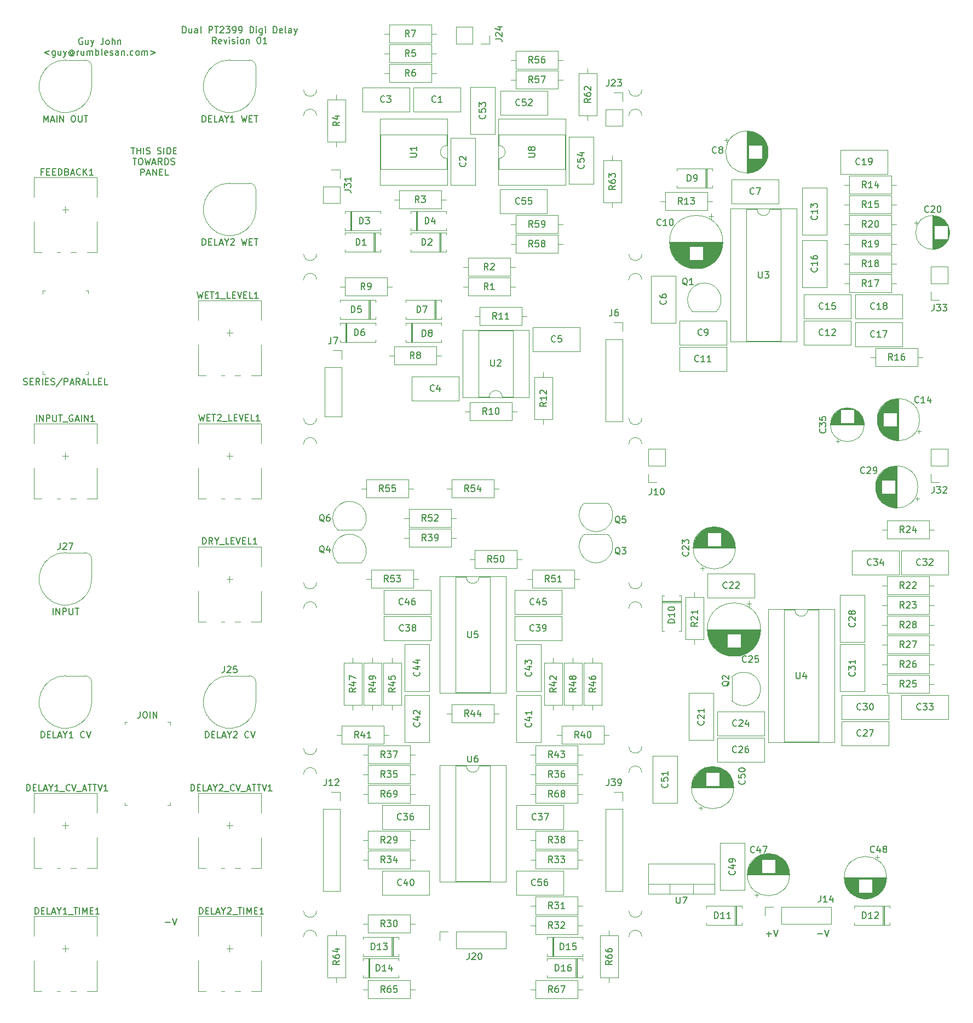
<source format=gto>
%TF.GenerationSoftware,KiCad,Pcbnew,(5.1.8-0-10_14)*%
%TF.CreationDate,2021-10-26T20:58:47+01:00*%
%TF.ProjectId,dual-digi-delay,6475616c-2d64-4696-9769-2d64656c6179,r01*%
%TF.SameCoordinates,Original*%
%TF.FileFunction,Legend,Top*%
%TF.FilePolarity,Positive*%
%FSLAX46Y46*%
G04 Gerber Fmt 4.6, Leading zero omitted, Abs format (unit mm)*
G04 Created by KiCad (PCBNEW (5.1.8-0-10_14)) date 2021-10-26 20:58:47*
%MOMM*%
%LPD*%
G01*
G04 APERTURE LIST*
%ADD10C,0.150000*%
%ADD11C,0.100000*%
%ADD12C,0.120000*%
G04 APERTURE END LIST*
D10*
X44434571Y-47586380D02*
X45006000Y-47586380D01*
X44720285Y-48586380D02*
X44720285Y-47586380D01*
X45339333Y-48586380D02*
X45339333Y-47586380D01*
X45339333Y-48062571D02*
X45910761Y-48062571D01*
X45910761Y-48586380D02*
X45910761Y-47586380D01*
X46386952Y-48586380D02*
X46386952Y-47586380D01*
X46815523Y-48538761D02*
X46958380Y-48586380D01*
X47196476Y-48586380D01*
X47291714Y-48538761D01*
X47339333Y-48491142D01*
X47386952Y-48395904D01*
X47386952Y-48300666D01*
X47339333Y-48205428D01*
X47291714Y-48157809D01*
X47196476Y-48110190D01*
X47006000Y-48062571D01*
X46910761Y-48014952D01*
X46863142Y-47967333D01*
X46815523Y-47872095D01*
X46815523Y-47776857D01*
X46863142Y-47681619D01*
X46910761Y-47634000D01*
X47006000Y-47586380D01*
X47244095Y-47586380D01*
X47386952Y-47634000D01*
X48529809Y-48538761D02*
X48672666Y-48586380D01*
X48910761Y-48586380D01*
X49006000Y-48538761D01*
X49053619Y-48491142D01*
X49101238Y-48395904D01*
X49101238Y-48300666D01*
X49053619Y-48205428D01*
X49006000Y-48157809D01*
X48910761Y-48110190D01*
X48720285Y-48062571D01*
X48625047Y-48014952D01*
X48577428Y-47967333D01*
X48529809Y-47872095D01*
X48529809Y-47776857D01*
X48577428Y-47681619D01*
X48625047Y-47634000D01*
X48720285Y-47586380D01*
X48958380Y-47586380D01*
X49101238Y-47634000D01*
X49529809Y-48586380D02*
X49529809Y-47586380D01*
X50006000Y-48586380D02*
X50006000Y-47586380D01*
X50244095Y-47586380D01*
X50386952Y-47634000D01*
X50482190Y-47729238D01*
X50529809Y-47824476D01*
X50577428Y-48014952D01*
X50577428Y-48157809D01*
X50529809Y-48348285D01*
X50482190Y-48443523D01*
X50386952Y-48538761D01*
X50244095Y-48586380D01*
X50006000Y-48586380D01*
X51006000Y-48062571D02*
X51339333Y-48062571D01*
X51482190Y-48586380D02*
X51006000Y-48586380D01*
X51006000Y-47586380D01*
X51482190Y-47586380D01*
X44720285Y-49236380D02*
X45291714Y-49236380D01*
X45006000Y-50236380D02*
X45006000Y-49236380D01*
X45815523Y-49236380D02*
X46006000Y-49236380D01*
X46101238Y-49284000D01*
X46196476Y-49379238D01*
X46244095Y-49569714D01*
X46244095Y-49903047D01*
X46196476Y-50093523D01*
X46101238Y-50188761D01*
X46006000Y-50236380D01*
X45815523Y-50236380D01*
X45720285Y-50188761D01*
X45625047Y-50093523D01*
X45577428Y-49903047D01*
X45577428Y-49569714D01*
X45625047Y-49379238D01*
X45720285Y-49284000D01*
X45815523Y-49236380D01*
X46577428Y-49236380D02*
X46815523Y-50236380D01*
X47006000Y-49522095D01*
X47196476Y-50236380D01*
X47434571Y-49236380D01*
X47767904Y-49950666D02*
X48244095Y-49950666D01*
X47672666Y-50236380D02*
X48006000Y-49236380D01*
X48339333Y-50236380D01*
X49244095Y-50236380D02*
X48910761Y-49760190D01*
X48672666Y-50236380D02*
X48672666Y-49236380D01*
X49053619Y-49236380D01*
X49148857Y-49284000D01*
X49196476Y-49331619D01*
X49244095Y-49426857D01*
X49244095Y-49569714D01*
X49196476Y-49664952D01*
X49148857Y-49712571D01*
X49053619Y-49760190D01*
X48672666Y-49760190D01*
X49672666Y-50236380D02*
X49672666Y-49236380D01*
X49910761Y-49236380D01*
X50053619Y-49284000D01*
X50148857Y-49379238D01*
X50196476Y-49474476D01*
X50244095Y-49664952D01*
X50244095Y-49807809D01*
X50196476Y-49998285D01*
X50148857Y-50093523D01*
X50053619Y-50188761D01*
X49910761Y-50236380D01*
X49672666Y-50236380D01*
X50625047Y-50188761D02*
X50767904Y-50236380D01*
X51006000Y-50236380D01*
X51101238Y-50188761D01*
X51148857Y-50141142D01*
X51196476Y-50045904D01*
X51196476Y-49950666D01*
X51148857Y-49855428D01*
X51101238Y-49807809D01*
X51006000Y-49760190D01*
X50815523Y-49712571D01*
X50720285Y-49664952D01*
X50672666Y-49617333D01*
X50625047Y-49522095D01*
X50625047Y-49426857D01*
X50672666Y-49331619D01*
X50720285Y-49284000D01*
X50815523Y-49236380D01*
X51053619Y-49236380D01*
X51196476Y-49284000D01*
X45934571Y-51886380D02*
X45934571Y-50886380D01*
X46315523Y-50886380D01*
X46410761Y-50934000D01*
X46458380Y-50981619D01*
X46506000Y-51076857D01*
X46506000Y-51219714D01*
X46458380Y-51314952D01*
X46410761Y-51362571D01*
X46315523Y-51410190D01*
X45934571Y-51410190D01*
X46886952Y-51600666D02*
X47363142Y-51600666D01*
X46791714Y-51886380D02*
X47125047Y-50886380D01*
X47458380Y-51886380D01*
X47791714Y-51886380D02*
X47791714Y-50886380D01*
X48363142Y-51886380D01*
X48363142Y-50886380D01*
X48839333Y-51362571D02*
X49172666Y-51362571D01*
X49315523Y-51886380D02*
X48839333Y-51886380D01*
X48839333Y-50886380D01*
X49315523Y-50886380D01*
X50220285Y-51886380D02*
X49744095Y-51886380D01*
X49744095Y-50886380D01*
X36933523Y-30679000D02*
X36838285Y-30631380D01*
X36695428Y-30631380D01*
X36552571Y-30679000D01*
X36457333Y-30774238D01*
X36409714Y-30869476D01*
X36362095Y-31059952D01*
X36362095Y-31202809D01*
X36409714Y-31393285D01*
X36457333Y-31488523D01*
X36552571Y-31583761D01*
X36695428Y-31631380D01*
X36790666Y-31631380D01*
X36933523Y-31583761D01*
X36981142Y-31536142D01*
X36981142Y-31202809D01*
X36790666Y-31202809D01*
X37838285Y-30964714D02*
X37838285Y-31631380D01*
X37409714Y-30964714D02*
X37409714Y-31488523D01*
X37457333Y-31583761D01*
X37552571Y-31631380D01*
X37695428Y-31631380D01*
X37790666Y-31583761D01*
X37838285Y-31536142D01*
X38219238Y-30964714D02*
X38457333Y-31631380D01*
X38695428Y-30964714D02*
X38457333Y-31631380D01*
X38362095Y-31869476D01*
X38314476Y-31917095D01*
X38219238Y-31964714D01*
X40124000Y-30631380D02*
X40124000Y-31345666D01*
X40076380Y-31488523D01*
X39981142Y-31583761D01*
X39838285Y-31631380D01*
X39743047Y-31631380D01*
X40743047Y-31631380D02*
X40647809Y-31583761D01*
X40600190Y-31536142D01*
X40552571Y-31440904D01*
X40552571Y-31155190D01*
X40600190Y-31059952D01*
X40647809Y-31012333D01*
X40743047Y-30964714D01*
X40885904Y-30964714D01*
X40981142Y-31012333D01*
X41028761Y-31059952D01*
X41076380Y-31155190D01*
X41076380Y-31440904D01*
X41028761Y-31536142D01*
X40981142Y-31583761D01*
X40885904Y-31631380D01*
X40743047Y-31631380D01*
X41504952Y-31631380D02*
X41504952Y-30631380D01*
X41933523Y-31631380D02*
X41933523Y-31107571D01*
X41885904Y-31012333D01*
X41790666Y-30964714D01*
X41647809Y-30964714D01*
X41552571Y-31012333D01*
X41504952Y-31059952D01*
X42409714Y-30964714D02*
X42409714Y-31631380D01*
X42409714Y-31059952D02*
X42457333Y-31012333D01*
X42552571Y-30964714D01*
X42695428Y-30964714D01*
X42790666Y-31012333D01*
X42838285Y-31107571D01*
X42838285Y-31631380D01*
X31790666Y-32614714D02*
X31028761Y-32900428D01*
X31790666Y-33186142D01*
X32695428Y-32614714D02*
X32695428Y-33424238D01*
X32647809Y-33519476D01*
X32600190Y-33567095D01*
X32504952Y-33614714D01*
X32362095Y-33614714D01*
X32266857Y-33567095D01*
X32695428Y-33233761D02*
X32600190Y-33281380D01*
X32409714Y-33281380D01*
X32314476Y-33233761D01*
X32266857Y-33186142D01*
X32219238Y-33090904D01*
X32219238Y-32805190D01*
X32266857Y-32709952D01*
X32314476Y-32662333D01*
X32409714Y-32614714D01*
X32600190Y-32614714D01*
X32695428Y-32662333D01*
X33600190Y-32614714D02*
X33600190Y-33281380D01*
X33171619Y-32614714D02*
X33171619Y-33138523D01*
X33219238Y-33233761D01*
X33314476Y-33281380D01*
X33457333Y-33281380D01*
X33552571Y-33233761D01*
X33600190Y-33186142D01*
X33981142Y-32614714D02*
X34219238Y-33281380D01*
X34457333Y-32614714D02*
X34219238Y-33281380D01*
X34124000Y-33519476D01*
X34076380Y-33567095D01*
X33981142Y-33614714D01*
X35457333Y-32805190D02*
X35409714Y-32757571D01*
X35314476Y-32709952D01*
X35219238Y-32709952D01*
X35124000Y-32757571D01*
X35076380Y-32805190D01*
X35028761Y-32900428D01*
X35028761Y-32995666D01*
X35076380Y-33090904D01*
X35124000Y-33138523D01*
X35219238Y-33186142D01*
X35314476Y-33186142D01*
X35409714Y-33138523D01*
X35457333Y-33090904D01*
X35457333Y-32709952D02*
X35457333Y-33090904D01*
X35504952Y-33138523D01*
X35552571Y-33138523D01*
X35647809Y-33090904D01*
X35695428Y-32995666D01*
X35695428Y-32757571D01*
X35600190Y-32614714D01*
X35457333Y-32519476D01*
X35266857Y-32471857D01*
X35076380Y-32519476D01*
X34933523Y-32614714D01*
X34838285Y-32757571D01*
X34790666Y-32948047D01*
X34838285Y-33138523D01*
X34933523Y-33281380D01*
X35076380Y-33376619D01*
X35266857Y-33424238D01*
X35457333Y-33376619D01*
X35600190Y-33281380D01*
X36124000Y-33281380D02*
X36124000Y-32614714D01*
X36124000Y-32805190D02*
X36171619Y-32709952D01*
X36219238Y-32662333D01*
X36314476Y-32614714D01*
X36409714Y-32614714D01*
X37171619Y-32614714D02*
X37171619Y-33281380D01*
X36743047Y-32614714D02*
X36743047Y-33138523D01*
X36790666Y-33233761D01*
X36885904Y-33281380D01*
X37028761Y-33281380D01*
X37124000Y-33233761D01*
X37171619Y-33186142D01*
X37647809Y-33281380D02*
X37647809Y-32614714D01*
X37647809Y-32709952D02*
X37695428Y-32662333D01*
X37790666Y-32614714D01*
X37933523Y-32614714D01*
X38028761Y-32662333D01*
X38076380Y-32757571D01*
X38076380Y-33281380D01*
X38076380Y-32757571D02*
X38124000Y-32662333D01*
X38219238Y-32614714D01*
X38362095Y-32614714D01*
X38457333Y-32662333D01*
X38504952Y-32757571D01*
X38504952Y-33281380D01*
X38981142Y-33281380D02*
X38981142Y-32281380D01*
X38981142Y-32662333D02*
X39076380Y-32614714D01*
X39266857Y-32614714D01*
X39362095Y-32662333D01*
X39409714Y-32709952D01*
X39457333Y-32805190D01*
X39457333Y-33090904D01*
X39409714Y-33186142D01*
X39362095Y-33233761D01*
X39266857Y-33281380D01*
X39076380Y-33281380D01*
X38981142Y-33233761D01*
X40028761Y-33281380D02*
X39933523Y-33233761D01*
X39885904Y-33138523D01*
X39885904Y-32281380D01*
X40790666Y-33233761D02*
X40695428Y-33281380D01*
X40504952Y-33281380D01*
X40409714Y-33233761D01*
X40362095Y-33138523D01*
X40362095Y-32757571D01*
X40409714Y-32662333D01*
X40504952Y-32614714D01*
X40695428Y-32614714D01*
X40790666Y-32662333D01*
X40838285Y-32757571D01*
X40838285Y-32852809D01*
X40362095Y-32948047D01*
X41219238Y-33233761D02*
X41314476Y-33281380D01*
X41504952Y-33281380D01*
X41600190Y-33233761D01*
X41647809Y-33138523D01*
X41647809Y-33090904D01*
X41600190Y-32995666D01*
X41504952Y-32948047D01*
X41362095Y-32948047D01*
X41266857Y-32900428D01*
X41219238Y-32805190D01*
X41219238Y-32757571D01*
X41266857Y-32662333D01*
X41362095Y-32614714D01*
X41504952Y-32614714D01*
X41600190Y-32662333D01*
X42504952Y-33281380D02*
X42504952Y-32757571D01*
X42457333Y-32662333D01*
X42362095Y-32614714D01*
X42171619Y-32614714D01*
X42076380Y-32662333D01*
X42504952Y-33233761D02*
X42409714Y-33281380D01*
X42171619Y-33281380D01*
X42076380Y-33233761D01*
X42028761Y-33138523D01*
X42028761Y-33043285D01*
X42076380Y-32948047D01*
X42171619Y-32900428D01*
X42409714Y-32900428D01*
X42504952Y-32852809D01*
X42981142Y-32614714D02*
X42981142Y-33281380D01*
X42981142Y-32709952D02*
X43028761Y-32662333D01*
X43124000Y-32614714D01*
X43266857Y-32614714D01*
X43362095Y-32662333D01*
X43409714Y-32757571D01*
X43409714Y-33281380D01*
X43885904Y-33186142D02*
X43933523Y-33233761D01*
X43885904Y-33281380D01*
X43838285Y-33233761D01*
X43885904Y-33186142D01*
X43885904Y-33281380D01*
X44790666Y-33233761D02*
X44695428Y-33281380D01*
X44504952Y-33281380D01*
X44409714Y-33233761D01*
X44362095Y-33186142D01*
X44314476Y-33090904D01*
X44314476Y-32805190D01*
X44362095Y-32709952D01*
X44409714Y-32662333D01*
X44504952Y-32614714D01*
X44695428Y-32614714D01*
X44790666Y-32662333D01*
X45362095Y-33281380D02*
X45266857Y-33233761D01*
X45219238Y-33186142D01*
X45171619Y-33090904D01*
X45171619Y-32805190D01*
X45219238Y-32709952D01*
X45266857Y-32662333D01*
X45362095Y-32614714D01*
X45504952Y-32614714D01*
X45600190Y-32662333D01*
X45647809Y-32709952D01*
X45695428Y-32805190D01*
X45695428Y-33090904D01*
X45647809Y-33186142D01*
X45600190Y-33233761D01*
X45504952Y-33281380D01*
X45362095Y-33281380D01*
X46124000Y-33281380D02*
X46124000Y-32614714D01*
X46124000Y-32709952D02*
X46171619Y-32662333D01*
X46266857Y-32614714D01*
X46409714Y-32614714D01*
X46504952Y-32662333D01*
X46552571Y-32757571D01*
X46552571Y-33281380D01*
X46552571Y-32757571D02*
X46600190Y-32662333D01*
X46695428Y-32614714D01*
X46838285Y-32614714D01*
X46933523Y-32662333D01*
X46981142Y-32757571D01*
X46981142Y-33281380D01*
X47457333Y-32614714D02*
X48219238Y-32900428D01*
X47457333Y-33186142D01*
X52404476Y-29853380D02*
X52404476Y-28853380D01*
X52642571Y-28853380D01*
X52785428Y-28901000D01*
X52880666Y-28996238D01*
X52928285Y-29091476D01*
X52975904Y-29281952D01*
X52975904Y-29424809D01*
X52928285Y-29615285D01*
X52880666Y-29710523D01*
X52785428Y-29805761D01*
X52642571Y-29853380D01*
X52404476Y-29853380D01*
X53833047Y-29186714D02*
X53833047Y-29853380D01*
X53404476Y-29186714D02*
X53404476Y-29710523D01*
X53452095Y-29805761D01*
X53547333Y-29853380D01*
X53690190Y-29853380D01*
X53785428Y-29805761D01*
X53833047Y-29758142D01*
X54737809Y-29853380D02*
X54737809Y-29329571D01*
X54690190Y-29234333D01*
X54594952Y-29186714D01*
X54404476Y-29186714D01*
X54309238Y-29234333D01*
X54737809Y-29805761D02*
X54642571Y-29853380D01*
X54404476Y-29853380D01*
X54309238Y-29805761D01*
X54261619Y-29710523D01*
X54261619Y-29615285D01*
X54309238Y-29520047D01*
X54404476Y-29472428D01*
X54642571Y-29472428D01*
X54737809Y-29424809D01*
X55356857Y-29853380D02*
X55261619Y-29805761D01*
X55214000Y-29710523D01*
X55214000Y-28853380D01*
X56499714Y-29853380D02*
X56499714Y-28853380D01*
X56880666Y-28853380D01*
X56975904Y-28901000D01*
X57023523Y-28948619D01*
X57071142Y-29043857D01*
X57071142Y-29186714D01*
X57023523Y-29281952D01*
X56975904Y-29329571D01*
X56880666Y-29377190D01*
X56499714Y-29377190D01*
X57356857Y-28853380D02*
X57928285Y-28853380D01*
X57642571Y-29853380D02*
X57642571Y-28853380D01*
X58214000Y-28948619D02*
X58261619Y-28901000D01*
X58356857Y-28853380D01*
X58594952Y-28853380D01*
X58690190Y-28901000D01*
X58737809Y-28948619D01*
X58785428Y-29043857D01*
X58785428Y-29139095D01*
X58737809Y-29281952D01*
X58166380Y-29853380D01*
X58785428Y-29853380D01*
X59118761Y-28853380D02*
X59737809Y-28853380D01*
X59404476Y-29234333D01*
X59547333Y-29234333D01*
X59642571Y-29281952D01*
X59690190Y-29329571D01*
X59737809Y-29424809D01*
X59737809Y-29662904D01*
X59690190Y-29758142D01*
X59642571Y-29805761D01*
X59547333Y-29853380D01*
X59261619Y-29853380D01*
X59166380Y-29805761D01*
X59118761Y-29758142D01*
X60214000Y-29853380D02*
X60404476Y-29853380D01*
X60499714Y-29805761D01*
X60547333Y-29758142D01*
X60642571Y-29615285D01*
X60690190Y-29424809D01*
X60690190Y-29043857D01*
X60642571Y-28948619D01*
X60594952Y-28901000D01*
X60499714Y-28853380D01*
X60309238Y-28853380D01*
X60214000Y-28901000D01*
X60166380Y-28948619D01*
X60118761Y-29043857D01*
X60118761Y-29281952D01*
X60166380Y-29377190D01*
X60214000Y-29424809D01*
X60309238Y-29472428D01*
X60499714Y-29472428D01*
X60594952Y-29424809D01*
X60642571Y-29377190D01*
X60690190Y-29281952D01*
X61166380Y-29853380D02*
X61356857Y-29853380D01*
X61452095Y-29805761D01*
X61499714Y-29758142D01*
X61594952Y-29615285D01*
X61642571Y-29424809D01*
X61642571Y-29043857D01*
X61594952Y-28948619D01*
X61547333Y-28901000D01*
X61452095Y-28853380D01*
X61261619Y-28853380D01*
X61166380Y-28901000D01*
X61118761Y-28948619D01*
X61071142Y-29043857D01*
X61071142Y-29281952D01*
X61118761Y-29377190D01*
X61166380Y-29424809D01*
X61261619Y-29472428D01*
X61452095Y-29472428D01*
X61547333Y-29424809D01*
X61594952Y-29377190D01*
X61642571Y-29281952D01*
X62833047Y-29853380D02*
X62833047Y-28853380D01*
X63071142Y-28853380D01*
X63214000Y-28901000D01*
X63309238Y-28996238D01*
X63356857Y-29091476D01*
X63404476Y-29281952D01*
X63404476Y-29424809D01*
X63356857Y-29615285D01*
X63309238Y-29710523D01*
X63214000Y-29805761D01*
X63071142Y-29853380D01*
X62833047Y-29853380D01*
X63833047Y-29853380D02*
X63833047Y-29186714D01*
X63833047Y-28853380D02*
X63785428Y-28901000D01*
X63833047Y-28948619D01*
X63880666Y-28901000D01*
X63833047Y-28853380D01*
X63833047Y-28948619D01*
X64737809Y-29186714D02*
X64737809Y-29996238D01*
X64690190Y-30091476D01*
X64642571Y-30139095D01*
X64547333Y-30186714D01*
X64404476Y-30186714D01*
X64309238Y-30139095D01*
X64737809Y-29805761D02*
X64642571Y-29853380D01*
X64452095Y-29853380D01*
X64356857Y-29805761D01*
X64309238Y-29758142D01*
X64261619Y-29662904D01*
X64261619Y-29377190D01*
X64309238Y-29281952D01*
X64356857Y-29234333D01*
X64452095Y-29186714D01*
X64642571Y-29186714D01*
X64737809Y-29234333D01*
X65214000Y-29853380D02*
X65214000Y-29186714D01*
X65214000Y-28853380D02*
X65166380Y-28901000D01*
X65214000Y-28948619D01*
X65261619Y-28901000D01*
X65214000Y-28853380D01*
X65214000Y-28948619D01*
X66452095Y-29853380D02*
X66452095Y-28853380D01*
X66690190Y-28853380D01*
X66833047Y-28901000D01*
X66928285Y-28996238D01*
X66975904Y-29091476D01*
X67023523Y-29281952D01*
X67023523Y-29424809D01*
X66975904Y-29615285D01*
X66928285Y-29710523D01*
X66833047Y-29805761D01*
X66690190Y-29853380D01*
X66452095Y-29853380D01*
X67833047Y-29805761D02*
X67737809Y-29853380D01*
X67547333Y-29853380D01*
X67452095Y-29805761D01*
X67404476Y-29710523D01*
X67404476Y-29329571D01*
X67452095Y-29234333D01*
X67547333Y-29186714D01*
X67737809Y-29186714D01*
X67833047Y-29234333D01*
X67880666Y-29329571D01*
X67880666Y-29424809D01*
X67404476Y-29520047D01*
X68452095Y-29853380D02*
X68356857Y-29805761D01*
X68309238Y-29710523D01*
X68309238Y-28853380D01*
X69261619Y-29853380D02*
X69261619Y-29329571D01*
X69214000Y-29234333D01*
X69118761Y-29186714D01*
X68928285Y-29186714D01*
X68833047Y-29234333D01*
X69261619Y-29805761D02*
X69166380Y-29853380D01*
X68928285Y-29853380D01*
X68833047Y-29805761D01*
X68785428Y-29710523D01*
X68785428Y-29615285D01*
X68833047Y-29520047D01*
X68928285Y-29472428D01*
X69166380Y-29472428D01*
X69261619Y-29424809D01*
X69642571Y-29186714D02*
X69880666Y-29853380D01*
X70118761Y-29186714D02*
X69880666Y-29853380D01*
X69785428Y-30091476D01*
X69737809Y-30139095D01*
X69642571Y-30186714D01*
X57594952Y-31503380D02*
X57261619Y-31027190D01*
X57023523Y-31503380D02*
X57023523Y-30503380D01*
X57404476Y-30503380D01*
X57499714Y-30551000D01*
X57547333Y-30598619D01*
X57594952Y-30693857D01*
X57594952Y-30836714D01*
X57547333Y-30931952D01*
X57499714Y-30979571D01*
X57404476Y-31027190D01*
X57023523Y-31027190D01*
X58404476Y-31455761D02*
X58309238Y-31503380D01*
X58118761Y-31503380D01*
X58023523Y-31455761D01*
X57975904Y-31360523D01*
X57975904Y-30979571D01*
X58023523Y-30884333D01*
X58118761Y-30836714D01*
X58309238Y-30836714D01*
X58404476Y-30884333D01*
X58452095Y-30979571D01*
X58452095Y-31074809D01*
X57975904Y-31170047D01*
X58785428Y-30836714D02*
X59023523Y-31503380D01*
X59261619Y-30836714D01*
X59642571Y-31503380D02*
X59642571Y-30836714D01*
X59642571Y-30503380D02*
X59594952Y-30551000D01*
X59642571Y-30598619D01*
X59690190Y-30551000D01*
X59642571Y-30503380D01*
X59642571Y-30598619D01*
X60071142Y-31455761D02*
X60166380Y-31503380D01*
X60356857Y-31503380D01*
X60452095Y-31455761D01*
X60499714Y-31360523D01*
X60499714Y-31312904D01*
X60452095Y-31217666D01*
X60356857Y-31170047D01*
X60214000Y-31170047D01*
X60118761Y-31122428D01*
X60071142Y-31027190D01*
X60071142Y-30979571D01*
X60118761Y-30884333D01*
X60214000Y-30836714D01*
X60356857Y-30836714D01*
X60452095Y-30884333D01*
X60928285Y-31503380D02*
X60928285Y-30836714D01*
X60928285Y-30503380D02*
X60880666Y-30551000D01*
X60928285Y-30598619D01*
X60975904Y-30551000D01*
X60928285Y-30503380D01*
X60928285Y-30598619D01*
X61547333Y-31503380D02*
X61452095Y-31455761D01*
X61404476Y-31408142D01*
X61356857Y-31312904D01*
X61356857Y-31027190D01*
X61404476Y-30931952D01*
X61452095Y-30884333D01*
X61547333Y-30836714D01*
X61690190Y-30836714D01*
X61785428Y-30884333D01*
X61833047Y-30931952D01*
X61880666Y-31027190D01*
X61880666Y-31312904D01*
X61833047Y-31408142D01*
X61785428Y-31455761D01*
X61690190Y-31503380D01*
X61547333Y-31503380D01*
X62309238Y-30836714D02*
X62309238Y-31503380D01*
X62309238Y-30931952D02*
X62356857Y-30884333D01*
X62452095Y-30836714D01*
X62594952Y-30836714D01*
X62690190Y-30884333D01*
X62737809Y-30979571D01*
X62737809Y-31503380D01*
X64166380Y-30503380D02*
X64261619Y-30503380D01*
X64356857Y-30551000D01*
X64404476Y-30598619D01*
X64452095Y-30693857D01*
X64499714Y-30884333D01*
X64499714Y-31122428D01*
X64452095Y-31312904D01*
X64404476Y-31408142D01*
X64356857Y-31455761D01*
X64261619Y-31503380D01*
X64166380Y-31503380D01*
X64071142Y-31455761D01*
X64023523Y-31408142D01*
X63975904Y-31312904D01*
X63928285Y-31122428D01*
X63928285Y-30884333D01*
X63975904Y-30693857D01*
X64023523Y-30598619D01*
X64071142Y-30551000D01*
X64166380Y-30503380D01*
X65452095Y-31503380D02*
X64880666Y-31503380D01*
X65166380Y-31503380D02*
X65166380Y-30503380D01*
X65071142Y-30646238D01*
X64975904Y-30741476D01*
X64880666Y-30789095D01*
X30956666Y-43632380D02*
X30956666Y-42632380D01*
X31290000Y-43346666D01*
X31623333Y-42632380D01*
X31623333Y-43632380D01*
X32051904Y-43346666D02*
X32528095Y-43346666D01*
X31956666Y-43632380D02*
X32290000Y-42632380D01*
X32623333Y-43632380D01*
X32956666Y-43632380D02*
X32956666Y-42632380D01*
X33432857Y-43632380D02*
X33432857Y-42632380D01*
X34004285Y-43632380D01*
X34004285Y-42632380D01*
X35432857Y-42632380D02*
X35623333Y-42632380D01*
X35718571Y-42680000D01*
X35813809Y-42775238D01*
X35861428Y-42965714D01*
X35861428Y-43299047D01*
X35813809Y-43489523D01*
X35718571Y-43584761D01*
X35623333Y-43632380D01*
X35432857Y-43632380D01*
X35337619Y-43584761D01*
X35242380Y-43489523D01*
X35194761Y-43299047D01*
X35194761Y-42965714D01*
X35242380Y-42775238D01*
X35337619Y-42680000D01*
X35432857Y-42632380D01*
X36290000Y-42632380D02*
X36290000Y-43441904D01*
X36337619Y-43537142D01*
X36385238Y-43584761D01*
X36480476Y-43632380D01*
X36670952Y-43632380D01*
X36766190Y-43584761D01*
X36813809Y-43537142D01*
X36861428Y-43441904D01*
X36861428Y-42632380D01*
X37194761Y-42632380D02*
X37766190Y-42632380D01*
X37480476Y-43632380D02*
X37480476Y-42632380D01*
X55451904Y-43632380D02*
X55451904Y-42632380D01*
X55690000Y-42632380D01*
X55832857Y-42680000D01*
X55928095Y-42775238D01*
X55975714Y-42870476D01*
X56023333Y-43060952D01*
X56023333Y-43203809D01*
X55975714Y-43394285D01*
X55928095Y-43489523D01*
X55832857Y-43584761D01*
X55690000Y-43632380D01*
X55451904Y-43632380D01*
X56451904Y-43108571D02*
X56785238Y-43108571D01*
X56928095Y-43632380D02*
X56451904Y-43632380D01*
X56451904Y-42632380D01*
X56928095Y-42632380D01*
X57832857Y-43632380D02*
X57356666Y-43632380D01*
X57356666Y-42632380D01*
X58118571Y-43346666D02*
X58594761Y-43346666D01*
X58023333Y-43632380D02*
X58356666Y-42632380D01*
X58690000Y-43632380D01*
X59213809Y-43156190D02*
X59213809Y-43632380D01*
X58880476Y-42632380D02*
X59213809Y-43156190D01*
X59547142Y-42632380D01*
X60404285Y-43632380D02*
X59832857Y-43632380D01*
X60118571Y-43632380D02*
X60118571Y-42632380D01*
X60023333Y-42775238D01*
X59928095Y-42870476D01*
X59832857Y-42918095D01*
X61499523Y-42632380D02*
X61737619Y-43632380D01*
X61928095Y-42918095D01*
X62118571Y-43632380D01*
X62356666Y-42632380D01*
X62737619Y-43108571D02*
X63070952Y-43108571D01*
X63213809Y-43632380D02*
X62737619Y-43632380D01*
X62737619Y-42632380D01*
X63213809Y-42632380D01*
X63499523Y-42632380D02*
X64070952Y-42632380D01*
X63785238Y-43632380D02*
X63785238Y-42632380D01*
X55451904Y-62682380D02*
X55451904Y-61682380D01*
X55690000Y-61682380D01*
X55832857Y-61730000D01*
X55928095Y-61825238D01*
X55975714Y-61920476D01*
X56023333Y-62110952D01*
X56023333Y-62253809D01*
X55975714Y-62444285D01*
X55928095Y-62539523D01*
X55832857Y-62634761D01*
X55690000Y-62682380D01*
X55451904Y-62682380D01*
X56451904Y-62158571D02*
X56785238Y-62158571D01*
X56928095Y-62682380D02*
X56451904Y-62682380D01*
X56451904Y-61682380D01*
X56928095Y-61682380D01*
X57832857Y-62682380D02*
X57356666Y-62682380D01*
X57356666Y-61682380D01*
X58118571Y-62396666D02*
X58594761Y-62396666D01*
X58023333Y-62682380D02*
X58356666Y-61682380D01*
X58690000Y-62682380D01*
X59213809Y-62206190D02*
X59213809Y-62682380D01*
X58880476Y-61682380D02*
X59213809Y-62206190D01*
X59547142Y-61682380D01*
X59832857Y-61777619D02*
X59880476Y-61730000D01*
X59975714Y-61682380D01*
X60213809Y-61682380D01*
X60309047Y-61730000D01*
X60356666Y-61777619D01*
X60404285Y-61872857D01*
X60404285Y-61968095D01*
X60356666Y-62110952D01*
X59785238Y-62682380D01*
X60404285Y-62682380D01*
X61499523Y-61682380D02*
X61737619Y-62682380D01*
X61928095Y-61968095D01*
X62118571Y-62682380D01*
X62356666Y-61682380D01*
X62737619Y-62158571D02*
X63070952Y-62158571D01*
X63213809Y-62682380D02*
X62737619Y-62682380D01*
X62737619Y-61682380D01*
X63213809Y-61682380D01*
X63499523Y-61682380D02*
X64070952Y-61682380D01*
X63785238Y-62682380D02*
X63785238Y-61682380D01*
X27837619Y-84224761D02*
X27980476Y-84272380D01*
X28218571Y-84272380D01*
X28313809Y-84224761D01*
X28361428Y-84177142D01*
X28409047Y-84081904D01*
X28409047Y-83986666D01*
X28361428Y-83891428D01*
X28313809Y-83843809D01*
X28218571Y-83796190D01*
X28028095Y-83748571D01*
X27932857Y-83700952D01*
X27885238Y-83653333D01*
X27837619Y-83558095D01*
X27837619Y-83462857D01*
X27885238Y-83367619D01*
X27932857Y-83320000D01*
X28028095Y-83272380D01*
X28266190Y-83272380D01*
X28409047Y-83320000D01*
X28837619Y-83748571D02*
X29170952Y-83748571D01*
X29313809Y-84272380D02*
X28837619Y-84272380D01*
X28837619Y-83272380D01*
X29313809Y-83272380D01*
X30313809Y-84272380D02*
X29980476Y-83796190D01*
X29742380Y-84272380D02*
X29742380Y-83272380D01*
X30123333Y-83272380D01*
X30218571Y-83320000D01*
X30266190Y-83367619D01*
X30313809Y-83462857D01*
X30313809Y-83605714D01*
X30266190Y-83700952D01*
X30218571Y-83748571D01*
X30123333Y-83796190D01*
X29742380Y-83796190D01*
X30742380Y-84272380D02*
X30742380Y-83272380D01*
X31218571Y-83748571D02*
X31551904Y-83748571D01*
X31694761Y-84272380D02*
X31218571Y-84272380D01*
X31218571Y-83272380D01*
X31694761Y-83272380D01*
X32075714Y-84224761D02*
X32218571Y-84272380D01*
X32456666Y-84272380D01*
X32551904Y-84224761D01*
X32599523Y-84177142D01*
X32647142Y-84081904D01*
X32647142Y-83986666D01*
X32599523Y-83891428D01*
X32551904Y-83843809D01*
X32456666Y-83796190D01*
X32266190Y-83748571D01*
X32170952Y-83700952D01*
X32123333Y-83653333D01*
X32075714Y-83558095D01*
X32075714Y-83462857D01*
X32123333Y-83367619D01*
X32170952Y-83320000D01*
X32266190Y-83272380D01*
X32504285Y-83272380D01*
X32647142Y-83320000D01*
X33790000Y-83224761D02*
X32932857Y-84510476D01*
X34123333Y-84272380D02*
X34123333Y-83272380D01*
X34504285Y-83272380D01*
X34599523Y-83320000D01*
X34647142Y-83367619D01*
X34694761Y-83462857D01*
X34694761Y-83605714D01*
X34647142Y-83700952D01*
X34599523Y-83748571D01*
X34504285Y-83796190D01*
X34123333Y-83796190D01*
X35075714Y-83986666D02*
X35551904Y-83986666D01*
X34980476Y-84272380D02*
X35313809Y-83272380D01*
X35647142Y-84272380D01*
X36551904Y-84272380D02*
X36218571Y-83796190D01*
X35980476Y-84272380D02*
X35980476Y-83272380D01*
X36361428Y-83272380D01*
X36456666Y-83320000D01*
X36504285Y-83367619D01*
X36551904Y-83462857D01*
X36551904Y-83605714D01*
X36504285Y-83700952D01*
X36456666Y-83748571D01*
X36361428Y-83796190D01*
X35980476Y-83796190D01*
X36932857Y-83986666D02*
X37409047Y-83986666D01*
X36837619Y-84272380D02*
X37170952Y-83272380D01*
X37504285Y-84272380D01*
X38313809Y-84272380D02*
X37837619Y-84272380D01*
X37837619Y-83272380D01*
X39123333Y-84272380D02*
X38647142Y-84272380D01*
X38647142Y-83272380D01*
X39456666Y-83748571D02*
X39790000Y-83748571D01*
X39932857Y-84272380D02*
X39456666Y-84272380D01*
X39456666Y-83272380D01*
X39932857Y-83272380D01*
X40837619Y-84272380D02*
X40361428Y-84272380D01*
X40361428Y-83272380D01*
X32361428Y-119832380D02*
X32361428Y-118832380D01*
X32837619Y-119832380D02*
X32837619Y-118832380D01*
X33409047Y-119832380D01*
X33409047Y-118832380D01*
X33885238Y-119832380D02*
X33885238Y-118832380D01*
X34266190Y-118832380D01*
X34361428Y-118880000D01*
X34409047Y-118927619D01*
X34456666Y-119022857D01*
X34456666Y-119165714D01*
X34409047Y-119260952D01*
X34361428Y-119308571D01*
X34266190Y-119356190D01*
X33885238Y-119356190D01*
X34885238Y-118832380D02*
X34885238Y-119641904D01*
X34932857Y-119737142D01*
X34980476Y-119784761D01*
X35075714Y-119832380D01*
X35266190Y-119832380D01*
X35361428Y-119784761D01*
X35409047Y-119737142D01*
X35456666Y-119641904D01*
X35456666Y-118832380D01*
X35790000Y-118832380D02*
X36361428Y-118832380D01*
X36075714Y-119832380D02*
X36075714Y-118832380D01*
X49736476Y-167457428D02*
X50498380Y-167457428D01*
X50831714Y-166838380D02*
X51165047Y-167838380D01*
X51498380Y-166838380D01*
X55928095Y-138882380D02*
X55928095Y-137882380D01*
X56166190Y-137882380D01*
X56309047Y-137930000D01*
X56404285Y-138025238D01*
X56451904Y-138120476D01*
X56499523Y-138310952D01*
X56499523Y-138453809D01*
X56451904Y-138644285D01*
X56404285Y-138739523D01*
X56309047Y-138834761D01*
X56166190Y-138882380D01*
X55928095Y-138882380D01*
X56928095Y-138358571D02*
X57261428Y-138358571D01*
X57404285Y-138882380D02*
X56928095Y-138882380D01*
X56928095Y-137882380D01*
X57404285Y-137882380D01*
X58309047Y-138882380D02*
X57832857Y-138882380D01*
X57832857Y-137882380D01*
X58594761Y-138596666D02*
X59070952Y-138596666D01*
X58499523Y-138882380D02*
X58832857Y-137882380D01*
X59166190Y-138882380D01*
X59690000Y-138406190D02*
X59690000Y-138882380D01*
X59356666Y-137882380D02*
X59690000Y-138406190D01*
X60023333Y-137882380D01*
X60309047Y-137977619D02*
X60356666Y-137930000D01*
X60451904Y-137882380D01*
X60690000Y-137882380D01*
X60785238Y-137930000D01*
X60832857Y-137977619D01*
X60880476Y-138072857D01*
X60880476Y-138168095D01*
X60832857Y-138310952D01*
X60261428Y-138882380D01*
X60880476Y-138882380D01*
X62642380Y-138787142D02*
X62594761Y-138834761D01*
X62451904Y-138882380D01*
X62356666Y-138882380D01*
X62213809Y-138834761D01*
X62118571Y-138739523D01*
X62070952Y-138644285D01*
X62023333Y-138453809D01*
X62023333Y-138310952D01*
X62070952Y-138120476D01*
X62118571Y-138025238D01*
X62213809Y-137930000D01*
X62356666Y-137882380D01*
X62451904Y-137882380D01*
X62594761Y-137930000D01*
X62642380Y-137977619D01*
X62928095Y-137882380D02*
X63261428Y-138882380D01*
X63594761Y-137882380D01*
X30528095Y-138882380D02*
X30528095Y-137882380D01*
X30766190Y-137882380D01*
X30909047Y-137930000D01*
X31004285Y-138025238D01*
X31051904Y-138120476D01*
X31099523Y-138310952D01*
X31099523Y-138453809D01*
X31051904Y-138644285D01*
X31004285Y-138739523D01*
X30909047Y-138834761D01*
X30766190Y-138882380D01*
X30528095Y-138882380D01*
X31528095Y-138358571D02*
X31861428Y-138358571D01*
X32004285Y-138882380D02*
X31528095Y-138882380D01*
X31528095Y-137882380D01*
X32004285Y-137882380D01*
X32909047Y-138882380D02*
X32432857Y-138882380D01*
X32432857Y-137882380D01*
X33194761Y-138596666D02*
X33670952Y-138596666D01*
X33099523Y-138882380D02*
X33432857Y-137882380D01*
X33766190Y-138882380D01*
X34290000Y-138406190D02*
X34290000Y-138882380D01*
X33956666Y-137882380D02*
X34290000Y-138406190D01*
X34623333Y-137882380D01*
X35480476Y-138882380D02*
X34909047Y-138882380D01*
X35194761Y-138882380D02*
X35194761Y-137882380D01*
X35099523Y-138025238D01*
X35004285Y-138120476D01*
X34909047Y-138168095D01*
X37242380Y-138787142D02*
X37194761Y-138834761D01*
X37051904Y-138882380D01*
X36956666Y-138882380D01*
X36813809Y-138834761D01*
X36718571Y-138739523D01*
X36670952Y-138644285D01*
X36623333Y-138453809D01*
X36623333Y-138310952D01*
X36670952Y-138120476D01*
X36718571Y-138025238D01*
X36813809Y-137930000D01*
X36956666Y-137882380D01*
X37051904Y-137882380D01*
X37194761Y-137930000D01*
X37242380Y-137977619D01*
X37528095Y-137882380D02*
X37861428Y-138882380D01*
X38194761Y-137882380D01*
X45847142Y-134834380D02*
X45847142Y-135548666D01*
X45799523Y-135691523D01*
X45704285Y-135786761D01*
X45561428Y-135834380D01*
X45466190Y-135834380D01*
X46513809Y-134834380D02*
X46704285Y-134834380D01*
X46799523Y-134882000D01*
X46894761Y-134977238D01*
X46942380Y-135167714D01*
X46942380Y-135501047D01*
X46894761Y-135691523D01*
X46799523Y-135786761D01*
X46704285Y-135834380D01*
X46513809Y-135834380D01*
X46418571Y-135786761D01*
X46323333Y-135691523D01*
X46275714Y-135501047D01*
X46275714Y-135167714D01*
X46323333Y-134977238D01*
X46418571Y-134882000D01*
X46513809Y-134834380D01*
X47370952Y-135834380D02*
X47370952Y-134834380D01*
X47847142Y-135834380D02*
X47847142Y-134834380D01*
X48418571Y-135834380D01*
X48418571Y-134834380D01*
X150574476Y-169235428D02*
X151336380Y-169235428D01*
X151669714Y-168616380D02*
X152003047Y-169616380D01*
X152336380Y-168616380D01*
X142700476Y-169235428D02*
X143462380Y-169235428D01*
X143081428Y-169616380D02*
X143081428Y-168854476D01*
X143795714Y-168616380D02*
X144129047Y-169616380D01*
X144462380Y-168616380D01*
D11*
%TO.C,mouse-bite-2mm-slot*%
X71136000Y-38640000D02*
G75*
G03*
X73136000Y-38640000I1000000J0D01*
G01*
X73136000Y-42640000D02*
G75*
G03*
X71136000Y-42640000I-1000000J0D01*
G01*
X71136000Y-165640000D02*
G75*
G03*
X73136000Y-165640000I1000000J0D01*
G01*
X73136000Y-169640000D02*
G75*
G03*
X71136000Y-169640000I-1000000J0D01*
G01*
X121428000Y-165640000D02*
G75*
G03*
X123428000Y-165640000I1000000J0D01*
G01*
X123428000Y-169640000D02*
G75*
G03*
X121428000Y-169640000I-1000000J0D01*
G01*
X71136000Y-140494000D02*
G75*
G03*
X73136000Y-140494000I1000000J0D01*
G01*
X73136000Y-144494000D02*
G75*
G03*
X71136000Y-144494000I-1000000J0D01*
G01*
X121428000Y-140240000D02*
G75*
G03*
X123428000Y-140240000I1000000J0D01*
G01*
X123428000Y-144240000D02*
G75*
G03*
X121428000Y-144240000I-1000000J0D01*
G01*
X71136000Y-114840000D02*
G75*
G03*
X73136000Y-114840000I1000000J0D01*
G01*
X73136000Y-118840000D02*
G75*
G03*
X71136000Y-118840000I-1000000J0D01*
G01*
X121428000Y-114840000D02*
G75*
G03*
X123428000Y-114840000I1000000J0D01*
G01*
X123428000Y-118840000D02*
G75*
G03*
X121428000Y-118840000I-1000000J0D01*
G01*
X121428000Y-89440000D02*
G75*
G03*
X123428000Y-89440000I1000000J0D01*
G01*
X123428000Y-93440000D02*
G75*
G03*
X121428000Y-93440000I-1000000J0D01*
G01*
X71136000Y-89440000D02*
G75*
G03*
X73136000Y-89440000I1000000J0D01*
G01*
X73136000Y-93440000D02*
G75*
G03*
X71136000Y-93440000I-1000000J0D01*
G01*
X71136000Y-64040000D02*
G75*
G03*
X73136000Y-64040000I1000000J0D01*
G01*
X73136000Y-68040000D02*
G75*
G03*
X71136000Y-68040000I-1000000J0D01*
G01*
X121428000Y-38640000D02*
G75*
G03*
X123428000Y-38640000I1000000J0D01*
G01*
X123428000Y-42640000D02*
G75*
G03*
X121428000Y-42640000I-1000000J0D01*
G01*
X121428000Y-64040000D02*
G75*
G03*
X123428000Y-64040000I1000000J0D01*
G01*
X123428000Y-68040000D02*
G75*
G03*
X121428000Y-68040000I-1000000J0D01*
G01*
D12*
%TO.C,J6*%
X119126000Y-74616000D02*
X120456000Y-74616000D01*
X120456000Y-74616000D02*
X120456000Y-75946000D01*
X120456000Y-77216000D02*
X120456000Y-89976000D01*
X117796000Y-89976000D02*
X120456000Y-89976000D01*
X117796000Y-77216000D02*
X117796000Y-89976000D01*
X117796000Y-77216000D02*
X120456000Y-77216000D01*
%TO.C,J39*%
X117796000Y-149860000D02*
X120456000Y-149860000D01*
X117796000Y-149860000D02*
X117796000Y-162620000D01*
X117796000Y-162620000D02*
X120456000Y-162620000D01*
X120456000Y-149860000D02*
X120456000Y-162620000D01*
X120456000Y-147260000D02*
X120456000Y-148590000D01*
X119126000Y-147260000D02*
X120456000Y-147260000D01*
%TO.C,J12*%
X74108000Y-149860000D02*
X76768000Y-149860000D01*
X74108000Y-149860000D02*
X74108000Y-162620000D01*
X74108000Y-162620000D02*
X76768000Y-162620000D01*
X76768000Y-149860000D02*
X76768000Y-162620000D01*
X76768000Y-147260000D02*
X76768000Y-148590000D01*
X75438000Y-147260000D02*
X76768000Y-147260000D01*
%TO.C,U6*%
X102422000Y-143136000D02*
X92142000Y-143136000D01*
X102422000Y-161156000D02*
X102422000Y-143136000D01*
X92142000Y-161156000D02*
X102422000Y-161156000D01*
X92142000Y-143136000D02*
X92142000Y-161156000D01*
X99932000Y-143196000D02*
X98282000Y-143196000D01*
X99932000Y-161096000D02*
X99932000Y-143196000D01*
X94632000Y-161096000D02*
X99932000Y-161096000D01*
X94632000Y-143196000D02*
X94632000Y-161096000D01*
X96282000Y-143196000D02*
X94632000Y-143196000D01*
X98282000Y-143196000D02*
G75*
G02*
X96282000Y-143196000I-1000000J0D01*
G01*
%TO.C,R69*%
X80288000Y-147574000D02*
X81058000Y-147574000D01*
X88368000Y-147574000D02*
X87598000Y-147574000D01*
X81058000Y-148944000D02*
X87598000Y-148944000D01*
X81058000Y-146204000D02*
X81058000Y-148944000D01*
X87598000Y-146204000D02*
X81058000Y-146204000D01*
X87598000Y-148944000D02*
X87598000Y-146204000D01*
%TO.C,R68*%
X114276000Y-147574000D02*
X113506000Y-147574000D01*
X106196000Y-147574000D02*
X106966000Y-147574000D01*
X113506000Y-146204000D02*
X106966000Y-146204000D01*
X113506000Y-148944000D02*
X113506000Y-146204000D01*
X106966000Y-148944000D02*
X113506000Y-148944000D01*
X106966000Y-146204000D02*
X106966000Y-148944000D01*
%TO.C,R67*%
X114276000Y-177800000D02*
X113506000Y-177800000D01*
X106196000Y-177800000D02*
X106966000Y-177800000D01*
X113506000Y-176430000D02*
X106966000Y-176430000D01*
X113506000Y-179170000D02*
X113506000Y-176430000D01*
X106966000Y-179170000D02*
X113506000Y-179170000D01*
X106966000Y-176430000D02*
X106966000Y-179170000D01*
%TO.C,R66*%
X118364000Y-176760000D02*
X118364000Y-175990000D01*
X118364000Y-168680000D02*
X118364000Y-169450000D01*
X119734000Y-175990000D02*
X119734000Y-169450000D01*
X116994000Y-175990000D02*
X119734000Y-175990000D01*
X116994000Y-169450000D02*
X116994000Y-175990000D01*
X119734000Y-169450000D02*
X116994000Y-169450000D01*
%TO.C,R65*%
X80288000Y-177800000D02*
X81058000Y-177800000D01*
X88368000Y-177800000D02*
X87598000Y-177800000D01*
X81058000Y-179170000D02*
X87598000Y-179170000D01*
X81058000Y-176430000D02*
X81058000Y-179170000D01*
X87598000Y-176430000D02*
X81058000Y-176430000D01*
X87598000Y-179170000D02*
X87598000Y-176430000D01*
%TO.C,R64*%
X76200000Y-176760000D02*
X76200000Y-175990000D01*
X76200000Y-168680000D02*
X76200000Y-169450000D01*
X77570000Y-175990000D02*
X77570000Y-169450000D01*
X74830000Y-175990000D02*
X77570000Y-175990000D01*
X74830000Y-169450000D02*
X74830000Y-175990000D01*
X77570000Y-169450000D02*
X74830000Y-169450000D01*
%TO.C,D16*%
X113446000Y-175968000D02*
X113446000Y-173028000D01*
X113206000Y-175968000D02*
X113206000Y-173028000D01*
X113326000Y-175968000D02*
X113326000Y-173028000D01*
X108786000Y-173028000D02*
X108786000Y-173358000D01*
X114226000Y-173028000D02*
X108786000Y-173028000D01*
X114226000Y-173358000D02*
X114226000Y-173028000D01*
X108786000Y-175968000D02*
X108786000Y-175638000D01*
X114226000Y-175968000D02*
X108786000Y-175968000D01*
X114226000Y-175638000D02*
X114226000Y-175968000D01*
%TO.C,D15*%
X109566000Y-169726000D02*
X109566000Y-172666000D01*
X109806000Y-169726000D02*
X109806000Y-172666000D01*
X109686000Y-169726000D02*
X109686000Y-172666000D01*
X114226000Y-172666000D02*
X114226000Y-172336000D01*
X108786000Y-172666000D02*
X114226000Y-172666000D01*
X108786000Y-172336000D02*
X108786000Y-172666000D01*
X114226000Y-169726000D02*
X114226000Y-170056000D01*
X108786000Y-169726000D02*
X114226000Y-169726000D01*
X108786000Y-170056000D02*
X108786000Y-169726000D01*
%TO.C,D14*%
X81118000Y-173028000D02*
X81118000Y-175968000D01*
X81358000Y-173028000D02*
X81358000Y-175968000D01*
X81238000Y-173028000D02*
X81238000Y-175968000D01*
X85778000Y-175968000D02*
X85778000Y-175638000D01*
X80338000Y-175968000D02*
X85778000Y-175968000D01*
X80338000Y-175638000D02*
X80338000Y-175968000D01*
X85778000Y-173028000D02*
X85778000Y-173358000D01*
X80338000Y-173028000D02*
X85778000Y-173028000D01*
X80338000Y-173358000D02*
X80338000Y-173028000D01*
%TO.C,D13*%
X84998000Y-172666000D02*
X84998000Y-169726000D01*
X84758000Y-172666000D02*
X84758000Y-169726000D01*
X84878000Y-172666000D02*
X84878000Y-169726000D01*
X80338000Y-169726000D02*
X80338000Y-170056000D01*
X85778000Y-169726000D02*
X80338000Y-169726000D01*
X85778000Y-170056000D02*
X85778000Y-169726000D01*
X80338000Y-172666000D02*
X80338000Y-172336000D01*
X85778000Y-172666000D02*
X80338000Y-172666000D01*
X85778000Y-172336000D02*
X85778000Y-172666000D01*
%TO.C,C56*%
X104036000Y-163160000D02*
X104036000Y-159420000D01*
X111276000Y-163160000D02*
X111276000Y-159420000D01*
X111276000Y-159420000D02*
X104036000Y-159420000D01*
X111276000Y-163160000D02*
X104036000Y-163160000D01*
%TO.C,J33*%
X170748000Y-68580000D02*
X168088000Y-68580000D01*
X170748000Y-68580000D02*
X170748000Y-65980000D01*
X170748000Y-65980000D02*
X168088000Y-65980000D01*
X168088000Y-68580000D02*
X168088000Y-65980000D01*
X168088000Y-71180000D02*
X168088000Y-69850000D01*
X169418000Y-71180000D02*
X168088000Y-71180000D01*
%TO.C,J32*%
X169418000Y-99374000D02*
X168088000Y-99374000D01*
X168088000Y-99374000D02*
X168088000Y-98044000D01*
X168088000Y-96774000D02*
X168088000Y-94174000D01*
X170748000Y-94174000D02*
X168088000Y-94174000D01*
X170748000Y-96774000D02*
X170748000Y-94174000D01*
X170748000Y-96774000D02*
X168088000Y-96774000D01*
%TO.C,U8*%
X101286000Y-49260000D02*
X101286000Y-50910000D01*
X101286000Y-50910000D02*
X111566000Y-50910000D01*
X111566000Y-50910000D02*
X111566000Y-45610000D01*
X111566000Y-45610000D02*
X101286000Y-45610000D01*
X101286000Y-45610000D02*
X101286000Y-47260000D01*
X101226000Y-53400000D02*
X111626000Y-53400000D01*
X111626000Y-53400000D02*
X111626000Y-43120000D01*
X111626000Y-43120000D02*
X101226000Y-43120000D01*
X101226000Y-43120000D02*
X101226000Y-53400000D01*
X101286000Y-47260000D02*
G75*
G02*
X101286000Y-49260000I0J-1000000D01*
G01*
%TO.C,C20*%
X165827225Y-58981000D02*
X165827225Y-59481000D01*
X165577225Y-59231000D02*
X166077225Y-59231000D01*
X170983000Y-60422000D02*
X170983000Y-60990000D01*
X170943000Y-60188000D02*
X170943000Y-61224000D01*
X170903000Y-60029000D02*
X170903000Y-61383000D01*
X170863000Y-59901000D02*
X170863000Y-61511000D01*
X170823000Y-59791000D02*
X170823000Y-61621000D01*
X170783000Y-59695000D02*
X170783000Y-61717000D01*
X170743000Y-59608000D02*
X170743000Y-61804000D01*
X170703000Y-59528000D02*
X170703000Y-61884000D01*
X170663000Y-61746000D02*
X170663000Y-61957000D01*
X170663000Y-59455000D02*
X170663000Y-59666000D01*
X170623000Y-61746000D02*
X170623000Y-62025000D01*
X170623000Y-59387000D02*
X170623000Y-59666000D01*
X170583000Y-61746000D02*
X170583000Y-62089000D01*
X170583000Y-59323000D02*
X170583000Y-59666000D01*
X170543000Y-61746000D02*
X170543000Y-62149000D01*
X170543000Y-59263000D02*
X170543000Y-59666000D01*
X170503000Y-61746000D02*
X170503000Y-62206000D01*
X170503000Y-59206000D02*
X170503000Y-59666000D01*
X170463000Y-61746000D02*
X170463000Y-62260000D01*
X170463000Y-59152000D02*
X170463000Y-59666000D01*
X170423000Y-61746000D02*
X170423000Y-62311000D01*
X170423000Y-59101000D02*
X170423000Y-59666000D01*
X170383000Y-61746000D02*
X170383000Y-62359000D01*
X170383000Y-59053000D02*
X170383000Y-59666000D01*
X170343000Y-61746000D02*
X170343000Y-62405000D01*
X170343000Y-59007000D02*
X170343000Y-59666000D01*
X170303000Y-61746000D02*
X170303000Y-62449000D01*
X170303000Y-58963000D02*
X170303000Y-59666000D01*
X170263000Y-61746000D02*
X170263000Y-62491000D01*
X170263000Y-58921000D02*
X170263000Y-59666000D01*
X170223000Y-61746000D02*
X170223000Y-62532000D01*
X170223000Y-58880000D02*
X170223000Y-59666000D01*
X170183000Y-61746000D02*
X170183000Y-62570000D01*
X170183000Y-58842000D02*
X170183000Y-59666000D01*
X170143000Y-61746000D02*
X170143000Y-62607000D01*
X170143000Y-58805000D02*
X170143000Y-59666000D01*
X170103000Y-61746000D02*
X170103000Y-62643000D01*
X170103000Y-58769000D02*
X170103000Y-59666000D01*
X170063000Y-61746000D02*
X170063000Y-62677000D01*
X170063000Y-58735000D02*
X170063000Y-59666000D01*
X170023000Y-61746000D02*
X170023000Y-62710000D01*
X170023000Y-58702000D02*
X170023000Y-59666000D01*
X169983000Y-61746000D02*
X169983000Y-62741000D01*
X169983000Y-58671000D02*
X169983000Y-59666000D01*
X169943000Y-61746000D02*
X169943000Y-62771000D01*
X169943000Y-58641000D02*
X169943000Y-59666000D01*
X169903000Y-61746000D02*
X169903000Y-62801000D01*
X169903000Y-58611000D02*
X169903000Y-59666000D01*
X169863000Y-61746000D02*
X169863000Y-62828000D01*
X169863000Y-58584000D02*
X169863000Y-59666000D01*
X169823000Y-61746000D02*
X169823000Y-62855000D01*
X169823000Y-58557000D02*
X169823000Y-59666000D01*
X169783000Y-61746000D02*
X169783000Y-62881000D01*
X169783000Y-58531000D02*
X169783000Y-59666000D01*
X169743000Y-61746000D02*
X169743000Y-62906000D01*
X169743000Y-58506000D02*
X169743000Y-59666000D01*
X169703000Y-61746000D02*
X169703000Y-62930000D01*
X169703000Y-58482000D02*
X169703000Y-59666000D01*
X169663000Y-61746000D02*
X169663000Y-62953000D01*
X169663000Y-58459000D02*
X169663000Y-59666000D01*
X169623000Y-61746000D02*
X169623000Y-62974000D01*
X169623000Y-58438000D02*
X169623000Y-59666000D01*
X169583000Y-61746000D02*
X169583000Y-62996000D01*
X169583000Y-58416000D02*
X169583000Y-59666000D01*
X169543000Y-61746000D02*
X169543000Y-63016000D01*
X169543000Y-58396000D02*
X169543000Y-59666000D01*
X169503000Y-61746000D02*
X169503000Y-63035000D01*
X169503000Y-58377000D02*
X169503000Y-59666000D01*
X169463000Y-61746000D02*
X169463000Y-63054000D01*
X169463000Y-58358000D02*
X169463000Y-59666000D01*
X169423000Y-61746000D02*
X169423000Y-63071000D01*
X169423000Y-58341000D02*
X169423000Y-59666000D01*
X169383000Y-61746000D02*
X169383000Y-63088000D01*
X169383000Y-58324000D02*
X169383000Y-59666000D01*
X169343000Y-61746000D02*
X169343000Y-63104000D01*
X169343000Y-58308000D02*
X169343000Y-59666000D01*
X169303000Y-61746000D02*
X169303000Y-63120000D01*
X169303000Y-58292000D02*
X169303000Y-59666000D01*
X169263000Y-61746000D02*
X169263000Y-63134000D01*
X169263000Y-58278000D02*
X169263000Y-59666000D01*
X169223000Y-61746000D02*
X169223000Y-63148000D01*
X169223000Y-58264000D02*
X169223000Y-59666000D01*
X169183000Y-61746000D02*
X169183000Y-63161000D01*
X169183000Y-58251000D02*
X169183000Y-59666000D01*
X169143000Y-61746000D02*
X169143000Y-63174000D01*
X169143000Y-58238000D02*
X169143000Y-59666000D01*
X169103000Y-61746000D02*
X169103000Y-63186000D01*
X169103000Y-58226000D02*
X169103000Y-59666000D01*
X169062000Y-61746000D02*
X169062000Y-63197000D01*
X169062000Y-58215000D02*
X169062000Y-59666000D01*
X169022000Y-61746000D02*
X169022000Y-63207000D01*
X169022000Y-58205000D02*
X169022000Y-59666000D01*
X168982000Y-61746000D02*
X168982000Y-63217000D01*
X168982000Y-58195000D02*
X168982000Y-59666000D01*
X168942000Y-61746000D02*
X168942000Y-63226000D01*
X168942000Y-58186000D02*
X168942000Y-59666000D01*
X168902000Y-61746000D02*
X168902000Y-63234000D01*
X168902000Y-58178000D02*
X168902000Y-59666000D01*
X168862000Y-61746000D02*
X168862000Y-63242000D01*
X168862000Y-58170000D02*
X168862000Y-59666000D01*
X168822000Y-61746000D02*
X168822000Y-63249000D01*
X168822000Y-58163000D02*
X168822000Y-59666000D01*
X168782000Y-61746000D02*
X168782000Y-63256000D01*
X168782000Y-58156000D02*
X168782000Y-59666000D01*
X168742000Y-61746000D02*
X168742000Y-63262000D01*
X168742000Y-58150000D02*
X168742000Y-59666000D01*
X168702000Y-61746000D02*
X168702000Y-63267000D01*
X168702000Y-58145000D02*
X168702000Y-59666000D01*
X168662000Y-61746000D02*
X168662000Y-63271000D01*
X168662000Y-58141000D02*
X168662000Y-59666000D01*
X168622000Y-61746000D02*
X168622000Y-63275000D01*
X168622000Y-58137000D02*
X168622000Y-59666000D01*
X168582000Y-58133000D02*
X168582000Y-63279000D01*
X168542000Y-58130000D02*
X168542000Y-63282000D01*
X168502000Y-58128000D02*
X168502000Y-63284000D01*
X168462000Y-58127000D02*
X168462000Y-63285000D01*
X168422000Y-58126000D02*
X168422000Y-63286000D01*
X168382000Y-58126000D02*
X168382000Y-63286000D01*
X171002000Y-60706000D02*
G75*
G03*
X171002000Y-60706000I-2620000J0D01*
G01*
%TO.C,R63*%
X120242000Y-49562000D02*
X117502000Y-49562000D01*
X117502000Y-49562000D02*
X117502000Y-56102000D01*
X117502000Y-56102000D02*
X120242000Y-56102000D01*
X120242000Y-56102000D02*
X120242000Y-49562000D01*
X118872000Y-48792000D02*
X118872000Y-49562000D01*
X118872000Y-56872000D02*
X118872000Y-56102000D01*
%TO.C,R62*%
X116432000Y-36100000D02*
X113692000Y-36100000D01*
X113692000Y-36100000D02*
X113692000Y-42640000D01*
X113692000Y-42640000D02*
X116432000Y-42640000D01*
X116432000Y-42640000D02*
X116432000Y-36100000D01*
X115062000Y-35330000D02*
X115062000Y-36100000D01*
X115062000Y-43410000D02*
X115062000Y-42640000D01*
%TO.C,J31*%
X74108000Y-53594000D02*
X76768000Y-53594000D01*
X74108000Y-53594000D02*
X74108000Y-56194000D01*
X74108000Y-56194000D02*
X76768000Y-56194000D01*
X76768000Y-53594000D02*
X76768000Y-56194000D01*
X76768000Y-50994000D02*
X76768000Y-52324000D01*
X75438000Y-50994000D02*
X76768000Y-50994000D01*
%TO.C,J24*%
X99882000Y-30226000D02*
X99882000Y-31556000D01*
X99882000Y-31556000D02*
X98552000Y-31556000D01*
X97282000Y-31556000D02*
X94682000Y-31556000D01*
X94682000Y-28896000D02*
X94682000Y-31556000D01*
X97282000Y-28896000D02*
X94682000Y-28896000D01*
X97282000Y-28896000D02*
X97282000Y-31556000D01*
%TO.C,J23*%
X119126000Y-39056000D02*
X120456000Y-39056000D01*
X120456000Y-39056000D02*
X120456000Y-40386000D01*
X120456000Y-41656000D02*
X120456000Y-44256000D01*
X117796000Y-44256000D02*
X120456000Y-44256000D01*
X117796000Y-41656000D02*
X117796000Y-44256000D01*
X117796000Y-41656000D02*
X120456000Y-41656000D01*
%TO.C,J14*%
X145034000Y-167700000D02*
X145034000Y-165040000D01*
X145034000Y-167700000D02*
X152714000Y-167700000D01*
X152714000Y-167700000D02*
X152714000Y-165040000D01*
X145034000Y-165040000D02*
X152714000Y-165040000D01*
X142434000Y-165040000D02*
X143764000Y-165040000D01*
X142434000Y-166370000D02*
X142434000Y-165040000D01*
%TO.C,J7*%
X75692000Y-78934000D02*
X77022000Y-78934000D01*
X77022000Y-78934000D02*
X77022000Y-80264000D01*
X77022000Y-81534000D02*
X77022000Y-89214000D01*
X74362000Y-89214000D02*
X77022000Y-89214000D01*
X74362000Y-81534000D02*
X74362000Y-89214000D01*
X74362000Y-81534000D02*
X77022000Y-81534000D01*
%TO.C,U2*%
X101838000Y-86166000D02*
X103488000Y-86166000D01*
X103488000Y-86166000D02*
X103488000Y-75886000D01*
X103488000Y-75886000D02*
X98188000Y-75886000D01*
X98188000Y-75886000D02*
X98188000Y-86166000D01*
X98188000Y-86166000D02*
X99838000Y-86166000D01*
X105978000Y-86226000D02*
X105978000Y-75826000D01*
X105978000Y-75826000D02*
X95698000Y-75826000D01*
X95698000Y-75826000D02*
X95698000Y-86226000D01*
X95698000Y-86226000D02*
X105978000Y-86226000D01*
X99838000Y-86166000D02*
G75*
G02*
X101838000Y-86166000I1000000J0D01*
G01*
%TO.C,U1*%
X93278000Y-47260000D02*
X93278000Y-45610000D01*
X93278000Y-45610000D02*
X82998000Y-45610000D01*
X82998000Y-45610000D02*
X82998000Y-50910000D01*
X82998000Y-50910000D02*
X93278000Y-50910000D01*
X93278000Y-50910000D02*
X93278000Y-49260000D01*
X93338000Y-43120000D02*
X82938000Y-43120000D01*
X82938000Y-43120000D02*
X82938000Y-53400000D01*
X82938000Y-53400000D02*
X93338000Y-53400000D01*
X93338000Y-53400000D02*
X93338000Y-43120000D01*
X93278000Y-49260000D02*
G75*
G02*
X93278000Y-47260000I0J1000000D01*
G01*
%TO.C,R12*%
X106834000Y-89630000D02*
X109574000Y-89630000D01*
X109574000Y-89630000D02*
X109574000Y-83090000D01*
X109574000Y-83090000D02*
X106834000Y-83090000D01*
X106834000Y-83090000D02*
X106834000Y-89630000D01*
X108204000Y-90400000D02*
X108204000Y-89630000D01*
X108204000Y-82320000D02*
X108204000Y-83090000D01*
%TO.C,R11*%
X104870000Y-75030000D02*
X104870000Y-72290000D01*
X104870000Y-72290000D02*
X98330000Y-72290000D01*
X98330000Y-72290000D02*
X98330000Y-75030000D01*
X98330000Y-75030000D02*
X104870000Y-75030000D01*
X105640000Y-73660000D02*
X104870000Y-73660000D01*
X97560000Y-73660000D02*
X98330000Y-73660000D01*
%TO.C,R10*%
X103346000Y-89762000D02*
X103346000Y-87022000D01*
X103346000Y-87022000D02*
X96806000Y-87022000D01*
X96806000Y-87022000D02*
X96806000Y-89762000D01*
X96806000Y-89762000D02*
X103346000Y-89762000D01*
X104116000Y-88392000D02*
X103346000Y-88392000D01*
X96036000Y-88392000D02*
X96806000Y-88392000D01*
%TO.C,R9*%
X84042000Y-70458000D02*
X84042000Y-67718000D01*
X84042000Y-67718000D02*
X77502000Y-67718000D01*
X77502000Y-67718000D02*
X77502000Y-70458000D01*
X77502000Y-70458000D02*
X84042000Y-70458000D01*
X84812000Y-69088000D02*
X84042000Y-69088000D01*
X76732000Y-69088000D02*
X77502000Y-69088000D01*
%TO.C,R8*%
X91662000Y-81126000D02*
X91662000Y-78386000D01*
X91662000Y-78386000D02*
X85122000Y-78386000D01*
X85122000Y-78386000D02*
X85122000Y-81126000D01*
X85122000Y-81126000D02*
X91662000Y-81126000D01*
X92432000Y-79756000D02*
X91662000Y-79756000D01*
X84352000Y-79756000D02*
X85122000Y-79756000D01*
%TO.C,R7*%
X90900000Y-31342000D02*
X90900000Y-28602000D01*
X90900000Y-28602000D02*
X84360000Y-28602000D01*
X84360000Y-28602000D02*
X84360000Y-31342000D01*
X84360000Y-31342000D02*
X90900000Y-31342000D01*
X91670000Y-29972000D02*
X90900000Y-29972000D01*
X83590000Y-29972000D02*
X84360000Y-29972000D01*
%TO.C,R6*%
X90900000Y-37438000D02*
X90900000Y-34698000D01*
X90900000Y-34698000D02*
X84360000Y-34698000D01*
X84360000Y-34698000D02*
X84360000Y-37438000D01*
X84360000Y-37438000D02*
X90900000Y-37438000D01*
X91670000Y-36068000D02*
X90900000Y-36068000D01*
X83590000Y-36068000D02*
X84360000Y-36068000D01*
%TO.C,R5*%
X90900000Y-34390000D02*
X90900000Y-31650000D01*
X90900000Y-31650000D02*
X84360000Y-31650000D01*
X84360000Y-31650000D02*
X84360000Y-34390000D01*
X84360000Y-34390000D02*
X90900000Y-34390000D01*
X91670000Y-33020000D02*
X90900000Y-33020000D01*
X83590000Y-33020000D02*
X84360000Y-33020000D01*
%TO.C,R4*%
X77570000Y-40164000D02*
X74830000Y-40164000D01*
X74830000Y-40164000D02*
X74830000Y-46704000D01*
X74830000Y-46704000D02*
X77570000Y-46704000D01*
X77570000Y-46704000D02*
X77570000Y-40164000D01*
X76200000Y-39394000D02*
X76200000Y-40164000D01*
X76200000Y-47474000D02*
X76200000Y-46704000D01*
%TO.C,R3*%
X92424000Y-56996000D02*
X92424000Y-54256000D01*
X92424000Y-54256000D02*
X85884000Y-54256000D01*
X85884000Y-54256000D02*
X85884000Y-56996000D01*
X85884000Y-56996000D02*
X92424000Y-56996000D01*
X93194000Y-55626000D02*
X92424000Y-55626000D01*
X85114000Y-55626000D02*
X85884000Y-55626000D01*
%TO.C,R2*%
X96552000Y-64670000D02*
X96552000Y-67410000D01*
X96552000Y-67410000D02*
X103092000Y-67410000D01*
X103092000Y-67410000D02*
X103092000Y-64670000D01*
X103092000Y-64670000D02*
X96552000Y-64670000D01*
X95782000Y-66040000D02*
X96552000Y-66040000D01*
X103862000Y-66040000D02*
X103092000Y-66040000D01*
%TO.C,R1*%
X96552000Y-67718000D02*
X96552000Y-70458000D01*
X96552000Y-70458000D02*
X103092000Y-70458000D01*
X103092000Y-70458000D02*
X103092000Y-67718000D01*
X103092000Y-67718000D02*
X96552000Y-67718000D01*
X95782000Y-69088000D02*
X96552000Y-69088000D01*
X103862000Y-69088000D02*
X103092000Y-69088000D01*
%TO.C,D8*%
X86942000Y-75060000D02*
X86942000Y-74730000D01*
X86942000Y-74730000D02*
X92382000Y-74730000D01*
X92382000Y-74730000D02*
X92382000Y-75060000D01*
X86942000Y-77340000D02*
X86942000Y-77670000D01*
X86942000Y-77670000D02*
X92382000Y-77670000D01*
X92382000Y-77670000D02*
X92382000Y-77340000D01*
X87842000Y-74730000D02*
X87842000Y-77670000D01*
X87962000Y-74730000D02*
X87962000Y-77670000D01*
X87722000Y-74730000D02*
X87722000Y-77670000D01*
%TO.C,D7*%
X92382000Y-73784000D02*
X92382000Y-74114000D01*
X92382000Y-74114000D02*
X86942000Y-74114000D01*
X86942000Y-74114000D02*
X86942000Y-73784000D01*
X92382000Y-71504000D02*
X92382000Y-71174000D01*
X92382000Y-71174000D02*
X86942000Y-71174000D01*
X86942000Y-71174000D02*
X86942000Y-71504000D01*
X91482000Y-74114000D02*
X91482000Y-71174000D01*
X91362000Y-74114000D02*
X91362000Y-71174000D01*
X91602000Y-74114000D02*
X91602000Y-71174000D01*
%TO.C,D6*%
X76782000Y-75060000D02*
X76782000Y-74730000D01*
X76782000Y-74730000D02*
X82222000Y-74730000D01*
X82222000Y-74730000D02*
X82222000Y-75060000D01*
X76782000Y-77340000D02*
X76782000Y-77670000D01*
X76782000Y-77670000D02*
X82222000Y-77670000D01*
X82222000Y-77670000D02*
X82222000Y-77340000D01*
X77682000Y-74730000D02*
X77682000Y-77670000D01*
X77802000Y-74730000D02*
X77802000Y-77670000D01*
X77562000Y-74730000D02*
X77562000Y-77670000D01*
%TO.C,D5*%
X82222000Y-73784000D02*
X82222000Y-74114000D01*
X82222000Y-74114000D02*
X76782000Y-74114000D01*
X76782000Y-74114000D02*
X76782000Y-73784000D01*
X82222000Y-71504000D02*
X82222000Y-71174000D01*
X82222000Y-71174000D02*
X76782000Y-71174000D01*
X76782000Y-71174000D02*
X76782000Y-71504000D01*
X81322000Y-74114000D02*
X81322000Y-71174000D01*
X81202000Y-74114000D02*
X81202000Y-71174000D01*
X81442000Y-74114000D02*
X81442000Y-71174000D01*
%TO.C,D4*%
X87704000Y-57788000D02*
X87704000Y-57458000D01*
X87704000Y-57458000D02*
X93144000Y-57458000D01*
X93144000Y-57458000D02*
X93144000Y-57788000D01*
X87704000Y-60068000D02*
X87704000Y-60398000D01*
X87704000Y-60398000D02*
X93144000Y-60398000D01*
X93144000Y-60398000D02*
X93144000Y-60068000D01*
X88604000Y-57458000D02*
X88604000Y-60398000D01*
X88724000Y-57458000D02*
X88724000Y-60398000D01*
X88484000Y-57458000D02*
X88484000Y-60398000D01*
%TO.C,D3*%
X77544000Y-57788000D02*
X77544000Y-57458000D01*
X77544000Y-57458000D02*
X82984000Y-57458000D01*
X82984000Y-57458000D02*
X82984000Y-57788000D01*
X77544000Y-60068000D02*
X77544000Y-60398000D01*
X77544000Y-60398000D02*
X82984000Y-60398000D01*
X82984000Y-60398000D02*
X82984000Y-60068000D01*
X78444000Y-57458000D02*
X78444000Y-60398000D01*
X78564000Y-57458000D02*
X78564000Y-60398000D01*
X78324000Y-57458000D02*
X78324000Y-60398000D01*
%TO.C,D2*%
X93144000Y-63370000D02*
X93144000Y-63700000D01*
X93144000Y-63700000D02*
X87704000Y-63700000D01*
X87704000Y-63700000D02*
X87704000Y-63370000D01*
X93144000Y-61090000D02*
X93144000Y-60760000D01*
X93144000Y-60760000D02*
X87704000Y-60760000D01*
X87704000Y-60760000D02*
X87704000Y-61090000D01*
X92244000Y-63700000D02*
X92244000Y-60760000D01*
X92124000Y-63700000D02*
X92124000Y-60760000D01*
X92364000Y-63700000D02*
X92364000Y-60760000D01*
%TO.C,D1*%
X82984000Y-63370000D02*
X82984000Y-63700000D01*
X82984000Y-63700000D02*
X77544000Y-63700000D01*
X77544000Y-63700000D02*
X77544000Y-63370000D01*
X82984000Y-61090000D02*
X82984000Y-60760000D01*
X82984000Y-60760000D02*
X77544000Y-60760000D01*
X77544000Y-60760000D02*
X77544000Y-61090000D01*
X82084000Y-63700000D02*
X82084000Y-60760000D01*
X81964000Y-63700000D02*
X81964000Y-60760000D01*
X82204000Y-63700000D02*
X82204000Y-60760000D01*
%TO.C,C5*%
X106576000Y-75346000D02*
X113816000Y-75346000D01*
X106576000Y-79086000D02*
X113816000Y-79086000D01*
X106576000Y-75346000D02*
X106576000Y-79086000D01*
X113816000Y-75346000D02*
X113816000Y-79086000D01*
%TO.C,C4*%
X87860000Y-82966000D02*
X95100000Y-82966000D01*
X87860000Y-86706000D02*
X95100000Y-86706000D01*
X87860000Y-82966000D02*
X87860000Y-86706000D01*
X95100000Y-82966000D02*
X95100000Y-86706000D01*
%TO.C,C3*%
X80240000Y-38262000D02*
X87480000Y-38262000D01*
X80240000Y-42002000D02*
X87480000Y-42002000D01*
X80240000Y-38262000D02*
X80240000Y-42002000D01*
X87480000Y-38262000D02*
X87480000Y-42002000D01*
%TO.C,C2*%
X97628000Y-46124000D02*
X97628000Y-53364000D01*
X93888000Y-46124000D02*
X93888000Y-53364000D01*
X97628000Y-46124000D02*
X93888000Y-46124000D01*
X97628000Y-53364000D02*
X93888000Y-53364000D01*
%TO.C,C1*%
X95354000Y-42002000D02*
X88114000Y-42002000D01*
X95354000Y-38262000D02*
X88114000Y-38262000D01*
X95354000Y-42002000D02*
X95354000Y-38262000D01*
X88114000Y-42002000D02*
X88114000Y-38262000D01*
%TO.C,J10*%
X127060000Y-96774000D02*
X124400000Y-96774000D01*
X127060000Y-96774000D02*
X127060000Y-94174000D01*
X127060000Y-94174000D02*
X124400000Y-94174000D01*
X124400000Y-96774000D02*
X124400000Y-94174000D01*
X124400000Y-99374000D02*
X124400000Y-98044000D01*
X125730000Y-99374000D02*
X124400000Y-99374000D01*
%TO.C,WET2_LEVEL1*%
X61350001Y-101870000D02*
X60520001Y-101870000D01*
X58900001Y-101870000D02*
X58370001Y-101870000D01*
X56000001Y-101870000D02*
X54820001Y-101870000D01*
X64560001Y-101870000D02*
X64560001Y-97150000D01*
X54820001Y-93340000D02*
X54820001Y-90280000D01*
X54810001Y-101870000D02*
X54810001Y-97150000D01*
X64560001Y-93340000D02*
X64560001Y-90280000D01*
X64560001Y-101870000D02*
X63070001Y-101870000D01*
X64560001Y-90280000D02*
X54820001Y-90280000D01*
X59690001Y-94750000D02*
X59690001Y-95750000D01*
X60190001Y-95250000D02*
X59190001Y-95250000D01*
%TO.C,WET1_LEVEL1*%
X61350001Y-82820000D02*
X60520001Y-82820000D01*
X58900001Y-82820000D02*
X58370001Y-82820000D01*
X56000001Y-82820000D02*
X54820001Y-82820000D01*
X64560001Y-82820000D02*
X64560001Y-78100000D01*
X54820001Y-74290000D02*
X54820001Y-71230000D01*
X54810001Y-82820000D02*
X54810001Y-78100000D01*
X64560001Y-74290000D02*
X64560001Y-71230000D01*
X64560001Y-82820000D02*
X63070001Y-82820000D01*
X64560001Y-71230000D02*
X54820001Y-71230000D01*
X59690001Y-75700000D02*
X59690001Y-76700000D01*
X60190001Y-76200000D02*
X59190001Y-76200000D01*
D11*
%TO.C,SW2*%
X37815000Y-82650000D02*
X37465000Y-82650000D01*
X37815000Y-82275000D02*
X37815000Y-82650000D01*
X37815000Y-69750000D02*
X37815000Y-70150000D01*
X37815000Y-69750000D02*
X37440000Y-69750000D01*
X30765000Y-69750000D02*
X31190000Y-69750000D01*
X30765000Y-69750000D02*
X30765000Y-70200000D01*
X30765000Y-82625000D02*
X30765000Y-82175000D01*
X30765000Y-82650000D02*
X31190000Y-82650000D01*
D12*
%TO.C,J30*%
X59690000Y-53086000D02*
X62738000Y-53086000D01*
X63754000Y-54102000D02*
X63754000Y-57150000D01*
X63754000Y-57150000D02*
G75*
G02*
X59690000Y-53086000I-4064000J0D01*
G01*
X62738000Y-53086000D02*
G75*
G02*
X63754000Y-54102000I0J-1016000D01*
G01*
%TO.C,J29*%
X59690001Y-34036000D02*
X62738001Y-34036000D01*
X63754001Y-35052000D02*
X63754001Y-38100000D01*
X63754001Y-38100000D02*
G75*
G02*
X59690001Y-34036000I-4064000J0D01*
G01*
X62738001Y-34036000D02*
G75*
G02*
X63754001Y-35052000I0J-1016000D01*
G01*
%TO.C,J28*%
X34290000Y-34036000D02*
X37338000Y-34036000D01*
X38354000Y-35052000D02*
X38354000Y-38100000D01*
X38354000Y-38100000D02*
G75*
G02*
X34290000Y-34036000I-4064000J0D01*
G01*
X37338000Y-34036000D02*
G75*
G02*
X38354000Y-35052000I0J-1016000D01*
G01*
%TO.C,J27*%
X34290000Y-110236000D02*
X37338000Y-110236000D01*
X38354000Y-111252000D02*
X38354000Y-114300000D01*
X38354000Y-114300000D02*
G75*
G02*
X34290000Y-110236000I-4064000J0D01*
G01*
X37338000Y-110236000D02*
G75*
G02*
X38354000Y-111252000I0J-1016000D01*
G01*
%TO.C,INPUT_GAIN1*%
X35950000Y-101870000D02*
X35120000Y-101870000D01*
X33500000Y-101870000D02*
X32970000Y-101870000D01*
X30600000Y-101870000D02*
X29420000Y-101870000D01*
X39160000Y-101870000D02*
X39160000Y-97150000D01*
X29420000Y-93340000D02*
X29420000Y-90280000D01*
X29410000Y-101870000D02*
X29410000Y-97150000D01*
X39160000Y-93340000D02*
X39160000Y-90280000D01*
X39160000Y-101870000D02*
X37670000Y-101870000D01*
X39160000Y-90280000D02*
X29420000Y-90280000D01*
X34290000Y-94750000D02*
X34290000Y-95750000D01*
X34790000Y-95250000D02*
X33790000Y-95250000D01*
%TO.C,FEEDBACK1*%
X35950000Y-63770000D02*
X35120000Y-63770000D01*
X33500000Y-63770000D02*
X32970000Y-63770000D01*
X30600000Y-63770000D02*
X29420000Y-63770000D01*
X39160000Y-63770000D02*
X39160000Y-59050000D01*
X29420000Y-55240000D02*
X29420000Y-52180000D01*
X29410000Y-63770000D02*
X29410000Y-59050000D01*
X39160000Y-55240000D02*
X39160000Y-52180000D01*
X39160000Y-63770000D02*
X37670000Y-63770000D01*
X39160000Y-52180000D02*
X29420000Y-52180000D01*
X34290000Y-56650000D02*
X34290000Y-57650000D01*
X34790000Y-57150000D02*
X33790000Y-57150000D01*
%TO.C,DRY_LEVEL1*%
X61350001Y-120920001D02*
X60520001Y-120920001D01*
X58900001Y-120920001D02*
X58370001Y-120920001D01*
X56000001Y-120920001D02*
X54820001Y-120920001D01*
X64560001Y-120920001D02*
X64560001Y-116200001D01*
X54820001Y-112390001D02*
X54820001Y-109330001D01*
X54810001Y-120920001D02*
X54810001Y-116200001D01*
X64560001Y-112390001D02*
X64560001Y-109330001D01*
X64560001Y-120920001D02*
X63070001Y-120920001D01*
X64560001Y-109330001D02*
X54820001Y-109330001D01*
X59690001Y-113800001D02*
X59690001Y-114800001D01*
X60190001Y-114300001D02*
X59190001Y-114300001D01*
%TO.C,R59*%
X103148000Y-59436000D02*
X103918000Y-59436000D01*
X111228000Y-59436000D02*
X110458000Y-59436000D01*
X103918000Y-60806000D02*
X110458000Y-60806000D01*
X103918000Y-58066000D02*
X103918000Y-60806000D01*
X110458000Y-58066000D02*
X103918000Y-58066000D01*
X110458000Y-60806000D02*
X110458000Y-58066000D01*
%TO.C,R58*%
X103148000Y-62484000D02*
X103918000Y-62484000D01*
X111228000Y-62484000D02*
X110458000Y-62484000D01*
X103918000Y-63854000D02*
X110458000Y-63854000D01*
X103918000Y-61114000D02*
X103918000Y-63854000D01*
X110458000Y-61114000D02*
X103918000Y-61114000D01*
X110458000Y-63854000D02*
X110458000Y-61114000D01*
%TO.C,R57*%
X111228000Y-37084000D02*
X110458000Y-37084000D01*
X103148000Y-37084000D02*
X103918000Y-37084000D01*
X110458000Y-35714000D02*
X103918000Y-35714000D01*
X110458000Y-38454000D02*
X110458000Y-35714000D01*
X103918000Y-38454000D02*
X110458000Y-38454000D01*
X103918000Y-35714000D02*
X103918000Y-38454000D01*
%TO.C,R56*%
X111228000Y-34036000D02*
X110458000Y-34036000D01*
X103148000Y-34036000D02*
X103918000Y-34036000D01*
X110458000Y-32666000D02*
X103918000Y-32666000D01*
X110458000Y-35406000D02*
X110458000Y-32666000D01*
X103918000Y-35406000D02*
X110458000Y-35406000D01*
X103918000Y-32666000D02*
X103918000Y-35406000D01*
%TO.C,C55*%
X108736000Y-54010000D02*
X108736000Y-57750000D01*
X101496000Y-54010000D02*
X101496000Y-57750000D01*
X101496000Y-57750000D02*
X108736000Y-57750000D01*
X101496000Y-54010000D02*
X108736000Y-54010000D01*
%TO.C,C54*%
X112176000Y-53190000D02*
X112176000Y-45950000D01*
X115916000Y-53190000D02*
X115916000Y-45950000D01*
X112176000Y-53190000D02*
X115916000Y-53190000D01*
X112176000Y-45950000D02*
X115916000Y-45950000D01*
%TO.C,C53*%
X100676000Y-45490000D02*
X96936000Y-45490000D01*
X100676000Y-38250000D02*
X96936000Y-38250000D01*
X96936000Y-38250000D02*
X96936000Y-45490000D01*
X100676000Y-38250000D02*
X100676000Y-45490000D01*
%TO.C,C52*%
X108816000Y-38770000D02*
X108816000Y-42510000D01*
X101576000Y-38770000D02*
X101576000Y-42510000D01*
X101576000Y-42510000D02*
X108816000Y-42510000D01*
X101576000Y-38770000D02*
X108816000Y-38770000D01*
%TO.C,U7*%
X127689000Y-163036000D02*
X127689000Y-161526000D01*
X131390000Y-163036000D02*
X131390000Y-161526000D01*
X134660000Y-161526000D02*
X124420000Y-161526000D01*
X124420000Y-163036000D02*
X124420000Y-158395000D01*
X134660000Y-163036000D02*
X134660000Y-158395000D01*
X134660000Y-158395000D02*
X124420000Y-158395000D01*
X134660000Y-163036000D02*
X124420000Y-163036000D01*
%TO.C,U5*%
X96282000Y-113986000D02*
X94632000Y-113986000D01*
X94632000Y-113986000D02*
X94632000Y-131886000D01*
X94632000Y-131886000D02*
X99932000Y-131886000D01*
X99932000Y-131886000D02*
X99932000Y-113986000D01*
X99932000Y-113986000D02*
X98282000Y-113986000D01*
X92142000Y-113926000D02*
X92142000Y-131946000D01*
X92142000Y-131946000D02*
X102422000Y-131946000D01*
X102422000Y-131946000D02*
X102422000Y-113926000D01*
X102422000Y-113926000D02*
X92142000Y-113926000D01*
X98282000Y-113986000D02*
G75*
G02*
X96282000Y-113986000I-1000000J0D01*
G01*
D11*
%TO.C,SW1*%
X50515001Y-136425000D02*
X50090001Y-136425000D01*
X50515001Y-136450000D02*
X50515001Y-136900000D01*
X50515001Y-149325000D02*
X50515001Y-148875000D01*
X50515001Y-149325000D02*
X50090001Y-149325000D01*
X43465001Y-149325000D02*
X43840001Y-149325000D01*
X43465001Y-149325000D02*
X43465001Y-148925000D01*
X43465001Y-136800000D02*
X43465001Y-136425000D01*
X43465001Y-136425000D02*
X43815001Y-136425000D01*
D12*
%TO.C,R55*%
X80804000Y-98960000D02*
X80804000Y-101700000D01*
X80804000Y-101700000D02*
X87344000Y-101700000D01*
X87344000Y-101700000D02*
X87344000Y-98960000D01*
X87344000Y-98960000D02*
X80804000Y-98960000D01*
X80034000Y-100330000D02*
X80804000Y-100330000D01*
X88114000Y-100330000D02*
X87344000Y-100330000D01*
%TO.C,R54*%
X94012000Y-98960000D02*
X94012000Y-101700000D01*
X94012000Y-101700000D02*
X100552000Y-101700000D01*
X100552000Y-101700000D02*
X100552000Y-98960000D01*
X100552000Y-98960000D02*
X94012000Y-98960000D01*
X93242000Y-100330000D02*
X94012000Y-100330000D01*
X101322000Y-100330000D02*
X100552000Y-100330000D01*
%TO.C,R53*%
X81566000Y-112930000D02*
X81566000Y-115670000D01*
X81566000Y-115670000D02*
X88106000Y-115670000D01*
X88106000Y-115670000D02*
X88106000Y-112930000D01*
X88106000Y-112930000D02*
X81566000Y-112930000D01*
X80796000Y-114300000D02*
X81566000Y-114300000D01*
X88876000Y-114300000D02*
X88106000Y-114300000D01*
%TO.C,R52*%
X93948000Y-106272000D02*
X93948000Y-103532000D01*
X93948000Y-103532000D02*
X87408000Y-103532000D01*
X87408000Y-103532000D02*
X87408000Y-106272000D01*
X87408000Y-106272000D02*
X93948000Y-106272000D01*
X94718000Y-104902000D02*
X93948000Y-104902000D01*
X86638000Y-104902000D02*
X87408000Y-104902000D01*
%TO.C,R51*%
X112998000Y-115670000D02*
X112998000Y-112930000D01*
X112998000Y-112930000D02*
X106458000Y-112930000D01*
X106458000Y-112930000D02*
X106458000Y-115670000D01*
X106458000Y-115670000D02*
X112998000Y-115670000D01*
X113768000Y-114300000D02*
X112998000Y-114300000D01*
X105688000Y-114300000D02*
X106458000Y-114300000D01*
%TO.C,R50*%
X97568000Y-109882000D02*
X97568000Y-112622000D01*
X97568000Y-112622000D02*
X104108000Y-112622000D01*
X104108000Y-112622000D02*
X104108000Y-109882000D01*
X104108000Y-109882000D02*
X97568000Y-109882000D01*
X96798000Y-111252000D02*
X97568000Y-111252000D01*
X104878000Y-111252000D02*
X104108000Y-111252000D01*
%TO.C,R49*%
X80418000Y-133826000D02*
X83158000Y-133826000D01*
X83158000Y-133826000D02*
X83158000Y-127286000D01*
X83158000Y-127286000D02*
X80418000Y-127286000D01*
X80418000Y-127286000D02*
X80418000Y-133826000D01*
X81788000Y-134596000D02*
X81788000Y-133826000D01*
X81788000Y-126516000D02*
X81788000Y-127286000D01*
%TO.C,R48*%
X111406000Y-133826000D02*
X114146000Y-133826000D01*
X114146000Y-133826000D02*
X114146000Y-127286000D01*
X114146000Y-127286000D02*
X111406000Y-127286000D01*
X111406000Y-127286000D02*
X111406000Y-133826000D01*
X112776000Y-134596000D02*
X112776000Y-133826000D01*
X112776000Y-126516000D02*
X112776000Y-127286000D01*
%TO.C,R47*%
X80110000Y-127286000D02*
X77370000Y-127286000D01*
X77370000Y-127286000D02*
X77370000Y-133826000D01*
X77370000Y-133826000D02*
X80110000Y-133826000D01*
X80110000Y-133826000D02*
X80110000Y-127286000D01*
X78740000Y-126516000D02*
X78740000Y-127286000D01*
X78740000Y-134596000D02*
X78740000Y-133826000D01*
%TO.C,R46*%
X117194000Y-127286000D02*
X114454000Y-127286000D01*
X114454000Y-127286000D02*
X114454000Y-133826000D01*
X114454000Y-133826000D02*
X117194000Y-133826000D01*
X117194000Y-133826000D02*
X117194000Y-127286000D01*
X115824000Y-126516000D02*
X115824000Y-127286000D01*
X115824000Y-134596000D02*
X115824000Y-133826000D01*
%TO.C,R45*%
X86206000Y-127286000D02*
X83466000Y-127286000D01*
X83466000Y-127286000D02*
X83466000Y-133826000D01*
X83466000Y-133826000D02*
X86206000Y-133826000D01*
X86206000Y-133826000D02*
X86206000Y-127286000D01*
X84836000Y-126516000D02*
X84836000Y-127286000D01*
X84836000Y-134596000D02*
X84836000Y-133826000D01*
%TO.C,R44*%
X100552000Y-136498000D02*
X100552000Y-133758000D01*
X100552000Y-133758000D02*
X94012000Y-133758000D01*
X94012000Y-133758000D02*
X94012000Y-136498000D01*
X94012000Y-136498000D02*
X100552000Y-136498000D01*
X101322000Y-135128000D02*
X100552000Y-135128000D01*
X93242000Y-135128000D02*
X94012000Y-135128000D01*
%TO.C,R43*%
X113506000Y-142848000D02*
X113506000Y-140108000D01*
X113506000Y-140108000D02*
X106966000Y-140108000D01*
X106966000Y-140108000D02*
X106966000Y-142848000D01*
X106966000Y-142848000D02*
X113506000Y-142848000D01*
X114276000Y-141478000D02*
X113506000Y-141478000D01*
X106196000Y-141478000D02*
X106966000Y-141478000D01*
%TO.C,R42*%
X111098000Y-127286000D02*
X108358000Y-127286000D01*
X108358000Y-127286000D02*
X108358000Y-133826000D01*
X108358000Y-133826000D02*
X111098000Y-133826000D01*
X111098000Y-133826000D02*
X111098000Y-127286000D01*
X109728000Y-126516000D02*
X109728000Y-127286000D01*
X109728000Y-134596000D02*
X109728000Y-133826000D01*
%TO.C,R41*%
X76994000Y-137060000D02*
X76994000Y-139800000D01*
X76994000Y-139800000D02*
X83534000Y-139800000D01*
X83534000Y-139800000D02*
X83534000Y-137060000D01*
X83534000Y-137060000D02*
X76994000Y-137060000D01*
X76224000Y-138430000D02*
X76994000Y-138430000D01*
X84304000Y-138430000D02*
X83534000Y-138430000D01*
%TO.C,R40*%
X117570000Y-139800000D02*
X117570000Y-137060000D01*
X117570000Y-137060000D02*
X111030000Y-137060000D01*
X111030000Y-137060000D02*
X111030000Y-139800000D01*
X111030000Y-139800000D02*
X117570000Y-139800000D01*
X118340000Y-138430000D02*
X117570000Y-138430000D01*
X110260000Y-138430000D02*
X111030000Y-138430000D01*
%TO.C,R39*%
X87408000Y-106580000D02*
X87408000Y-109320000D01*
X87408000Y-109320000D02*
X93948000Y-109320000D01*
X93948000Y-109320000D02*
X93948000Y-106580000D01*
X93948000Y-106580000D02*
X87408000Y-106580000D01*
X86638000Y-107950000D02*
X87408000Y-107950000D01*
X94718000Y-107950000D02*
X93948000Y-107950000D01*
%TO.C,R38*%
X114276000Y-154686000D02*
X113506000Y-154686000D01*
X106196000Y-154686000D02*
X106966000Y-154686000D01*
X113506000Y-153316000D02*
X106966000Y-153316000D01*
X113506000Y-156056000D02*
X113506000Y-153316000D01*
X106966000Y-156056000D02*
X113506000Y-156056000D01*
X106966000Y-153316000D02*
X106966000Y-156056000D01*
%TO.C,R37*%
X81058000Y-140108000D02*
X81058000Y-142848000D01*
X81058000Y-142848000D02*
X87598000Y-142848000D01*
X87598000Y-142848000D02*
X87598000Y-140108000D01*
X87598000Y-140108000D02*
X81058000Y-140108000D01*
X80288000Y-141478000D02*
X81058000Y-141478000D01*
X88368000Y-141478000D02*
X87598000Y-141478000D01*
%TO.C,R36*%
X106966000Y-143156000D02*
X106966000Y-145896000D01*
X106966000Y-145896000D02*
X113506000Y-145896000D01*
X113506000Y-145896000D02*
X113506000Y-143156000D01*
X113506000Y-143156000D02*
X106966000Y-143156000D01*
X106196000Y-144526000D02*
X106966000Y-144526000D01*
X114276000Y-144526000D02*
X113506000Y-144526000D01*
%TO.C,R35*%
X87598000Y-145896000D02*
X87598000Y-143156000D01*
X87598000Y-143156000D02*
X81058000Y-143156000D01*
X81058000Y-143156000D02*
X81058000Y-145896000D01*
X81058000Y-145896000D02*
X87598000Y-145896000D01*
X88368000Y-144526000D02*
X87598000Y-144526000D01*
X80288000Y-144526000D02*
X81058000Y-144526000D01*
%TO.C,R34*%
X81058000Y-156364000D02*
X81058000Y-159104000D01*
X81058000Y-159104000D02*
X87598000Y-159104000D01*
X87598000Y-159104000D02*
X87598000Y-156364000D01*
X87598000Y-156364000D02*
X81058000Y-156364000D01*
X80288000Y-157734000D02*
X81058000Y-157734000D01*
X88368000Y-157734000D02*
X87598000Y-157734000D01*
%TO.C,R33*%
X106966000Y-156364000D02*
X106966000Y-159104000D01*
X106966000Y-159104000D02*
X113506000Y-159104000D01*
X113506000Y-159104000D02*
X113506000Y-156364000D01*
X113506000Y-156364000D02*
X106966000Y-156364000D01*
X106196000Y-157734000D02*
X106966000Y-157734000D01*
X114276000Y-157734000D02*
X113506000Y-157734000D01*
%TO.C,R32*%
X113506000Y-169264000D02*
X113506000Y-166524000D01*
X113506000Y-166524000D02*
X106966000Y-166524000D01*
X106966000Y-166524000D02*
X106966000Y-169264000D01*
X106966000Y-169264000D02*
X113506000Y-169264000D01*
X114276000Y-167894000D02*
X113506000Y-167894000D01*
X106196000Y-167894000D02*
X106966000Y-167894000D01*
%TO.C,R31*%
X113506000Y-166216000D02*
X113506000Y-163476000D01*
X113506000Y-163476000D02*
X106966000Y-163476000D01*
X106966000Y-163476000D02*
X106966000Y-166216000D01*
X106966000Y-166216000D02*
X113506000Y-166216000D01*
X114276000Y-164846000D02*
X113506000Y-164846000D01*
X106196000Y-164846000D02*
X106966000Y-164846000D01*
%TO.C,R30*%
X87598000Y-169010000D02*
X87598000Y-166270000D01*
X87598000Y-166270000D02*
X81058000Y-166270000D01*
X81058000Y-166270000D02*
X81058000Y-169010000D01*
X81058000Y-169010000D02*
X87598000Y-169010000D01*
X88368000Y-167640000D02*
X87598000Y-167640000D01*
X80288000Y-167640000D02*
X81058000Y-167640000D01*
%TO.C,R29*%
X87598000Y-156056000D02*
X87598000Y-153316000D01*
X87598000Y-153316000D02*
X81058000Y-153316000D01*
X81058000Y-153316000D02*
X81058000Y-156056000D01*
X81058000Y-156056000D02*
X87598000Y-156056000D01*
X88368000Y-154686000D02*
X87598000Y-154686000D01*
X80288000Y-154686000D02*
X81058000Y-154686000D01*
%TO.C,Q6*%
X76432000Y-106752000D02*
X80032000Y-106752000D01*
X80070478Y-106740478D02*
G75*
G03*
X78232000Y-102302000I-1838478J1838478D01*
G01*
X76393522Y-106740478D02*
G75*
G02*
X78232000Y-102302000I1838478J1838478D01*
G01*
%TO.C,Q5*%
X118132000Y-102544000D02*
X114532000Y-102544000D01*
X114493522Y-102555522D02*
G75*
G03*
X116332000Y-106994000I1838478J-1838478D01*
G01*
X118170478Y-102555522D02*
G75*
G02*
X116332000Y-106994000I-1838478J-1838478D01*
G01*
%TO.C,Q4*%
X76432000Y-111832000D02*
X80032000Y-111832000D01*
X80070478Y-111820478D02*
G75*
G03*
X78232000Y-107382000I-1838478J1838478D01*
G01*
X76393522Y-111820478D02*
G75*
G02*
X78232000Y-107382000I1838478J1838478D01*
G01*
%TO.C,Q3*%
X118132000Y-107370000D02*
X114532000Y-107370000D01*
X114493522Y-107381522D02*
G75*
G03*
X116332000Y-111820000I1838478J-1838478D01*
G01*
X118170478Y-107381522D02*
G75*
G02*
X116332000Y-111820000I-1838478J-1838478D01*
G01*
%TO.C,J20*%
X92142000Y-170180000D02*
X92142000Y-168850000D01*
X92142000Y-168850000D02*
X93472000Y-168850000D01*
X94742000Y-168850000D02*
X102422000Y-168850000D01*
X102422000Y-171510000D02*
X102422000Y-168850000D01*
X94742000Y-171510000D02*
X102422000Y-171510000D01*
X94742000Y-171510000D02*
X94742000Y-168850000D01*
%TO.C,J26*%
X34290000Y-129286000D02*
X37338000Y-129286000D01*
X38354000Y-130302000D02*
X38354000Y-133350000D01*
X38354000Y-133350000D02*
G75*
G02*
X34290000Y-129286000I-4064000J0D01*
G01*
X37338000Y-129286000D02*
G75*
G02*
X38354000Y-130302000I0J-1016000D01*
G01*
%TO.C,J25*%
X59690001Y-129286000D02*
X62738001Y-129286000D01*
X63754001Y-130302000D02*
X63754001Y-133350000D01*
X63754001Y-133350000D02*
G75*
G02*
X59690001Y-129286000I-4064000J0D01*
G01*
X62738001Y-129286000D02*
G75*
G02*
X63754001Y-130302000I0J-1016000D01*
G01*
%TO.C,DELAY2_TIME1*%
X61350000Y-178070000D02*
X60520000Y-178070000D01*
X58900000Y-178070000D02*
X58370000Y-178070000D01*
X56000000Y-178070000D02*
X54820000Y-178070000D01*
X64560000Y-178070000D02*
X64560000Y-173350000D01*
X54820000Y-169540000D02*
X54820000Y-166480000D01*
X54810000Y-178070000D02*
X54810000Y-173350000D01*
X64560000Y-169540000D02*
X64560000Y-166480000D01*
X64560000Y-178070000D02*
X63070000Y-178070000D01*
X64560000Y-166480000D02*
X54820000Y-166480000D01*
X59690000Y-170950000D02*
X59690000Y-171950000D01*
X60190000Y-171450000D02*
X59190000Y-171450000D01*
%TO.C,DELAY2_CV_ATTV1*%
X61350001Y-159020001D02*
X60520001Y-159020001D01*
X58900001Y-159020001D02*
X58370001Y-159020001D01*
X56000001Y-159020001D02*
X54820001Y-159020001D01*
X64560001Y-159020001D02*
X64560001Y-154300001D01*
X54820001Y-150490001D02*
X54820001Y-147430001D01*
X54810001Y-159020001D02*
X54810001Y-154300001D01*
X64560001Y-150490001D02*
X64560001Y-147430001D01*
X64560001Y-159020001D02*
X63070001Y-159020001D01*
X64560001Y-147430001D02*
X54820001Y-147430001D01*
X59690001Y-151900001D02*
X59690001Y-152900001D01*
X60190001Y-152400001D02*
X59190001Y-152400001D01*
%TO.C,DELAY1_TIME1*%
X35950000Y-178070000D02*
X35120000Y-178070000D01*
X33500000Y-178070000D02*
X32970000Y-178070000D01*
X30600000Y-178070000D02*
X29420000Y-178070000D01*
X39160000Y-178070000D02*
X39160000Y-173350000D01*
X29420000Y-169540000D02*
X29420000Y-166480000D01*
X29410000Y-178070000D02*
X29410000Y-173350000D01*
X39160000Y-169540000D02*
X39160000Y-166480000D01*
X39160000Y-178070000D02*
X37670000Y-178070000D01*
X39160000Y-166480000D02*
X29420000Y-166480000D01*
X34290000Y-170950000D02*
X34290000Y-171950000D01*
X34790000Y-171450000D02*
X33790000Y-171450000D01*
%TO.C,DELAY1_CV_ATTV1*%
X35950000Y-159020001D02*
X35120000Y-159020001D01*
X33500000Y-159020001D02*
X32970000Y-159020001D01*
X30600000Y-159020001D02*
X29420000Y-159020001D01*
X39160000Y-159020001D02*
X39160000Y-154300001D01*
X29420000Y-150490001D02*
X29420000Y-147430001D01*
X29410000Y-159020001D02*
X29410000Y-154300001D01*
X39160000Y-150490001D02*
X39160000Y-147430001D01*
X39160000Y-159020001D02*
X37670000Y-159020001D01*
X39160000Y-147430001D02*
X29420000Y-147430001D01*
X34290000Y-151900001D02*
X34290000Y-152900001D01*
X34790000Y-152400001D02*
X33790000Y-152400001D01*
%TO.C,D12*%
X161724000Y-167510000D02*
X161724000Y-167840000D01*
X161724000Y-167840000D02*
X156284000Y-167840000D01*
X156284000Y-167840000D02*
X156284000Y-167510000D01*
X161724000Y-165230000D02*
X161724000Y-164900000D01*
X161724000Y-164900000D02*
X156284000Y-164900000D01*
X156284000Y-164900000D02*
X156284000Y-165230000D01*
X160824000Y-167840000D02*
X160824000Y-164900000D01*
X160704000Y-167840000D02*
X160704000Y-164900000D01*
X160944000Y-167840000D02*
X160944000Y-164900000D01*
%TO.C,D11*%
X138864000Y-167510000D02*
X138864000Y-167840000D01*
X138864000Y-167840000D02*
X133424000Y-167840000D01*
X133424000Y-167840000D02*
X133424000Y-167510000D01*
X138864000Y-165230000D02*
X138864000Y-164900000D01*
X138864000Y-164900000D02*
X133424000Y-164900000D01*
X133424000Y-164900000D02*
X133424000Y-165230000D01*
X137964000Y-167840000D02*
X137964000Y-164900000D01*
X137844000Y-167840000D02*
X137844000Y-164900000D01*
X138084000Y-167840000D02*
X138084000Y-164900000D01*
%TO.C,C51*%
X128870000Y-141708000D02*
X128870000Y-148948000D01*
X125130000Y-141708000D02*
X125130000Y-148948000D01*
X128870000Y-141708000D02*
X125130000Y-141708000D01*
X128870000Y-148948000D02*
X125130000Y-148948000D01*
%TO.C,C50*%
X137636000Y-146578000D02*
G75*
G03*
X137636000Y-146578000I-3270000J0D01*
G01*
X131136000Y-146578000D02*
X137596000Y-146578000D01*
X131136000Y-146538000D02*
X137596000Y-146538000D01*
X131136000Y-146498000D02*
X137596000Y-146498000D01*
X131138000Y-146458000D02*
X137594000Y-146458000D01*
X131139000Y-146418000D02*
X137593000Y-146418000D01*
X131142000Y-146378000D02*
X137590000Y-146378000D01*
X131144000Y-146338000D02*
X133326000Y-146338000D01*
X135406000Y-146338000D02*
X137588000Y-146338000D01*
X131148000Y-146298000D02*
X133326000Y-146298000D01*
X135406000Y-146298000D02*
X137584000Y-146298000D01*
X131151000Y-146258000D02*
X133326000Y-146258000D01*
X135406000Y-146258000D02*
X137581000Y-146258000D01*
X131155000Y-146218000D02*
X133326000Y-146218000D01*
X135406000Y-146218000D02*
X137577000Y-146218000D01*
X131160000Y-146178000D02*
X133326000Y-146178000D01*
X135406000Y-146178000D02*
X137572000Y-146178000D01*
X131165000Y-146138000D02*
X133326000Y-146138000D01*
X135406000Y-146138000D02*
X137567000Y-146138000D01*
X131171000Y-146098000D02*
X133326000Y-146098000D01*
X135406000Y-146098000D02*
X137561000Y-146098000D01*
X131177000Y-146058000D02*
X133326000Y-146058000D01*
X135406000Y-146058000D02*
X137555000Y-146058000D01*
X131184000Y-146018000D02*
X133326000Y-146018000D01*
X135406000Y-146018000D02*
X137548000Y-146018000D01*
X131191000Y-145978000D02*
X133326000Y-145978000D01*
X135406000Y-145978000D02*
X137541000Y-145978000D01*
X131199000Y-145938000D02*
X133326000Y-145938000D01*
X135406000Y-145938000D02*
X137533000Y-145938000D01*
X131207000Y-145898000D02*
X133326000Y-145898000D01*
X135406000Y-145898000D02*
X137525000Y-145898000D01*
X131216000Y-145857000D02*
X133326000Y-145857000D01*
X135406000Y-145857000D02*
X137516000Y-145857000D01*
X131225000Y-145817000D02*
X133326000Y-145817000D01*
X135406000Y-145817000D02*
X137507000Y-145817000D01*
X131235000Y-145777000D02*
X133326000Y-145777000D01*
X135406000Y-145777000D02*
X137497000Y-145777000D01*
X131245000Y-145737000D02*
X133326000Y-145737000D01*
X135406000Y-145737000D02*
X137487000Y-145737000D01*
X131256000Y-145697000D02*
X133326000Y-145697000D01*
X135406000Y-145697000D02*
X137476000Y-145697000D01*
X131268000Y-145657000D02*
X133326000Y-145657000D01*
X135406000Y-145657000D02*
X137464000Y-145657000D01*
X131280000Y-145617000D02*
X133326000Y-145617000D01*
X135406000Y-145617000D02*
X137452000Y-145617000D01*
X131292000Y-145577000D02*
X133326000Y-145577000D01*
X135406000Y-145577000D02*
X137440000Y-145577000D01*
X131305000Y-145537000D02*
X133326000Y-145537000D01*
X135406000Y-145537000D02*
X137427000Y-145537000D01*
X131319000Y-145497000D02*
X133326000Y-145497000D01*
X135406000Y-145497000D02*
X137413000Y-145497000D01*
X131333000Y-145457000D02*
X133326000Y-145457000D01*
X135406000Y-145457000D02*
X137399000Y-145457000D01*
X131348000Y-145417000D02*
X133326000Y-145417000D01*
X135406000Y-145417000D02*
X137384000Y-145417000D01*
X131364000Y-145377000D02*
X133326000Y-145377000D01*
X135406000Y-145377000D02*
X137368000Y-145377000D01*
X131380000Y-145337000D02*
X133326000Y-145337000D01*
X135406000Y-145337000D02*
X137352000Y-145337000D01*
X131396000Y-145297000D02*
X133326000Y-145297000D01*
X135406000Y-145297000D02*
X137336000Y-145297000D01*
X131414000Y-145257000D02*
X133326000Y-145257000D01*
X135406000Y-145257000D02*
X137318000Y-145257000D01*
X131432000Y-145217000D02*
X133326000Y-145217000D01*
X135406000Y-145217000D02*
X137300000Y-145217000D01*
X131450000Y-145177000D02*
X133326000Y-145177000D01*
X135406000Y-145177000D02*
X137282000Y-145177000D01*
X131470000Y-145137000D02*
X133326000Y-145137000D01*
X135406000Y-145137000D02*
X137262000Y-145137000D01*
X131490000Y-145097000D02*
X133326000Y-145097000D01*
X135406000Y-145097000D02*
X137242000Y-145097000D01*
X131510000Y-145057000D02*
X133326000Y-145057000D01*
X135406000Y-145057000D02*
X137222000Y-145057000D01*
X131532000Y-145017000D02*
X133326000Y-145017000D01*
X135406000Y-145017000D02*
X137200000Y-145017000D01*
X131554000Y-144977000D02*
X133326000Y-144977000D01*
X135406000Y-144977000D02*
X137178000Y-144977000D01*
X131576000Y-144937000D02*
X133326000Y-144937000D01*
X135406000Y-144937000D02*
X137156000Y-144937000D01*
X131600000Y-144897000D02*
X133326000Y-144897000D01*
X135406000Y-144897000D02*
X137132000Y-144897000D01*
X131624000Y-144857000D02*
X133326000Y-144857000D01*
X135406000Y-144857000D02*
X137108000Y-144857000D01*
X131650000Y-144817000D02*
X133326000Y-144817000D01*
X135406000Y-144817000D02*
X137082000Y-144817000D01*
X131676000Y-144777000D02*
X133326000Y-144777000D01*
X135406000Y-144777000D02*
X137056000Y-144777000D01*
X131702000Y-144737000D02*
X133326000Y-144737000D01*
X135406000Y-144737000D02*
X137030000Y-144737000D01*
X131730000Y-144697000D02*
X133326000Y-144697000D01*
X135406000Y-144697000D02*
X137002000Y-144697000D01*
X131759000Y-144657000D02*
X133326000Y-144657000D01*
X135406000Y-144657000D02*
X136973000Y-144657000D01*
X131788000Y-144617000D02*
X133326000Y-144617000D01*
X135406000Y-144617000D02*
X136944000Y-144617000D01*
X131818000Y-144577000D02*
X133326000Y-144577000D01*
X135406000Y-144577000D02*
X136914000Y-144577000D01*
X131850000Y-144537000D02*
X133326000Y-144537000D01*
X135406000Y-144537000D02*
X136882000Y-144537000D01*
X131882000Y-144497000D02*
X133326000Y-144497000D01*
X135406000Y-144497000D02*
X136850000Y-144497000D01*
X131916000Y-144457000D02*
X133326000Y-144457000D01*
X135406000Y-144457000D02*
X136816000Y-144457000D01*
X131950000Y-144417000D02*
X133326000Y-144417000D01*
X135406000Y-144417000D02*
X136782000Y-144417000D01*
X131986000Y-144377000D02*
X133326000Y-144377000D01*
X135406000Y-144377000D02*
X136746000Y-144377000D01*
X132023000Y-144337000D02*
X133326000Y-144337000D01*
X135406000Y-144337000D02*
X136709000Y-144337000D01*
X132061000Y-144297000D02*
X133326000Y-144297000D01*
X135406000Y-144297000D02*
X136671000Y-144297000D01*
X132101000Y-144257000D02*
X136631000Y-144257000D01*
X132142000Y-144217000D02*
X136590000Y-144217000D01*
X132184000Y-144177000D02*
X136548000Y-144177000D01*
X132229000Y-144137000D02*
X136503000Y-144137000D01*
X132274000Y-144097000D02*
X136458000Y-144097000D01*
X132322000Y-144057000D02*
X136410000Y-144057000D01*
X132371000Y-144017000D02*
X136361000Y-144017000D01*
X132422000Y-143977000D02*
X136310000Y-143977000D01*
X132476000Y-143937000D02*
X136256000Y-143937000D01*
X132532000Y-143897000D02*
X136200000Y-143897000D01*
X132590000Y-143857000D02*
X136142000Y-143857000D01*
X132652000Y-143817000D02*
X136080000Y-143817000D01*
X132716000Y-143777000D02*
X136016000Y-143777000D01*
X132785000Y-143737000D02*
X135947000Y-143737000D01*
X132857000Y-143697000D02*
X135875000Y-143697000D01*
X132934000Y-143657000D02*
X135798000Y-143657000D01*
X133016000Y-143617000D02*
X135716000Y-143617000D01*
X133104000Y-143577000D02*
X135628000Y-143577000D01*
X133201000Y-143537000D02*
X135531000Y-143537000D01*
X133307000Y-143497000D02*
X135425000Y-143497000D01*
X133426000Y-143457000D02*
X135306000Y-143457000D01*
X133564000Y-143417000D02*
X135168000Y-143417000D01*
X133733000Y-143377000D02*
X134999000Y-143377000D01*
X133964000Y-143337000D02*
X134768000Y-143337000D01*
X132527000Y-150078241D02*
X132527000Y-149448241D01*
X132212000Y-149763241D02*
X132842000Y-149763241D01*
%TO.C,C49*%
X139284000Y-155170000D02*
X139284000Y-162410000D01*
X135544000Y-155170000D02*
X135544000Y-162410000D01*
X139284000Y-155170000D02*
X135544000Y-155170000D01*
X139284000Y-162410000D02*
X135544000Y-162410000D01*
%TO.C,C48*%
X161258000Y-160508000D02*
G75*
G03*
X161258000Y-160508000I-3270000J0D01*
G01*
X161218000Y-160508000D02*
X154758000Y-160508000D01*
X161218000Y-160548000D02*
X154758000Y-160548000D01*
X161218000Y-160588000D02*
X154758000Y-160588000D01*
X161216000Y-160628000D02*
X154760000Y-160628000D01*
X161215000Y-160668000D02*
X154761000Y-160668000D01*
X161212000Y-160708000D02*
X154764000Y-160708000D01*
X161210000Y-160748000D02*
X159028000Y-160748000D01*
X156948000Y-160748000D02*
X154766000Y-160748000D01*
X161206000Y-160788000D02*
X159028000Y-160788000D01*
X156948000Y-160788000D02*
X154770000Y-160788000D01*
X161203000Y-160828000D02*
X159028000Y-160828000D01*
X156948000Y-160828000D02*
X154773000Y-160828000D01*
X161199000Y-160868000D02*
X159028000Y-160868000D01*
X156948000Y-160868000D02*
X154777000Y-160868000D01*
X161194000Y-160908000D02*
X159028000Y-160908000D01*
X156948000Y-160908000D02*
X154782000Y-160908000D01*
X161189000Y-160948000D02*
X159028000Y-160948000D01*
X156948000Y-160948000D02*
X154787000Y-160948000D01*
X161183000Y-160988000D02*
X159028000Y-160988000D01*
X156948000Y-160988000D02*
X154793000Y-160988000D01*
X161177000Y-161028000D02*
X159028000Y-161028000D01*
X156948000Y-161028000D02*
X154799000Y-161028000D01*
X161170000Y-161068000D02*
X159028000Y-161068000D01*
X156948000Y-161068000D02*
X154806000Y-161068000D01*
X161163000Y-161108000D02*
X159028000Y-161108000D01*
X156948000Y-161108000D02*
X154813000Y-161108000D01*
X161155000Y-161148000D02*
X159028000Y-161148000D01*
X156948000Y-161148000D02*
X154821000Y-161148000D01*
X161147000Y-161188000D02*
X159028000Y-161188000D01*
X156948000Y-161188000D02*
X154829000Y-161188000D01*
X161138000Y-161229000D02*
X159028000Y-161229000D01*
X156948000Y-161229000D02*
X154838000Y-161229000D01*
X161129000Y-161269000D02*
X159028000Y-161269000D01*
X156948000Y-161269000D02*
X154847000Y-161269000D01*
X161119000Y-161309000D02*
X159028000Y-161309000D01*
X156948000Y-161309000D02*
X154857000Y-161309000D01*
X161109000Y-161349000D02*
X159028000Y-161349000D01*
X156948000Y-161349000D02*
X154867000Y-161349000D01*
X161098000Y-161389000D02*
X159028000Y-161389000D01*
X156948000Y-161389000D02*
X154878000Y-161389000D01*
X161086000Y-161429000D02*
X159028000Y-161429000D01*
X156948000Y-161429000D02*
X154890000Y-161429000D01*
X161074000Y-161469000D02*
X159028000Y-161469000D01*
X156948000Y-161469000D02*
X154902000Y-161469000D01*
X161062000Y-161509000D02*
X159028000Y-161509000D01*
X156948000Y-161509000D02*
X154914000Y-161509000D01*
X161049000Y-161549000D02*
X159028000Y-161549000D01*
X156948000Y-161549000D02*
X154927000Y-161549000D01*
X161035000Y-161589000D02*
X159028000Y-161589000D01*
X156948000Y-161589000D02*
X154941000Y-161589000D01*
X161021000Y-161629000D02*
X159028000Y-161629000D01*
X156948000Y-161629000D02*
X154955000Y-161629000D01*
X161006000Y-161669000D02*
X159028000Y-161669000D01*
X156948000Y-161669000D02*
X154970000Y-161669000D01*
X160990000Y-161709000D02*
X159028000Y-161709000D01*
X156948000Y-161709000D02*
X154986000Y-161709000D01*
X160974000Y-161749000D02*
X159028000Y-161749000D01*
X156948000Y-161749000D02*
X155002000Y-161749000D01*
X160958000Y-161789000D02*
X159028000Y-161789000D01*
X156948000Y-161789000D02*
X155018000Y-161789000D01*
X160940000Y-161829000D02*
X159028000Y-161829000D01*
X156948000Y-161829000D02*
X155036000Y-161829000D01*
X160922000Y-161869000D02*
X159028000Y-161869000D01*
X156948000Y-161869000D02*
X155054000Y-161869000D01*
X160904000Y-161909000D02*
X159028000Y-161909000D01*
X156948000Y-161909000D02*
X155072000Y-161909000D01*
X160884000Y-161949000D02*
X159028000Y-161949000D01*
X156948000Y-161949000D02*
X155092000Y-161949000D01*
X160864000Y-161989000D02*
X159028000Y-161989000D01*
X156948000Y-161989000D02*
X155112000Y-161989000D01*
X160844000Y-162029000D02*
X159028000Y-162029000D01*
X156948000Y-162029000D02*
X155132000Y-162029000D01*
X160822000Y-162069000D02*
X159028000Y-162069000D01*
X156948000Y-162069000D02*
X155154000Y-162069000D01*
X160800000Y-162109000D02*
X159028000Y-162109000D01*
X156948000Y-162109000D02*
X155176000Y-162109000D01*
X160778000Y-162149000D02*
X159028000Y-162149000D01*
X156948000Y-162149000D02*
X155198000Y-162149000D01*
X160754000Y-162189000D02*
X159028000Y-162189000D01*
X156948000Y-162189000D02*
X155222000Y-162189000D01*
X160730000Y-162229000D02*
X159028000Y-162229000D01*
X156948000Y-162229000D02*
X155246000Y-162229000D01*
X160704000Y-162269000D02*
X159028000Y-162269000D01*
X156948000Y-162269000D02*
X155272000Y-162269000D01*
X160678000Y-162309000D02*
X159028000Y-162309000D01*
X156948000Y-162309000D02*
X155298000Y-162309000D01*
X160652000Y-162349000D02*
X159028000Y-162349000D01*
X156948000Y-162349000D02*
X155324000Y-162349000D01*
X160624000Y-162389000D02*
X159028000Y-162389000D01*
X156948000Y-162389000D02*
X155352000Y-162389000D01*
X160595000Y-162429000D02*
X159028000Y-162429000D01*
X156948000Y-162429000D02*
X155381000Y-162429000D01*
X160566000Y-162469000D02*
X159028000Y-162469000D01*
X156948000Y-162469000D02*
X155410000Y-162469000D01*
X160536000Y-162509000D02*
X159028000Y-162509000D01*
X156948000Y-162509000D02*
X155440000Y-162509000D01*
X160504000Y-162549000D02*
X159028000Y-162549000D01*
X156948000Y-162549000D02*
X155472000Y-162549000D01*
X160472000Y-162589000D02*
X159028000Y-162589000D01*
X156948000Y-162589000D02*
X155504000Y-162589000D01*
X160438000Y-162629000D02*
X159028000Y-162629000D01*
X156948000Y-162629000D02*
X155538000Y-162629000D01*
X160404000Y-162669000D02*
X159028000Y-162669000D01*
X156948000Y-162669000D02*
X155572000Y-162669000D01*
X160368000Y-162709000D02*
X159028000Y-162709000D01*
X156948000Y-162709000D02*
X155608000Y-162709000D01*
X160331000Y-162749000D02*
X159028000Y-162749000D01*
X156948000Y-162749000D02*
X155645000Y-162749000D01*
X160293000Y-162789000D02*
X159028000Y-162789000D01*
X156948000Y-162789000D02*
X155683000Y-162789000D01*
X160253000Y-162829000D02*
X155723000Y-162829000D01*
X160212000Y-162869000D02*
X155764000Y-162869000D01*
X160170000Y-162909000D02*
X155806000Y-162909000D01*
X160125000Y-162949000D02*
X155851000Y-162949000D01*
X160080000Y-162989000D02*
X155896000Y-162989000D01*
X160032000Y-163029000D02*
X155944000Y-163029000D01*
X159983000Y-163069000D02*
X155993000Y-163069000D01*
X159932000Y-163109000D02*
X156044000Y-163109000D01*
X159878000Y-163149000D02*
X156098000Y-163149000D01*
X159822000Y-163189000D02*
X156154000Y-163189000D01*
X159764000Y-163229000D02*
X156212000Y-163229000D01*
X159702000Y-163269000D02*
X156274000Y-163269000D01*
X159638000Y-163309000D02*
X156338000Y-163309000D01*
X159569000Y-163349000D02*
X156407000Y-163349000D01*
X159497000Y-163389000D02*
X156479000Y-163389000D01*
X159420000Y-163429000D02*
X156556000Y-163429000D01*
X159338000Y-163469000D02*
X156638000Y-163469000D01*
X159250000Y-163509000D02*
X156726000Y-163509000D01*
X159153000Y-163549000D02*
X156823000Y-163549000D01*
X159047000Y-163589000D02*
X156929000Y-163589000D01*
X158928000Y-163629000D02*
X157048000Y-163629000D01*
X158790000Y-163669000D02*
X157186000Y-163669000D01*
X158621000Y-163709000D02*
X157355000Y-163709000D01*
X158390000Y-163749000D02*
X157586000Y-163749000D01*
X159827000Y-157007759D02*
X159827000Y-157637759D01*
X160142000Y-157322759D02*
X159512000Y-157322759D01*
%TO.C,C47*%
X146272000Y-160040000D02*
G75*
G03*
X146272000Y-160040000I-3270000J0D01*
G01*
X139772000Y-160040000D02*
X146232000Y-160040000D01*
X139772000Y-160000000D02*
X146232000Y-160000000D01*
X139772000Y-159960000D02*
X146232000Y-159960000D01*
X139774000Y-159920000D02*
X146230000Y-159920000D01*
X139775000Y-159880000D02*
X146229000Y-159880000D01*
X139778000Y-159840000D02*
X146226000Y-159840000D01*
X139780000Y-159800000D02*
X141962000Y-159800000D01*
X144042000Y-159800000D02*
X146224000Y-159800000D01*
X139784000Y-159760000D02*
X141962000Y-159760000D01*
X144042000Y-159760000D02*
X146220000Y-159760000D01*
X139787000Y-159720000D02*
X141962000Y-159720000D01*
X144042000Y-159720000D02*
X146217000Y-159720000D01*
X139791000Y-159680000D02*
X141962000Y-159680000D01*
X144042000Y-159680000D02*
X146213000Y-159680000D01*
X139796000Y-159640000D02*
X141962000Y-159640000D01*
X144042000Y-159640000D02*
X146208000Y-159640000D01*
X139801000Y-159600000D02*
X141962000Y-159600000D01*
X144042000Y-159600000D02*
X146203000Y-159600000D01*
X139807000Y-159560000D02*
X141962000Y-159560000D01*
X144042000Y-159560000D02*
X146197000Y-159560000D01*
X139813000Y-159520000D02*
X141962000Y-159520000D01*
X144042000Y-159520000D02*
X146191000Y-159520000D01*
X139820000Y-159480000D02*
X141962000Y-159480000D01*
X144042000Y-159480000D02*
X146184000Y-159480000D01*
X139827000Y-159440000D02*
X141962000Y-159440000D01*
X144042000Y-159440000D02*
X146177000Y-159440000D01*
X139835000Y-159400000D02*
X141962000Y-159400000D01*
X144042000Y-159400000D02*
X146169000Y-159400000D01*
X139843000Y-159360000D02*
X141962000Y-159360000D01*
X144042000Y-159360000D02*
X146161000Y-159360000D01*
X139852000Y-159319000D02*
X141962000Y-159319000D01*
X144042000Y-159319000D02*
X146152000Y-159319000D01*
X139861000Y-159279000D02*
X141962000Y-159279000D01*
X144042000Y-159279000D02*
X146143000Y-159279000D01*
X139871000Y-159239000D02*
X141962000Y-159239000D01*
X144042000Y-159239000D02*
X146133000Y-159239000D01*
X139881000Y-159199000D02*
X141962000Y-159199000D01*
X144042000Y-159199000D02*
X146123000Y-159199000D01*
X139892000Y-159159000D02*
X141962000Y-159159000D01*
X144042000Y-159159000D02*
X146112000Y-159159000D01*
X139904000Y-159119000D02*
X141962000Y-159119000D01*
X144042000Y-159119000D02*
X146100000Y-159119000D01*
X139916000Y-159079000D02*
X141962000Y-159079000D01*
X144042000Y-159079000D02*
X146088000Y-159079000D01*
X139928000Y-159039000D02*
X141962000Y-159039000D01*
X144042000Y-159039000D02*
X146076000Y-159039000D01*
X139941000Y-158999000D02*
X141962000Y-158999000D01*
X144042000Y-158999000D02*
X146063000Y-158999000D01*
X139955000Y-158959000D02*
X141962000Y-158959000D01*
X144042000Y-158959000D02*
X146049000Y-158959000D01*
X139969000Y-158919000D02*
X141962000Y-158919000D01*
X144042000Y-158919000D02*
X146035000Y-158919000D01*
X139984000Y-158879000D02*
X141962000Y-158879000D01*
X144042000Y-158879000D02*
X146020000Y-158879000D01*
X140000000Y-158839000D02*
X141962000Y-158839000D01*
X144042000Y-158839000D02*
X146004000Y-158839000D01*
X140016000Y-158799000D02*
X141962000Y-158799000D01*
X144042000Y-158799000D02*
X145988000Y-158799000D01*
X140032000Y-158759000D02*
X141962000Y-158759000D01*
X144042000Y-158759000D02*
X145972000Y-158759000D01*
X140050000Y-158719000D02*
X141962000Y-158719000D01*
X144042000Y-158719000D02*
X145954000Y-158719000D01*
X140068000Y-158679000D02*
X141962000Y-158679000D01*
X144042000Y-158679000D02*
X145936000Y-158679000D01*
X140086000Y-158639000D02*
X141962000Y-158639000D01*
X144042000Y-158639000D02*
X145918000Y-158639000D01*
X140106000Y-158599000D02*
X141962000Y-158599000D01*
X144042000Y-158599000D02*
X145898000Y-158599000D01*
X140126000Y-158559000D02*
X141962000Y-158559000D01*
X144042000Y-158559000D02*
X145878000Y-158559000D01*
X140146000Y-158519000D02*
X141962000Y-158519000D01*
X144042000Y-158519000D02*
X145858000Y-158519000D01*
X140168000Y-158479000D02*
X141962000Y-158479000D01*
X144042000Y-158479000D02*
X145836000Y-158479000D01*
X140190000Y-158439000D02*
X141962000Y-158439000D01*
X144042000Y-158439000D02*
X145814000Y-158439000D01*
X140212000Y-158399000D02*
X141962000Y-158399000D01*
X144042000Y-158399000D02*
X145792000Y-158399000D01*
X140236000Y-158359000D02*
X141962000Y-158359000D01*
X144042000Y-158359000D02*
X145768000Y-158359000D01*
X140260000Y-158319000D02*
X141962000Y-158319000D01*
X144042000Y-158319000D02*
X145744000Y-158319000D01*
X140286000Y-158279000D02*
X141962000Y-158279000D01*
X144042000Y-158279000D02*
X145718000Y-158279000D01*
X140312000Y-158239000D02*
X141962000Y-158239000D01*
X144042000Y-158239000D02*
X145692000Y-158239000D01*
X140338000Y-158199000D02*
X141962000Y-158199000D01*
X144042000Y-158199000D02*
X145666000Y-158199000D01*
X140366000Y-158159000D02*
X141962000Y-158159000D01*
X144042000Y-158159000D02*
X145638000Y-158159000D01*
X140395000Y-158119000D02*
X141962000Y-158119000D01*
X144042000Y-158119000D02*
X145609000Y-158119000D01*
X140424000Y-158079000D02*
X141962000Y-158079000D01*
X144042000Y-158079000D02*
X145580000Y-158079000D01*
X140454000Y-158039000D02*
X141962000Y-158039000D01*
X144042000Y-158039000D02*
X145550000Y-158039000D01*
X140486000Y-157999000D02*
X141962000Y-157999000D01*
X144042000Y-157999000D02*
X145518000Y-157999000D01*
X140518000Y-157959000D02*
X141962000Y-157959000D01*
X144042000Y-157959000D02*
X145486000Y-157959000D01*
X140552000Y-157919000D02*
X141962000Y-157919000D01*
X144042000Y-157919000D02*
X145452000Y-157919000D01*
X140586000Y-157879000D02*
X141962000Y-157879000D01*
X144042000Y-157879000D02*
X145418000Y-157879000D01*
X140622000Y-157839000D02*
X141962000Y-157839000D01*
X144042000Y-157839000D02*
X145382000Y-157839000D01*
X140659000Y-157799000D02*
X141962000Y-157799000D01*
X144042000Y-157799000D02*
X145345000Y-157799000D01*
X140697000Y-157759000D02*
X141962000Y-157759000D01*
X144042000Y-157759000D02*
X145307000Y-157759000D01*
X140737000Y-157719000D02*
X145267000Y-157719000D01*
X140778000Y-157679000D02*
X145226000Y-157679000D01*
X140820000Y-157639000D02*
X145184000Y-157639000D01*
X140865000Y-157599000D02*
X145139000Y-157599000D01*
X140910000Y-157559000D02*
X145094000Y-157559000D01*
X140958000Y-157519000D02*
X145046000Y-157519000D01*
X141007000Y-157479000D02*
X144997000Y-157479000D01*
X141058000Y-157439000D02*
X144946000Y-157439000D01*
X141112000Y-157399000D02*
X144892000Y-157399000D01*
X141168000Y-157359000D02*
X144836000Y-157359000D01*
X141226000Y-157319000D02*
X144778000Y-157319000D01*
X141288000Y-157279000D02*
X144716000Y-157279000D01*
X141352000Y-157239000D02*
X144652000Y-157239000D01*
X141421000Y-157199000D02*
X144583000Y-157199000D01*
X141493000Y-157159000D02*
X144511000Y-157159000D01*
X141570000Y-157119000D02*
X144434000Y-157119000D01*
X141652000Y-157079000D02*
X144352000Y-157079000D01*
X141740000Y-157039000D02*
X144264000Y-157039000D01*
X141837000Y-156999000D02*
X144167000Y-156999000D01*
X141943000Y-156959000D02*
X144061000Y-156959000D01*
X142062000Y-156919000D02*
X143942000Y-156919000D01*
X142200000Y-156879000D02*
X143804000Y-156879000D01*
X142369000Y-156839000D02*
X143635000Y-156839000D01*
X142600000Y-156799000D02*
X143404000Y-156799000D01*
X141163000Y-163540241D02*
X141163000Y-162910241D01*
X140848000Y-163225241D02*
X141478000Y-163225241D01*
%TO.C,C46*%
X90782000Y-119726000D02*
X83542000Y-119726000D01*
X90782000Y-115986000D02*
X83542000Y-115986000D01*
X90782000Y-119726000D02*
X90782000Y-115986000D01*
X83542000Y-119726000D02*
X83542000Y-115986000D01*
%TO.C,C45*%
X103782000Y-115986000D02*
X111022000Y-115986000D01*
X103782000Y-119726000D02*
X111022000Y-119726000D01*
X103782000Y-115986000D02*
X103782000Y-119726000D01*
X111022000Y-115986000D02*
X111022000Y-119726000D01*
%TO.C,C44*%
X86776000Y-131676000D02*
X86776000Y-124436000D01*
X90516000Y-131676000D02*
X90516000Y-124436000D01*
X86776000Y-131676000D02*
X90516000Y-131676000D01*
X86776000Y-124436000D02*
X90516000Y-124436000D01*
%TO.C,C43*%
X104048000Y-131676000D02*
X104048000Y-124436000D01*
X107788000Y-131676000D02*
X107788000Y-124436000D01*
X104048000Y-131676000D02*
X107788000Y-131676000D01*
X104048000Y-124436000D02*
X107788000Y-124436000D01*
%TO.C,C42*%
X90516000Y-132310000D02*
X90516000Y-139550000D01*
X86776000Y-132310000D02*
X86776000Y-139550000D01*
X90516000Y-132310000D02*
X86776000Y-132310000D01*
X90516000Y-139550000D02*
X86776000Y-139550000D01*
%TO.C,C41*%
X107788000Y-132310000D02*
X107788000Y-139550000D01*
X104048000Y-132310000D02*
X104048000Y-139550000D01*
X107788000Y-132310000D02*
X104048000Y-132310000D01*
X107788000Y-139550000D02*
X104048000Y-139550000D01*
%TO.C,C40*%
X83288000Y-159420000D02*
X90528000Y-159420000D01*
X83288000Y-163160000D02*
X90528000Y-163160000D01*
X83288000Y-159420000D02*
X83288000Y-163160000D01*
X90528000Y-159420000D02*
X90528000Y-163160000D01*
%TO.C,C39*%
X103782000Y-120050000D02*
X111022000Y-120050000D01*
X103782000Y-123790000D02*
X111022000Y-123790000D01*
X103782000Y-120050000D02*
X103782000Y-123790000D01*
X111022000Y-120050000D02*
X111022000Y-123790000D01*
%TO.C,C38*%
X83542000Y-120050000D02*
X90782000Y-120050000D01*
X83542000Y-123790000D02*
X90782000Y-123790000D01*
X83542000Y-120050000D02*
X83542000Y-123790000D01*
X90782000Y-120050000D02*
X90782000Y-123790000D01*
%TO.C,C37*%
X104036000Y-149260000D02*
X111276000Y-149260000D01*
X104036000Y-153000000D02*
X111276000Y-153000000D01*
X104036000Y-149260000D02*
X104036000Y-153000000D01*
X111276000Y-149260000D02*
X111276000Y-153000000D01*
%TO.C,C36*%
X83288000Y-149260000D02*
X90528000Y-149260000D01*
X83288000Y-153000000D02*
X90528000Y-153000000D01*
X83288000Y-149260000D02*
X83288000Y-153000000D01*
X90528000Y-149260000D02*
X90528000Y-153000000D01*
%TO.C,U4*%
X147082000Y-119066000D02*
X145432000Y-119066000D01*
X145432000Y-119066000D02*
X145432000Y-139506000D01*
X145432000Y-139506000D02*
X150732000Y-139506000D01*
X150732000Y-139506000D02*
X150732000Y-119066000D01*
X150732000Y-119066000D02*
X149082000Y-119066000D01*
X142942000Y-119006000D02*
X142942000Y-139566000D01*
X142942000Y-139566000D02*
X153222000Y-139566000D01*
X153222000Y-139566000D02*
X153222000Y-119006000D01*
X153222000Y-119006000D02*
X142942000Y-119006000D01*
X149082000Y-119066000D02*
G75*
G02*
X147082000Y-119066000I-1000000J0D01*
G01*
%TO.C,U3*%
X141240000Y-57090000D02*
X139590000Y-57090000D01*
X139590000Y-57090000D02*
X139590000Y-77530000D01*
X139590000Y-77530000D02*
X144890000Y-77530000D01*
X144890000Y-77530000D02*
X144890000Y-57090000D01*
X144890000Y-57090000D02*
X143240000Y-57090000D01*
X137100000Y-57030000D02*
X137100000Y-77590000D01*
X137100000Y-77590000D02*
X147380000Y-77590000D01*
X147380000Y-77590000D02*
X147380000Y-57030000D01*
X147380000Y-57030000D02*
X137100000Y-57030000D01*
X143240000Y-57090000D02*
G75*
G02*
X141240000Y-57090000I-1000000J0D01*
G01*
%TO.C,R28*%
X160552000Y-121412000D02*
X161322000Y-121412000D01*
X168632000Y-121412000D02*
X167862000Y-121412000D01*
X161322000Y-122782000D02*
X167862000Y-122782000D01*
X161322000Y-120042000D02*
X161322000Y-122782000D01*
X167862000Y-120042000D02*
X161322000Y-120042000D01*
X167862000Y-122782000D02*
X167862000Y-120042000D01*
%TO.C,R27*%
X160552000Y-124460000D02*
X161322000Y-124460000D01*
X168632000Y-124460000D02*
X167862000Y-124460000D01*
X161322000Y-125830000D02*
X167862000Y-125830000D01*
X161322000Y-123090000D02*
X161322000Y-125830000D01*
X167862000Y-123090000D02*
X161322000Y-123090000D01*
X167862000Y-125830000D02*
X167862000Y-123090000D01*
%TO.C,R26*%
X160552000Y-127508000D02*
X161322000Y-127508000D01*
X168632000Y-127508000D02*
X167862000Y-127508000D01*
X161322000Y-128878000D02*
X167862000Y-128878000D01*
X161322000Y-126138000D02*
X161322000Y-128878000D01*
X167862000Y-126138000D02*
X161322000Y-126138000D01*
X167862000Y-128878000D02*
X167862000Y-126138000D01*
%TO.C,R25*%
X160552000Y-130556000D02*
X161322000Y-130556000D01*
X168632000Y-130556000D02*
X167862000Y-130556000D01*
X161322000Y-131926000D02*
X167862000Y-131926000D01*
X161322000Y-129186000D02*
X161322000Y-131926000D01*
X167862000Y-129186000D02*
X161322000Y-129186000D01*
X167862000Y-131926000D02*
X167862000Y-129186000D01*
%TO.C,R24*%
X160552000Y-106680000D02*
X161322000Y-106680000D01*
X168632000Y-106680000D02*
X167862000Y-106680000D01*
X161322000Y-108050000D02*
X167862000Y-108050000D01*
X161322000Y-105310000D02*
X161322000Y-108050000D01*
X167862000Y-105310000D02*
X161322000Y-105310000D01*
X167862000Y-108050000D02*
X167862000Y-105310000D01*
%TO.C,R23*%
X160552000Y-118364000D02*
X161322000Y-118364000D01*
X168632000Y-118364000D02*
X167862000Y-118364000D01*
X161322000Y-119734000D02*
X167862000Y-119734000D01*
X161322000Y-116994000D02*
X161322000Y-119734000D01*
X167862000Y-116994000D02*
X161322000Y-116994000D01*
X167862000Y-119734000D02*
X167862000Y-116994000D01*
%TO.C,R22*%
X160552000Y-115316000D02*
X161322000Y-115316000D01*
X168632000Y-115316000D02*
X167862000Y-115316000D01*
X161322000Y-116686000D02*
X167862000Y-116686000D01*
X161322000Y-113946000D02*
X161322000Y-116686000D01*
X167862000Y-113946000D02*
X161322000Y-113946000D01*
X167862000Y-116686000D02*
X167862000Y-113946000D01*
%TO.C,R21*%
X131572000Y-124436000D02*
X131572000Y-123666000D01*
X131572000Y-116356000D02*
X131572000Y-117126000D01*
X132942000Y-123666000D02*
X132942000Y-117126000D01*
X130202000Y-123666000D02*
X132942000Y-123666000D01*
X130202000Y-117126000D02*
X130202000Y-123666000D01*
X132942000Y-117126000D02*
X130202000Y-117126000D01*
%TO.C,R20*%
X154710000Y-59436000D02*
X155480000Y-59436000D01*
X162790000Y-59436000D02*
X162020000Y-59436000D01*
X155480000Y-60806000D02*
X162020000Y-60806000D01*
X155480000Y-58066000D02*
X155480000Y-60806000D01*
X162020000Y-58066000D02*
X155480000Y-58066000D01*
X162020000Y-60806000D02*
X162020000Y-58066000D01*
%TO.C,R19*%
X154710000Y-62484000D02*
X155480000Y-62484000D01*
X162790000Y-62484000D02*
X162020000Y-62484000D01*
X155480000Y-63854000D02*
X162020000Y-63854000D01*
X155480000Y-61114000D02*
X155480000Y-63854000D01*
X162020000Y-61114000D02*
X155480000Y-61114000D01*
X162020000Y-63854000D02*
X162020000Y-61114000D01*
%TO.C,R18*%
X154710000Y-65532000D02*
X155480000Y-65532000D01*
X162790000Y-65532000D02*
X162020000Y-65532000D01*
X155480000Y-66902000D02*
X162020000Y-66902000D01*
X155480000Y-64162000D02*
X155480000Y-66902000D01*
X162020000Y-64162000D02*
X155480000Y-64162000D01*
X162020000Y-66902000D02*
X162020000Y-64162000D01*
%TO.C,R17*%
X154710000Y-68580000D02*
X155480000Y-68580000D01*
X162790000Y-68580000D02*
X162020000Y-68580000D01*
X155480000Y-69950000D02*
X162020000Y-69950000D01*
X155480000Y-67210000D02*
X155480000Y-69950000D01*
X162020000Y-67210000D02*
X155480000Y-67210000D01*
X162020000Y-69950000D02*
X162020000Y-67210000D01*
%TO.C,R16*%
X166854000Y-80010000D02*
X166084000Y-80010000D01*
X158774000Y-80010000D02*
X159544000Y-80010000D01*
X166084000Y-78640000D02*
X159544000Y-78640000D01*
X166084000Y-81380000D02*
X166084000Y-78640000D01*
X159544000Y-81380000D02*
X166084000Y-81380000D01*
X159544000Y-78640000D02*
X159544000Y-81380000D01*
%TO.C,R15*%
X154710000Y-56388000D02*
X155480000Y-56388000D01*
X162790000Y-56388000D02*
X162020000Y-56388000D01*
X155480000Y-57758000D02*
X162020000Y-57758000D01*
X155480000Y-55018000D02*
X155480000Y-57758000D01*
X162020000Y-55018000D02*
X155480000Y-55018000D01*
X162020000Y-57758000D02*
X162020000Y-55018000D01*
%TO.C,R14*%
X154710000Y-53340000D02*
X155480000Y-53340000D01*
X162790000Y-53340000D02*
X162020000Y-53340000D01*
X155480000Y-54710000D02*
X162020000Y-54710000D01*
X155480000Y-51970000D02*
X155480000Y-54710000D01*
X162020000Y-51970000D02*
X155480000Y-51970000D01*
X162020000Y-54710000D02*
X162020000Y-51970000D01*
%TO.C,R13*%
X126262000Y-55880000D02*
X127032000Y-55880000D01*
X134342000Y-55880000D02*
X133572000Y-55880000D01*
X127032000Y-57250000D02*
X133572000Y-57250000D01*
X127032000Y-54510000D02*
X127032000Y-57250000D01*
X133572000Y-54510000D02*
X127032000Y-54510000D01*
X133572000Y-57250000D02*
X133572000Y-54510000D01*
%TO.C,Q2*%
X137342000Y-129518000D02*
X137342000Y-133118000D01*
X137353522Y-133156478D02*
G75*
G03*
X141792000Y-131318000I1838478J1838478D01*
G01*
X137353522Y-129479522D02*
G75*
G02*
X141792000Y-131318000I1838478J-1838478D01*
G01*
%TO.C,Q1*%
X131296000Y-72970000D02*
X134896000Y-72970000D01*
X134934478Y-72958478D02*
G75*
G03*
X133096000Y-68520000I-1838478J1838478D01*
G01*
X131257522Y-72958478D02*
G75*
G02*
X133096000Y-68520000I1838478J1838478D01*
G01*
%TO.C,D10*%
X129486000Y-117694000D02*
X126546000Y-117694000D01*
X129486000Y-117934000D02*
X126546000Y-117934000D01*
X129486000Y-117814000D02*
X126546000Y-117814000D01*
X126546000Y-122354000D02*
X126876000Y-122354000D01*
X126546000Y-116914000D02*
X126546000Y-122354000D01*
X126876000Y-116914000D02*
X126546000Y-116914000D01*
X129486000Y-122354000D02*
X129156000Y-122354000D01*
X129486000Y-116914000D02*
X129486000Y-122354000D01*
X129156000Y-116914000D02*
X129486000Y-116914000D01*
%TO.C,D9*%
X133512000Y-53794000D02*
X133512000Y-50854000D01*
X133272000Y-53794000D02*
X133272000Y-50854000D01*
X133392000Y-53794000D02*
X133392000Y-50854000D01*
X128852000Y-50854000D02*
X128852000Y-51184000D01*
X134292000Y-50854000D02*
X128852000Y-50854000D01*
X134292000Y-51184000D02*
X134292000Y-50854000D01*
X128852000Y-53794000D02*
X128852000Y-53464000D01*
X134292000Y-53794000D02*
X128852000Y-53794000D01*
X134292000Y-53464000D02*
X134292000Y-53794000D01*
%TO.C,C35*%
X153469000Y-92998775D02*
X153969000Y-92998775D01*
X153719000Y-93248775D02*
X153719000Y-92748775D01*
X154910000Y-87843000D02*
X155478000Y-87843000D01*
X154676000Y-87883000D02*
X155712000Y-87883000D01*
X154517000Y-87923000D02*
X155871000Y-87923000D01*
X154389000Y-87963000D02*
X155999000Y-87963000D01*
X154279000Y-88003000D02*
X156109000Y-88003000D01*
X154183000Y-88043000D02*
X156205000Y-88043000D01*
X154096000Y-88083000D02*
X156292000Y-88083000D01*
X154016000Y-88123000D02*
X156372000Y-88123000D01*
X156234000Y-88163000D02*
X156445000Y-88163000D01*
X153943000Y-88163000D02*
X154154000Y-88163000D01*
X156234000Y-88203000D02*
X156513000Y-88203000D01*
X153875000Y-88203000D02*
X154154000Y-88203000D01*
X156234000Y-88243000D02*
X156577000Y-88243000D01*
X153811000Y-88243000D02*
X154154000Y-88243000D01*
X156234000Y-88283000D02*
X156637000Y-88283000D01*
X153751000Y-88283000D02*
X154154000Y-88283000D01*
X156234000Y-88323000D02*
X156694000Y-88323000D01*
X153694000Y-88323000D02*
X154154000Y-88323000D01*
X156234000Y-88363000D02*
X156748000Y-88363000D01*
X153640000Y-88363000D02*
X154154000Y-88363000D01*
X156234000Y-88403000D02*
X156799000Y-88403000D01*
X153589000Y-88403000D02*
X154154000Y-88403000D01*
X156234000Y-88443000D02*
X156847000Y-88443000D01*
X153541000Y-88443000D02*
X154154000Y-88443000D01*
X156234000Y-88483000D02*
X156893000Y-88483000D01*
X153495000Y-88483000D02*
X154154000Y-88483000D01*
X156234000Y-88523000D02*
X156937000Y-88523000D01*
X153451000Y-88523000D02*
X154154000Y-88523000D01*
X156234000Y-88563000D02*
X156979000Y-88563000D01*
X153409000Y-88563000D02*
X154154000Y-88563000D01*
X156234000Y-88603000D02*
X157020000Y-88603000D01*
X153368000Y-88603000D02*
X154154000Y-88603000D01*
X156234000Y-88643000D02*
X157058000Y-88643000D01*
X153330000Y-88643000D02*
X154154000Y-88643000D01*
X156234000Y-88683000D02*
X157095000Y-88683000D01*
X153293000Y-88683000D02*
X154154000Y-88683000D01*
X156234000Y-88723000D02*
X157131000Y-88723000D01*
X153257000Y-88723000D02*
X154154000Y-88723000D01*
X156234000Y-88763000D02*
X157165000Y-88763000D01*
X153223000Y-88763000D02*
X154154000Y-88763000D01*
X156234000Y-88803000D02*
X157198000Y-88803000D01*
X153190000Y-88803000D02*
X154154000Y-88803000D01*
X156234000Y-88843000D02*
X157229000Y-88843000D01*
X153159000Y-88843000D02*
X154154000Y-88843000D01*
X156234000Y-88883000D02*
X157259000Y-88883000D01*
X153129000Y-88883000D02*
X154154000Y-88883000D01*
X156234000Y-88923000D02*
X157289000Y-88923000D01*
X153099000Y-88923000D02*
X154154000Y-88923000D01*
X156234000Y-88963000D02*
X157316000Y-88963000D01*
X153072000Y-88963000D02*
X154154000Y-88963000D01*
X156234000Y-89003000D02*
X157343000Y-89003000D01*
X153045000Y-89003000D02*
X154154000Y-89003000D01*
X156234000Y-89043000D02*
X157369000Y-89043000D01*
X153019000Y-89043000D02*
X154154000Y-89043000D01*
X156234000Y-89083000D02*
X157394000Y-89083000D01*
X152994000Y-89083000D02*
X154154000Y-89083000D01*
X156234000Y-89123000D02*
X157418000Y-89123000D01*
X152970000Y-89123000D02*
X154154000Y-89123000D01*
X156234000Y-89163000D02*
X157441000Y-89163000D01*
X152947000Y-89163000D02*
X154154000Y-89163000D01*
X156234000Y-89203000D02*
X157462000Y-89203000D01*
X152926000Y-89203000D02*
X154154000Y-89203000D01*
X156234000Y-89243000D02*
X157484000Y-89243000D01*
X152904000Y-89243000D02*
X154154000Y-89243000D01*
X156234000Y-89283000D02*
X157504000Y-89283000D01*
X152884000Y-89283000D02*
X154154000Y-89283000D01*
X156234000Y-89323000D02*
X157523000Y-89323000D01*
X152865000Y-89323000D02*
X154154000Y-89323000D01*
X156234000Y-89363000D02*
X157542000Y-89363000D01*
X152846000Y-89363000D02*
X154154000Y-89363000D01*
X156234000Y-89403000D02*
X157559000Y-89403000D01*
X152829000Y-89403000D02*
X154154000Y-89403000D01*
X156234000Y-89443000D02*
X157576000Y-89443000D01*
X152812000Y-89443000D02*
X154154000Y-89443000D01*
X156234000Y-89483000D02*
X157592000Y-89483000D01*
X152796000Y-89483000D02*
X154154000Y-89483000D01*
X156234000Y-89523000D02*
X157608000Y-89523000D01*
X152780000Y-89523000D02*
X154154000Y-89523000D01*
X156234000Y-89563000D02*
X157622000Y-89563000D01*
X152766000Y-89563000D02*
X154154000Y-89563000D01*
X156234000Y-89603000D02*
X157636000Y-89603000D01*
X152752000Y-89603000D02*
X154154000Y-89603000D01*
X156234000Y-89643000D02*
X157649000Y-89643000D01*
X152739000Y-89643000D02*
X154154000Y-89643000D01*
X156234000Y-89683000D02*
X157662000Y-89683000D01*
X152726000Y-89683000D02*
X154154000Y-89683000D01*
X156234000Y-89723000D02*
X157674000Y-89723000D01*
X152714000Y-89723000D02*
X154154000Y-89723000D01*
X156234000Y-89764000D02*
X157685000Y-89764000D01*
X152703000Y-89764000D02*
X154154000Y-89764000D01*
X156234000Y-89804000D02*
X157695000Y-89804000D01*
X152693000Y-89804000D02*
X154154000Y-89804000D01*
X156234000Y-89844000D02*
X157705000Y-89844000D01*
X152683000Y-89844000D02*
X154154000Y-89844000D01*
X156234000Y-89884000D02*
X157714000Y-89884000D01*
X152674000Y-89884000D02*
X154154000Y-89884000D01*
X156234000Y-89924000D02*
X157722000Y-89924000D01*
X152666000Y-89924000D02*
X154154000Y-89924000D01*
X156234000Y-89964000D02*
X157730000Y-89964000D01*
X152658000Y-89964000D02*
X154154000Y-89964000D01*
X156234000Y-90004000D02*
X157737000Y-90004000D01*
X152651000Y-90004000D02*
X154154000Y-90004000D01*
X156234000Y-90044000D02*
X157744000Y-90044000D01*
X152644000Y-90044000D02*
X154154000Y-90044000D01*
X156234000Y-90084000D02*
X157750000Y-90084000D01*
X152638000Y-90084000D02*
X154154000Y-90084000D01*
X156234000Y-90124000D02*
X157755000Y-90124000D01*
X152633000Y-90124000D02*
X154154000Y-90124000D01*
X156234000Y-90164000D02*
X157759000Y-90164000D01*
X152629000Y-90164000D02*
X154154000Y-90164000D01*
X156234000Y-90204000D02*
X157763000Y-90204000D01*
X152625000Y-90204000D02*
X154154000Y-90204000D01*
X152621000Y-90244000D02*
X157767000Y-90244000D01*
X152618000Y-90284000D02*
X157770000Y-90284000D01*
X152616000Y-90324000D02*
X157772000Y-90324000D01*
X152615000Y-90364000D02*
X157773000Y-90364000D01*
X152614000Y-90404000D02*
X157774000Y-90404000D01*
X152614000Y-90444000D02*
X157774000Y-90444000D01*
X157814000Y-90444000D02*
G75*
G03*
X157814000Y-90444000I-2620000J0D01*
G01*
%TO.C,C34*%
X163172000Y-109890000D02*
X163172000Y-113630000D01*
X155932000Y-109890000D02*
X155932000Y-113630000D01*
X155932000Y-113630000D02*
X163172000Y-113630000D01*
X155932000Y-109890000D02*
X163172000Y-109890000D01*
%TO.C,C33*%
X170792000Y-132242000D02*
X170792000Y-135982000D01*
X163552000Y-132242000D02*
X163552000Y-135982000D01*
X163552000Y-135982000D02*
X170792000Y-135982000D01*
X163552000Y-132242000D02*
X170792000Y-132242000D01*
%TO.C,C32*%
X170792000Y-109890000D02*
X170792000Y-113630000D01*
X163552000Y-109890000D02*
X163552000Y-113630000D01*
X163552000Y-113630000D02*
X170792000Y-113630000D01*
X163552000Y-109890000D02*
X170792000Y-109890000D01*
%TO.C,C31*%
X157826000Y-131676000D02*
X154086000Y-131676000D01*
X157826000Y-124436000D02*
X154086000Y-124436000D01*
X154086000Y-124436000D02*
X154086000Y-131676000D01*
X157826000Y-124436000D02*
X157826000Y-131676000D01*
%TO.C,C30*%
X161568000Y-132242000D02*
X161568000Y-135982000D01*
X154328000Y-132242000D02*
X154328000Y-135982000D01*
X154328000Y-135982000D02*
X161568000Y-135982000D01*
X154328000Y-132242000D02*
X161568000Y-132242000D01*
%TO.C,C29*%
X166019241Y-102230000D02*
X166019241Y-101600000D01*
X166334241Y-101915000D02*
X165704241Y-101915000D01*
X159593000Y-100478000D02*
X159593000Y-99674000D01*
X159633000Y-100709000D02*
X159633000Y-99443000D01*
X159673000Y-100878000D02*
X159673000Y-99274000D01*
X159713000Y-101016000D02*
X159713000Y-99136000D01*
X159753000Y-101135000D02*
X159753000Y-99017000D01*
X159793000Y-101241000D02*
X159793000Y-98911000D01*
X159833000Y-101338000D02*
X159833000Y-98814000D01*
X159873000Y-101426000D02*
X159873000Y-98726000D01*
X159913000Y-101508000D02*
X159913000Y-98644000D01*
X159953000Y-101585000D02*
X159953000Y-98567000D01*
X159993000Y-101657000D02*
X159993000Y-98495000D01*
X160033000Y-101726000D02*
X160033000Y-98426000D01*
X160073000Y-101790000D02*
X160073000Y-98362000D01*
X160113000Y-101852000D02*
X160113000Y-98300000D01*
X160153000Y-101910000D02*
X160153000Y-98242000D01*
X160193000Y-101966000D02*
X160193000Y-98186000D01*
X160233000Y-102020000D02*
X160233000Y-98132000D01*
X160273000Y-102071000D02*
X160273000Y-98081000D01*
X160313000Y-102120000D02*
X160313000Y-98032000D01*
X160353000Y-102168000D02*
X160353000Y-97984000D01*
X160393000Y-102213000D02*
X160393000Y-97939000D01*
X160433000Y-102258000D02*
X160433000Y-97894000D01*
X160473000Y-102300000D02*
X160473000Y-97852000D01*
X160513000Y-102341000D02*
X160513000Y-97811000D01*
X160553000Y-99036000D02*
X160553000Y-97771000D01*
X160553000Y-102381000D02*
X160553000Y-101116000D01*
X160593000Y-99036000D02*
X160593000Y-97733000D01*
X160593000Y-102419000D02*
X160593000Y-101116000D01*
X160633000Y-99036000D02*
X160633000Y-97696000D01*
X160633000Y-102456000D02*
X160633000Y-101116000D01*
X160673000Y-99036000D02*
X160673000Y-97660000D01*
X160673000Y-102492000D02*
X160673000Y-101116000D01*
X160713000Y-99036000D02*
X160713000Y-97626000D01*
X160713000Y-102526000D02*
X160713000Y-101116000D01*
X160753000Y-99036000D02*
X160753000Y-97592000D01*
X160753000Y-102560000D02*
X160753000Y-101116000D01*
X160793000Y-99036000D02*
X160793000Y-97560000D01*
X160793000Y-102592000D02*
X160793000Y-101116000D01*
X160833000Y-99036000D02*
X160833000Y-97528000D01*
X160833000Y-102624000D02*
X160833000Y-101116000D01*
X160873000Y-99036000D02*
X160873000Y-97498000D01*
X160873000Y-102654000D02*
X160873000Y-101116000D01*
X160913000Y-99036000D02*
X160913000Y-97469000D01*
X160913000Y-102683000D02*
X160913000Y-101116000D01*
X160953000Y-99036000D02*
X160953000Y-97440000D01*
X160953000Y-102712000D02*
X160953000Y-101116000D01*
X160993000Y-99036000D02*
X160993000Y-97412000D01*
X160993000Y-102740000D02*
X160993000Y-101116000D01*
X161033000Y-99036000D02*
X161033000Y-97386000D01*
X161033000Y-102766000D02*
X161033000Y-101116000D01*
X161073000Y-99036000D02*
X161073000Y-97360000D01*
X161073000Y-102792000D02*
X161073000Y-101116000D01*
X161113000Y-99036000D02*
X161113000Y-97334000D01*
X161113000Y-102818000D02*
X161113000Y-101116000D01*
X161153000Y-99036000D02*
X161153000Y-97310000D01*
X161153000Y-102842000D02*
X161153000Y-101116000D01*
X161193000Y-99036000D02*
X161193000Y-97286000D01*
X161193000Y-102866000D02*
X161193000Y-101116000D01*
X161233000Y-99036000D02*
X161233000Y-97264000D01*
X161233000Y-102888000D02*
X161233000Y-101116000D01*
X161273000Y-99036000D02*
X161273000Y-97242000D01*
X161273000Y-102910000D02*
X161273000Y-101116000D01*
X161313000Y-99036000D02*
X161313000Y-97220000D01*
X161313000Y-102932000D02*
X161313000Y-101116000D01*
X161353000Y-99036000D02*
X161353000Y-97200000D01*
X161353000Y-102952000D02*
X161353000Y-101116000D01*
X161393000Y-99036000D02*
X161393000Y-97180000D01*
X161393000Y-102972000D02*
X161393000Y-101116000D01*
X161433000Y-99036000D02*
X161433000Y-97160000D01*
X161433000Y-102992000D02*
X161433000Y-101116000D01*
X161473000Y-99036000D02*
X161473000Y-97142000D01*
X161473000Y-103010000D02*
X161473000Y-101116000D01*
X161513000Y-99036000D02*
X161513000Y-97124000D01*
X161513000Y-103028000D02*
X161513000Y-101116000D01*
X161553000Y-99036000D02*
X161553000Y-97106000D01*
X161553000Y-103046000D02*
X161553000Y-101116000D01*
X161593000Y-99036000D02*
X161593000Y-97090000D01*
X161593000Y-103062000D02*
X161593000Y-101116000D01*
X161633000Y-99036000D02*
X161633000Y-97074000D01*
X161633000Y-103078000D02*
X161633000Y-101116000D01*
X161673000Y-99036000D02*
X161673000Y-97058000D01*
X161673000Y-103094000D02*
X161673000Y-101116000D01*
X161713000Y-99036000D02*
X161713000Y-97043000D01*
X161713000Y-103109000D02*
X161713000Y-101116000D01*
X161753000Y-99036000D02*
X161753000Y-97029000D01*
X161753000Y-103123000D02*
X161753000Y-101116000D01*
X161793000Y-99036000D02*
X161793000Y-97015000D01*
X161793000Y-103137000D02*
X161793000Y-101116000D01*
X161833000Y-99036000D02*
X161833000Y-97002000D01*
X161833000Y-103150000D02*
X161833000Y-101116000D01*
X161873000Y-99036000D02*
X161873000Y-96990000D01*
X161873000Y-103162000D02*
X161873000Y-101116000D01*
X161913000Y-99036000D02*
X161913000Y-96978000D01*
X161913000Y-103174000D02*
X161913000Y-101116000D01*
X161953000Y-99036000D02*
X161953000Y-96966000D01*
X161953000Y-103186000D02*
X161953000Y-101116000D01*
X161993000Y-99036000D02*
X161993000Y-96955000D01*
X161993000Y-103197000D02*
X161993000Y-101116000D01*
X162033000Y-99036000D02*
X162033000Y-96945000D01*
X162033000Y-103207000D02*
X162033000Y-101116000D01*
X162073000Y-99036000D02*
X162073000Y-96935000D01*
X162073000Y-103217000D02*
X162073000Y-101116000D01*
X162113000Y-99036000D02*
X162113000Y-96926000D01*
X162113000Y-103226000D02*
X162113000Y-101116000D01*
X162154000Y-99036000D02*
X162154000Y-96917000D01*
X162154000Y-103235000D02*
X162154000Y-101116000D01*
X162194000Y-99036000D02*
X162194000Y-96909000D01*
X162194000Y-103243000D02*
X162194000Y-101116000D01*
X162234000Y-99036000D02*
X162234000Y-96901000D01*
X162234000Y-103251000D02*
X162234000Y-101116000D01*
X162274000Y-99036000D02*
X162274000Y-96894000D01*
X162274000Y-103258000D02*
X162274000Y-101116000D01*
X162314000Y-99036000D02*
X162314000Y-96887000D01*
X162314000Y-103265000D02*
X162314000Y-101116000D01*
X162354000Y-99036000D02*
X162354000Y-96881000D01*
X162354000Y-103271000D02*
X162354000Y-101116000D01*
X162394000Y-99036000D02*
X162394000Y-96875000D01*
X162394000Y-103277000D02*
X162394000Y-101116000D01*
X162434000Y-99036000D02*
X162434000Y-96870000D01*
X162434000Y-103282000D02*
X162434000Y-101116000D01*
X162474000Y-99036000D02*
X162474000Y-96865000D01*
X162474000Y-103287000D02*
X162474000Y-101116000D01*
X162514000Y-99036000D02*
X162514000Y-96861000D01*
X162514000Y-103291000D02*
X162514000Y-101116000D01*
X162554000Y-99036000D02*
X162554000Y-96858000D01*
X162554000Y-103294000D02*
X162554000Y-101116000D01*
X162594000Y-99036000D02*
X162594000Y-96854000D01*
X162594000Y-103298000D02*
X162594000Y-101116000D01*
X162634000Y-103300000D02*
X162634000Y-96852000D01*
X162674000Y-103303000D02*
X162674000Y-96849000D01*
X162714000Y-103304000D02*
X162714000Y-96848000D01*
X162754000Y-103306000D02*
X162754000Y-96846000D01*
X162794000Y-103306000D02*
X162794000Y-96846000D01*
X162834000Y-103306000D02*
X162834000Y-96846000D01*
X166104000Y-100076000D02*
G75*
G03*
X166104000Y-100076000I-3270000J0D01*
G01*
%TO.C,C28*%
X154086000Y-116816000D02*
X157826000Y-116816000D01*
X154086000Y-124056000D02*
X157826000Y-124056000D01*
X157826000Y-124056000D02*
X157826000Y-116816000D01*
X154086000Y-124056000D02*
X154086000Y-116816000D01*
%TO.C,C27*%
X161568000Y-136306000D02*
X161568000Y-140046000D01*
X154328000Y-136306000D02*
X154328000Y-140046000D01*
X154328000Y-140046000D02*
X161568000Y-140046000D01*
X154328000Y-136306000D02*
X161568000Y-136306000D01*
%TO.C,C26*%
X142344000Y-138846000D02*
X142344000Y-142586000D01*
X135104000Y-138846000D02*
X135104000Y-142586000D01*
X135104000Y-142586000D02*
X142344000Y-142586000D01*
X135104000Y-138846000D02*
X142344000Y-138846000D01*
%TO.C,C25*%
X140383000Y-118136302D02*
X139583000Y-118136302D01*
X139983000Y-117736302D02*
X139983000Y-118536302D01*
X138201000Y-126227000D02*
X137135000Y-126227000D01*
X138436000Y-126187000D02*
X136900000Y-126187000D01*
X138616000Y-126147000D02*
X136720000Y-126147000D01*
X138766000Y-126107000D02*
X136570000Y-126107000D01*
X138897000Y-126067000D02*
X136439000Y-126067000D01*
X139014000Y-126027000D02*
X136322000Y-126027000D01*
X139121000Y-125987000D02*
X136215000Y-125987000D01*
X139220000Y-125947000D02*
X136116000Y-125947000D01*
X139313000Y-125907000D02*
X136023000Y-125907000D01*
X139399000Y-125867000D02*
X135937000Y-125867000D01*
X139481000Y-125827000D02*
X135855000Y-125827000D01*
X139558000Y-125787000D02*
X135778000Y-125787000D01*
X139632000Y-125747000D02*
X135704000Y-125747000D01*
X139702000Y-125707000D02*
X135634000Y-125707000D01*
X139770000Y-125667000D02*
X135566000Y-125667000D01*
X139834000Y-125627000D02*
X135502000Y-125627000D01*
X139896000Y-125587000D02*
X135440000Y-125587000D01*
X139955000Y-125547000D02*
X135381000Y-125547000D01*
X140013000Y-125507000D02*
X135323000Y-125507000D01*
X140068000Y-125467000D02*
X135268000Y-125467000D01*
X140122000Y-125427000D02*
X135214000Y-125427000D01*
X140173000Y-125387000D02*
X135163000Y-125387000D01*
X140224000Y-125347000D02*
X135112000Y-125347000D01*
X140272000Y-125307000D02*
X135064000Y-125307000D01*
X140319000Y-125267000D02*
X135017000Y-125267000D01*
X140365000Y-125227000D02*
X134971000Y-125227000D01*
X140409000Y-125187000D02*
X134927000Y-125187000D01*
X140452000Y-125147000D02*
X134884000Y-125147000D01*
X140494000Y-125107000D02*
X134842000Y-125107000D01*
X140535000Y-125067000D02*
X134801000Y-125067000D01*
X140575000Y-125027000D02*
X134761000Y-125027000D01*
X140613000Y-124987000D02*
X134723000Y-124987000D01*
X140651000Y-124947000D02*
X134685000Y-124947000D01*
X136628000Y-124907000D02*
X134649000Y-124907000D01*
X140687000Y-124907000D02*
X138708000Y-124907000D01*
X136628000Y-124867000D02*
X134613000Y-124867000D01*
X140723000Y-124867000D02*
X138708000Y-124867000D01*
X136628000Y-124827000D02*
X134578000Y-124827000D01*
X140758000Y-124827000D02*
X138708000Y-124827000D01*
X136628000Y-124787000D02*
X134544000Y-124787000D01*
X140792000Y-124787000D02*
X138708000Y-124787000D01*
X136628000Y-124747000D02*
X134512000Y-124747000D01*
X140824000Y-124747000D02*
X138708000Y-124747000D01*
X136628000Y-124707000D02*
X134479000Y-124707000D01*
X140857000Y-124707000D02*
X138708000Y-124707000D01*
X136628000Y-124667000D02*
X134448000Y-124667000D01*
X140888000Y-124667000D02*
X138708000Y-124667000D01*
X136628000Y-124627000D02*
X134418000Y-124627000D01*
X140918000Y-124627000D02*
X138708000Y-124627000D01*
X136628000Y-124587000D02*
X134388000Y-124587000D01*
X140948000Y-124587000D02*
X138708000Y-124587000D01*
X136628000Y-124547000D02*
X134359000Y-124547000D01*
X140977000Y-124547000D02*
X138708000Y-124547000D01*
X136628000Y-124507000D02*
X134330000Y-124507000D01*
X141006000Y-124507000D02*
X138708000Y-124507000D01*
X136628000Y-124467000D02*
X134303000Y-124467000D01*
X141033000Y-124467000D02*
X138708000Y-124467000D01*
X136628000Y-124427000D02*
X134276000Y-124427000D01*
X141060000Y-124427000D02*
X138708000Y-124427000D01*
X136628000Y-124387000D02*
X134250000Y-124387000D01*
X141086000Y-124387000D02*
X138708000Y-124387000D01*
X136628000Y-124347000D02*
X134224000Y-124347000D01*
X141112000Y-124347000D02*
X138708000Y-124347000D01*
X136628000Y-124307000D02*
X134199000Y-124307000D01*
X141137000Y-124307000D02*
X138708000Y-124307000D01*
X136628000Y-124267000D02*
X134175000Y-124267000D01*
X141161000Y-124267000D02*
X138708000Y-124267000D01*
X136628000Y-124227000D02*
X134151000Y-124227000D01*
X141185000Y-124227000D02*
X138708000Y-124227000D01*
X136628000Y-124187000D02*
X134128000Y-124187000D01*
X141208000Y-124187000D02*
X138708000Y-124187000D01*
X136628000Y-124147000D02*
X134106000Y-124147000D01*
X141230000Y-124147000D02*
X138708000Y-124147000D01*
X136628000Y-124107000D02*
X134084000Y-124107000D01*
X141252000Y-124107000D02*
X138708000Y-124107000D01*
X136628000Y-124067000D02*
X134062000Y-124067000D01*
X141274000Y-124067000D02*
X138708000Y-124067000D01*
X136628000Y-124027000D02*
X134041000Y-124027000D01*
X141295000Y-124027000D02*
X138708000Y-124027000D01*
X136628000Y-123987000D02*
X134021000Y-123987000D01*
X141315000Y-123987000D02*
X138708000Y-123987000D01*
X136628000Y-123947000D02*
X134002000Y-123947000D01*
X141334000Y-123947000D02*
X138708000Y-123947000D01*
X136628000Y-123907000D02*
X133982000Y-123907000D01*
X141354000Y-123907000D02*
X138708000Y-123907000D01*
X136628000Y-123867000D02*
X133964000Y-123867000D01*
X141372000Y-123867000D02*
X138708000Y-123867000D01*
X136628000Y-123827000D02*
X133946000Y-123827000D01*
X141390000Y-123827000D02*
X138708000Y-123827000D01*
X136628000Y-123787000D02*
X133928000Y-123787000D01*
X141408000Y-123787000D02*
X138708000Y-123787000D01*
X136628000Y-123747000D02*
X133911000Y-123747000D01*
X141425000Y-123747000D02*
X138708000Y-123747000D01*
X136628000Y-123707000D02*
X133894000Y-123707000D01*
X141442000Y-123707000D02*
X138708000Y-123707000D01*
X136628000Y-123667000D02*
X133878000Y-123667000D01*
X141458000Y-123667000D02*
X138708000Y-123667000D01*
X136628000Y-123627000D02*
X133863000Y-123627000D01*
X141473000Y-123627000D02*
X138708000Y-123627000D01*
X136628000Y-123587000D02*
X133847000Y-123587000D01*
X141489000Y-123587000D02*
X138708000Y-123587000D01*
X136628000Y-123547000D02*
X133833000Y-123547000D01*
X141503000Y-123547000D02*
X138708000Y-123547000D01*
X136628000Y-123507000D02*
X133818000Y-123507000D01*
X141518000Y-123507000D02*
X138708000Y-123507000D01*
X136628000Y-123467000D02*
X133805000Y-123467000D01*
X141531000Y-123467000D02*
X138708000Y-123467000D01*
X136628000Y-123427000D02*
X133791000Y-123427000D01*
X141545000Y-123427000D02*
X138708000Y-123427000D01*
X136628000Y-123387000D02*
X133779000Y-123387000D01*
X141557000Y-123387000D02*
X138708000Y-123387000D01*
X136628000Y-123347000D02*
X133766000Y-123347000D01*
X141570000Y-123347000D02*
X138708000Y-123347000D01*
X136628000Y-123307000D02*
X133754000Y-123307000D01*
X141582000Y-123307000D02*
X138708000Y-123307000D01*
X136628000Y-123267000D02*
X133743000Y-123267000D01*
X141593000Y-123267000D02*
X138708000Y-123267000D01*
X136628000Y-123227000D02*
X133732000Y-123227000D01*
X141604000Y-123227000D02*
X138708000Y-123227000D01*
X136628000Y-123187000D02*
X133721000Y-123187000D01*
X141615000Y-123187000D02*
X138708000Y-123187000D01*
X136628000Y-123147000D02*
X133711000Y-123147000D01*
X141625000Y-123147000D02*
X138708000Y-123147000D01*
X136628000Y-123107000D02*
X133701000Y-123107000D01*
X141635000Y-123107000D02*
X138708000Y-123107000D01*
X136628000Y-123067000D02*
X133692000Y-123067000D01*
X141644000Y-123067000D02*
X138708000Y-123067000D01*
X136628000Y-123027000D02*
X133683000Y-123027000D01*
X141653000Y-123027000D02*
X138708000Y-123027000D01*
X136628000Y-122987000D02*
X133674000Y-122987000D01*
X141662000Y-122987000D02*
X138708000Y-122987000D01*
X136628000Y-122947000D02*
X133666000Y-122947000D01*
X141670000Y-122947000D02*
X138708000Y-122947000D01*
X136628000Y-122907000D02*
X133658000Y-122907000D01*
X141678000Y-122907000D02*
X138708000Y-122907000D01*
X136628000Y-122867000D02*
X133651000Y-122867000D01*
X141685000Y-122867000D02*
X138708000Y-122867000D01*
X141692000Y-122826000D02*
X133644000Y-122826000D01*
X141698000Y-122786000D02*
X133638000Y-122786000D01*
X141705000Y-122746000D02*
X133631000Y-122746000D01*
X141710000Y-122706000D02*
X133626000Y-122706000D01*
X141716000Y-122666000D02*
X133620000Y-122666000D01*
X141720000Y-122626000D02*
X133616000Y-122626000D01*
X141725000Y-122586000D02*
X133611000Y-122586000D01*
X141729000Y-122546000D02*
X133607000Y-122546000D01*
X141733000Y-122506000D02*
X133603000Y-122506000D01*
X141736000Y-122466000D02*
X133600000Y-122466000D01*
X141739000Y-122426000D02*
X133597000Y-122426000D01*
X141742000Y-122386000D02*
X133594000Y-122386000D01*
X141744000Y-122346000D02*
X133592000Y-122346000D01*
X141745000Y-122306000D02*
X133591000Y-122306000D01*
X141747000Y-122266000D02*
X133589000Y-122266000D01*
X141748000Y-122226000D02*
X133588000Y-122226000D01*
X141748000Y-122186000D02*
X133588000Y-122186000D01*
X141748000Y-122146000D02*
X133588000Y-122146000D01*
X141788000Y-122146000D02*
G75*
G03*
X141788000Y-122146000I-4120000J0D01*
G01*
%TO.C,C24*%
X142344000Y-134782000D02*
X142344000Y-138522000D01*
X135104000Y-134782000D02*
X135104000Y-138522000D01*
X135104000Y-138522000D02*
X142344000Y-138522000D01*
X135104000Y-134782000D02*
X142344000Y-134782000D01*
%TO.C,C23*%
X132466000Y-112679241D02*
X133096000Y-112679241D01*
X132781000Y-112994241D02*
X132781000Y-112364241D01*
X134218000Y-106253000D02*
X135022000Y-106253000D01*
X133987000Y-106293000D02*
X135253000Y-106293000D01*
X133818000Y-106333000D02*
X135422000Y-106333000D01*
X133680000Y-106373000D02*
X135560000Y-106373000D01*
X133561000Y-106413000D02*
X135679000Y-106413000D01*
X133455000Y-106453000D02*
X135785000Y-106453000D01*
X133358000Y-106493000D02*
X135882000Y-106493000D01*
X133270000Y-106533000D02*
X135970000Y-106533000D01*
X133188000Y-106573000D02*
X136052000Y-106573000D01*
X133111000Y-106613000D02*
X136129000Y-106613000D01*
X133039000Y-106653000D02*
X136201000Y-106653000D01*
X132970000Y-106693000D02*
X136270000Y-106693000D01*
X132906000Y-106733000D02*
X136334000Y-106733000D01*
X132844000Y-106773000D02*
X136396000Y-106773000D01*
X132786000Y-106813000D02*
X136454000Y-106813000D01*
X132730000Y-106853000D02*
X136510000Y-106853000D01*
X132676000Y-106893000D02*
X136564000Y-106893000D01*
X132625000Y-106933000D02*
X136615000Y-106933000D01*
X132576000Y-106973000D02*
X136664000Y-106973000D01*
X132528000Y-107013000D02*
X136712000Y-107013000D01*
X132483000Y-107053000D02*
X136757000Y-107053000D01*
X132438000Y-107093000D02*
X136802000Y-107093000D01*
X132396000Y-107133000D02*
X136844000Y-107133000D01*
X132355000Y-107173000D02*
X136885000Y-107173000D01*
X135660000Y-107213000D02*
X136925000Y-107213000D01*
X132315000Y-107213000D02*
X133580000Y-107213000D01*
X135660000Y-107253000D02*
X136963000Y-107253000D01*
X132277000Y-107253000D02*
X133580000Y-107253000D01*
X135660000Y-107293000D02*
X137000000Y-107293000D01*
X132240000Y-107293000D02*
X133580000Y-107293000D01*
X135660000Y-107333000D02*
X137036000Y-107333000D01*
X132204000Y-107333000D02*
X133580000Y-107333000D01*
X135660000Y-107373000D02*
X137070000Y-107373000D01*
X132170000Y-107373000D02*
X133580000Y-107373000D01*
X135660000Y-107413000D02*
X137104000Y-107413000D01*
X132136000Y-107413000D02*
X133580000Y-107413000D01*
X135660000Y-107453000D02*
X137136000Y-107453000D01*
X132104000Y-107453000D02*
X133580000Y-107453000D01*
X135660000Y-107493000D02*
X137168000Y-107493000D01*
X132072000Y-107493000D02*
X133580000Y-107493000D01*
X135660000Y-107533000D02*
X137198000Y-107533000D01*
X132042000Y-107533000D02*
X133580000Y-107533000D01*
X135660000Y-107573000D02*
X137227000Y-107573000D01*
X132013000Y-107573000D02*
X133580000Y-107573000D01*
X135660000Y-107613000D02*
X137256000Y-107613000D01*
X131984000Y-107613000D02*
X133580000Y-107613000D01*
X135660000Y-107653000D02*
X137284000Y-107653000D01*
X131956000Y-107653000D02*
X133580000Y-107653000D01*
X135660000Y-107693000D02*
X137310000Y-107693000D01*
X131930000Y-107693000D02*
X133580000Y-107693000D01*
X135660000Y-107733000D02*
X137336000Y-107733000D01*
X131904000Y-107733000D02*
X133580000Y-107733000D01*
X135660000Y-107773000D02*
X137362000Y-107773000D01*
X131878000Y-107773000D02*
X133580000Y-107773000D01*
X135660000Y-107813000D02*
X137386000Y-107813000D01*
X131854000Y-107813000D02*
X133580000Y-107813000D01*
X135660000Y-107853000D02*
X137410000Y-107853000D01*
X131830000Y-107853000D02*
X133580000Y-107853000D01*
X135660000Y-107893000D02*
X137432000Y-107893000D01*
X131808000Y-107893000D02*
X133580000Y-107893000D01*
X135660000Y-107933000D02*
X137454000Y-107933000D01*
X131786000Y-107933000D02*
X133580000Y-107933000D01*
X135660000Y-107973000D02*
X137476000Y-107973000D01*
X131764000Y-107973000D02*
X133580000Y-107973000D01*
X135660000Y-108013000D02*
X137496000Y-108013000D01*
X131744000Y-108013000D02*
X133580000Y-108013000D01*
X135660000Y-108053000D02*
X137516000Y-108053000D01*
X131724000Y-108053000D02*
X133580000Y-108053000D01*
X135660000Y-108093000D02*
X137536000Y-108093000D01*
X131704000Y-108093000D02*
X133580000Y-108093000D01*
X135660000Y-108133000D02*
X137554000Y-108133000D01*
X131686000Y-108133000D02*
X133580000Y-108133000D01*
X135660000Y-108173000D02*
X137572000Y-108173000D01*
X131668000Y-108173000D02*
X133580000Y-108173000D01*
X135660000Y-108213000D02*
X137590000Y-108213000D01*
X131650000Y-108213000D02*
X133580000Y-108213000D01*
X135660000Y-108253000D02*
X137606000Y-108253000D01*
X131634000Y-108253000D02*
X133580000Y-108253000D01*
X135660000Y-108293000D02*
X137622000Y-108293000D01*
X131618000Y-108293000D02*
X133580000Y-108293000D01*
X135660000Y-108333000D02*
X137638000Y-108333000D01*
X131602000Y-108333000D02*
X133580000Y-108333000D01*
X135660000Y-108373000D02*
X137653000Y-108373000D01*
X131587000Y-108373000D02*
X133580000Y-108373000D01*
X135660000Y-108413000D02*
X137667000Y-108413000D01*
X131573000Y-108413000D02*
X133580000Y-108413000D01*
X135660000Y-108453000D02*
X137681000Y-108453000D01*
X131559000Y-108453000D02*
X133580000Y-108453000D01*
X135660000Y-108493000D02*
X137694000Y-108493000D01*
X131546000Y-108493000D02*
X133580000Y-108493000D01*
X135660000Y-108533000D02*
X137706000Y-108533000D01*
X131534000Y-108533000D02*
X133580000Y-108533000D01*
X135660000Y-108573000D02*
X137718000Y-108573000D01*
X131522000Y-108573000D02*
X133580000Y-108573000D01*
X135660000Y-108613000D02*
X137730000Y-108613000D01*
X131510000Y-108613000D02*
X133580000Y-108613000D01*
X135660000Y-108653000D02*
X137741000Y-108653000D01*
X131499000Y-108653000D02*
X133580000Y-108653000D01*
X135660000Y-108693000D02*
X137751000Y-108693000D01*
X131489000Y-108693000D02*
X133580000Y-108693000D01*
X135660000Y-108733000D02*
X137761000Y-108733000D01*
X131479000Y-108733000D02*
X133580000Y-108733000D01*
X135660000Y-108773000D02*
X137770000Y-108773000D01*
X131470000Y-108773000D02*
X133580000Y-108773000D01*
X135660000Y-108814000D02*
X137779000Y-108814000D01*
X131461000Y-108814000D02*
X133580000Y-108814000D01*
X135660000Y-108854000D02*
X137787000Y-108854000D01*
X131453000Y-108854000D02*
X133580000Y-108854000D01*
X135660000Y-108894000D02*
X137795000Y-108894000D01*
X131445000Y-108894000D02*
X133580000Y-108894000D01*
X135660000Y-108934000D02*
X137802000Y-108934000D01*
X131438000Y-108934000D02*
X133580000Y-108934000D01*
X135660000Y-108974000D02*
X137809000Y-108974000D01*
X131431000Y-108974000D02*
X133580000Y-108974000D01*
X135660000Y-109014000D02*
X137815000Y-109014000D01*
X131425000Y-109014000D02*
X133580000Y-109014000D01*
X135660000Y-109054000D02*
X137821000Y-109054000D01*
X131419000Y-109054000D02*
X133580000Y-109054000D01*
X135660000Y-109094000D02*
X137826000Y-109094000D01*
X131414000Y-109094000D02*
X133580000Y-109094000D01*
X135660000Y-109134000D02*
X137831000Y-109134000D01*
X131409000Y-109134000D02*
X133580000Y-109134000D01*
X135660000Y-109174000D02*
X137835000Y-109174000D01*
X131405000Y-109174000D02*
X133580000Y-109174000D01*
X135660000Y-109214000D02*
X137838000Y-109214000D01*
X131402000Y-109214000D02*
X133580000Y-109214000D01*
X135660000Y-109254000D02*
X137842000Y-109254000D01*
X131398000Y-109254000D02*
X133580000Y-109254000D01*
X131396000Y-109294000D02*
X137844000Y-109294000D01*
X131393000Y-109334000D02*
X137847000Y-109334000D01*
X131392000Y-109374000D02*
X137848000Y-109374000D01*
X131390000Y-109414000D02*
X137850000Y-109414000D01*
X131390000Y-109454000D02*
X137850000Y-109454000D01*
X131390000Y-109494000D02*
X137850000Y-109494000D01*
X137890000Y-109494000D02*
G75*
G03*
X137890000Y-109494000I-3270000J0D01*
G01*
%TO.C,C22*%
X133580000Y-117186000D02*
X133580000Y-113446000D01*
X140820000Y-117186000D02*
X140820000Y-113446000D01*
X140820000Y-113446000D02*
X133580000Y-113446000D01*
X140820000Y-117186000D02*
X133580000Y-117186000D01*
%TO.C,C21*%
X134458000Y-139216000D02*
X130718000Y-139216000D01*
X134458000Y-131976000D02*
X130718000Y-131976000D01*
X130718000Y-131976000D02*
X130718000Y-139216000D01*
X134458000Y-131976000D02*
X134458000Y-139216000D01*
%TO.C,C19*%
X154154000Y-47914000D02*
X161394000Y-47914000D01*
X154154000Y-51654000D02*
X161394000Y-51654000D01*
X154154000Y-47914000D02*
X154154000Y-51654000D01*
X161394000Y-47914000D02*
X161394000Y-51654000D01*
%TO.C,C18*%
X163680000Y-70266000D02*
X163680000Y-74006000D01*
X156440000Y-70266000D02*
X156440000Y-74006000D01*
X156440000Y-74006000D02*
X163680000Y-74006000D01*
X156440000Y-70266000D02*
X163680000Y-70266000D01*
%TO.C,C17*%
X163680000Y-74584000D02*
X163680000Y-78324000D01*
X156440000Y-74584000D02*
X156440000Y-78324000D01*
X156440000Y-78324000D02*
X163680000Y-78324000D01*
X156440000Y-74584000D02*
X163680000Y-74584000D01*
%TO.C,C16*%
X151984000Y-69192000D02*
X148244000Y-69192000D01*
X151984000Y-61952000D02*
X148244000Y-61952000D01*
X148244000Y-61952000D02*
X148244000Y-69192000D01*
X151984000Y-61952000D02*
X151984000Y-69192000D01*
%TO.C,C15*%
X155726000Y-70266000D02*
X155726000Y-74006000D01*
X148486000Y-70266000D02*
X148486000Y-74006000D01*
X148486000Y-74006000D02*
X155726000Y-74006000D01*
X148486000Y-70266000D02*
X155726000Y-70266000D01*
%TO.C,C14*%
X166273241Y-91816000D02*
X166273241Y-91186000D01*
X166588241Y-91501000D02*
X165958241Y-91501000D01*
X159847000Y-90064000D02*
X159847000Y-89260000D01*
X159887000Y-90295000D02*
X159887000Y-89029000D01*
X159927000Y-90464000D02*
X159927000Y-88860000D01*
X159967000Y-90602000D02*
X159967000Y-88722000D01*
X160007000Y-90721000D02*
X160007000Y-88603000D01*
X160047000Y-90827000D02*
X160047000Y-88497000D01*
X160087000Y-90924000D02*
X160087000Y-88400000D01*
X160127000Y-91012000D02*
X160127000Y-88312000D01*
X160167000Y-91094000D02*
X160167000Y-88230000D01*
X160207000Y-91171000D02*
X160207000Y-88153000D01*
X160247000Y-91243000D02*
X160247000Y-88081000D01*
X160287000Y-91312000D02*
X160287000Y-88012000D01*
X160327000Y-91376000D02*
X160327000Y-87948000D01*
X160367000Y-91438000D02*
X160367000Y-87886000D01*
X160407000Y-91496000D02*
X160407000Y-87828000D01*
X160447000Y-91552000D02*
X160447000Y-87772000D01*
X160487000Y-91606000D02*
X160487000Y-87718000D01*
X160527000Y-91657000D02*
X160527000Y-87667000D01*
X160567000Y-91706000D02*
X160567000Y-87618000D01*
X160607000Y-91754000D02*
X160607000Y-87570000D01*
X160647000Y-91799000D02*
X160647000Y-87525000D01*
X160687000Y-91844000D02*
X160687000Y-87480000D01*
X160727000Y-91886000D02*
X160727000Y-87438000D01*
X160767000Y-91927000D02*
X160767000Y-87397000D01*
X160807000Y-88622000D02*
X160807000Y-87357000D01*
X160807000Y-91967000D02*
X160807000Y-90702000D01*
X160847000Y-88622000D02*
X160847000Y-87319000D01*
X160847000Y-92005000D02*
X160847000Y-90702000D01*
X160887000Y-88622000D02*
X160887000Y-87282000D01*
X160887000Y-92042000D02*
X160887000Y-90702000D01*
X160927000Y-88622000D02*
X160927000Y-87246000D01*
X160927000Y-92078000D02*
X160927000Y-90702000D01*
X160967000Y-88622000D02*
X160967000Y-87212000D01*
X160967000Y-92112000D02*
X160967000Y-90702000D01*
X161007000Y-88622000D02*
X161007000Y-87178000D01*
X161007000Y-92146000D02*
X161007000Y-90702000D01*
X161047000Y-88622000D02*
X161047000Y-87146000D01*
X161047000Y-92178000D02*
X161047000Y-90702000D01*
X161087000Y-88622000D02*
X161087000Y-87114000D01*
X161087000Y-92210000D02*
X161087000Y-90702000D01*
X161127000Y-88622000D02*
X161127000Y-87084000D01*
X161127000Y-92240000D02*
X161127000Y-90702000D01*
X161167000Y-88622000D02*
X161167000Y-87055000D01*
X161167000Y-92269000D02*
X161167000Y-90702000D01*
X161207000Y-88622000D02*
X161207000Y-87026000D01*
X161207000Y-92298000D02*
X161207000Y-90702000D01*
X161247000Y-88622000D02*
X161247000Y-86998000D01*
X161247000Y-92326000D02*
X161247000Y-90702000D01*
X161287000Y-88622000D02*
X161287000Y-86972000D01*
X161287000Y-92352000D02*
X161287000Y-90702000D01*
X161327000Y-88622000D02*
X161327000Y-86946000D01*
X161327000Y-92378000D02*
X161327000Y-90702000D01*
X161367000Y-88622000D02*
X161367000Y-86920000D01*
X161367000Y-92404000D02*
X161367000Y-90702000D01*
X161407000Y-88622000D02*
X161407000Y-86896000D01*
X161407000Y-92428000D02*
X161407000Y-90702000D01*
X161447000Y-88622000D02*
X161447000Y-86872000D01*
X161447000Y-92452000D02*
X161447000Y-90702000D01*
X161487000Y-88622000D02*
X161487000Y-86850000D01*
X161487000Y-92474000D02*
X161487000Y-90702000D01*
X161527000Y-88622000D02*
X161527000Y-86828000D01*
X161527000Y-92496000D02*
X161527000Y-90702000D01*
X161567000Y-88622000D02*
X161567000Y-86806000D01*
X161567000Y-92518000D02*
X161567000Y-90702000D01*
X161607000Y-88622000D02*
X161607000Y-86786000D01*
X161607000Y-92538000D02*
X161607000Y-90702000D01*
X161647000Y-88622000D02*
X161647000Y-86766000D01*
X161647000Y-92558000D02*
X161647000Y-90702000D01*
X161687000Y-88622000D02*
X161687000Y-86746000D01*
X161687000Y-92578000D02*
X161687000Y-90702000D01*
X161727000Y-88622000D02*
X161727000Y-86728000D01*
X161727000Y-92596000D02*
X161727000Y-90702000D01*
X161767000Y-88622000D02*
X161767000Y-86710000D01*
X161767000Y-92614000D02*
X161767000Y-90702000D01*
X161807000Y-88622000D02*
X161807000Y-86692000D01*
X161807000Y-92632000D02*
X161807000Y-90702000D01*
X161847000Y-88622000D02*
X161847000Y-86676000D01*
X161847000Y-92648000D02*
X161847000Y-90702000D01*
X161887000Y-88622000D02*
X161887000Y-86660000D01*
X161887000Y-92664000D02*
X161887000Y-90702000D01*
X161927000Y-88622000D02*
X161927000Y-86644000D01*
X161927000Y-92680000D02*
X161927000Y-90702000D01*
X161967000Y-88622000D02*
X161967000Y-86629000D01*
X161967000Y-92695000D02*
X161967000Y-90702000D01*
X162007000Y-88622000D02*
X162007000Y-86615000D01*
X162007000Y-92709000D02*
X162007000Y-90702000D01*
X162047000Y-88622000D02*
X162047000Y-86601000D01*
X162047000Y-92723000D02*
X162047000Y-90702000D01*
X162087000Y-88622000D02*
X162087000Y-86588000D01*
X162087000Y-92736000D02*
X162087000Y-90702000D01*
X162127000Y-88622000D02*
X162127000Y-86576000D01*
X162127000Y-92748000D02*
X162127000Y-90702000D01*
X162167000Y-88622000D02*
X162167000Y-86564000D01*
X162167000Y-92760000D02*
X162167000Y-90702000D01*
X162207000Y-88622000D02*
X162207000Y-86552000D01*
X162207000Y-92772000D02*
X162207000Y-90702000D01*
X162247000Y-88622000D02*
X162247000Y-86541000D01*
X162247000Y-92783000D02*
X162247000Y-90702000D01*
X162287000Y-88622000D02*
X162287000Y-86531000D01*
X162287000Y-92793000D02*
X162287000Y-90702000D01*
X162327000Y-88622000D02*
X162327000Y-86521000D01*
X162327000Y-92803000D02*
X162327000Y-90702000D01*
X162367000Y-88622000D02*
X162367000Y-86512000D01*
X162367000Y-92812000D02*
X162367000Y-90702000D01*
X162408000Y-88622000D02*
X162408000Y-86503000D01*
X162408000Y-92821000D02*
X162408000Y-90702000D01*
X162448000Y-88622000D02*
X162448000Y-86495000D01*
X162448000Y-92829000D02*
X162448000Y-90702000D01*
X162488000Y-88622000D02*
X162488000Y-86487000D01*
X162488000Y-92837000D02*
X162488000Y-90702000D01*
X162528000Y-88622000D02*
X162528000Y-86480000D01*
X162528000Y-92844000D02*
X162528000Y-90702000D01*
X162568000Y-88622000D02*
X162568000Y-86473000D01*
X162568000Y-92851000D02*
X162568000Y-90702000D01*
X162608000Y-88622000D02*
X162608000Y-86467000D01*
X162608000Y-92857000D02*
X162608000Y-90702000D01*
X162648000Y-88622000D02*
X162648000Y-86461000D01*
X162648000Y-92863000D02*
X162648000Y-90702000D01*
X162688000Y-88622000D02*
X162688000Y-86456000D01*
X162688000Y-92868000D02*
X162688000Y-90702000D01*
X162728000Y-88622000D02*
X162728000Y-86451000D01*
X162728000Y-92873000D02*
X162728000Y-90702000D01*
X162768000Y-88622000D02*
X162768000Y-86447000D01*
X162768000Y-92877000D02*
X162768000Y-90702000D01*
X162808000Y-88622000D02*
X162808000Y-86444000D01*
X162808000Y-92880000D02*
X162808000Y-90702000D01*
X162848000Y-88622000D02*
X162848000Y-86440000D01*
X162848000Y-92884000D02*
X162848000Y-90702000D01*
X162888000Y-92886000D02*
X162888000Y-86438000D01*
X162928000Y-92889000D02*
X162928000Y-86435000D01*
X162968000Y-92890000D02*
X162968000Y-86434000D01*
X163008000Y-92892000D02*
X163008000Y-86432000D01*
X163048000Y-92892000D02*
X163048000Y-86432000D01*
X163088000Y-92892000D02*
X163088000Y-86432000D01*
X166358000Y-89662000D02*
G75*
G03*
X166358000Y-89662000I-3270000J0D01*
G01*
%TO.C,C13*%
X148244000Y-53824000D02*
X151984000Y-53824000D01*
X148244000Y-61064000D02*
X151984000Y-61064000D01*
X151984000Y-61064000D02*
X151984000Y-53824000D01*
X148244000Y-61064000D02*
X148244000Y-53824000D01*
%TO.C,C12*%
X155726000Y-74330000D02*
X155726000Y-78070000D01*
X148486000Y-74330000D02*
X148486000Y-78070000D01*
X148486000Y-78070000D02*
X155726000Y-78070000D01*
X148486000Y-74330000D02*
X155726000Y-74330000D01*
%TO.C,C11*%
X136502000Y-78394000D02*
X136502000Y-82134000D01*
X129262000Y-78394000D02*
X129262000Y-82134000D01*
X129262000Y-82134000D02*
X136502000Y-82134000D01*
X129262000Y-78394000D02*
X136502000Y-78394000D01*
%TO.C,C10*%
X134541000Y-58192302D02*
X133741000Y-58192302D01*
X134141000Y-57792302D02*
X134141000Y-58592302D01*
X132359000Y-66283000D02*
X131293000Y-66283000D01*
X132594000Y-66243000D02*
X131058000Y-66243000D01*
X132774000Y-66203000D02*
X130878000Y-66203000D01*
X132924000Y-66163000D02*
X130728000Y-66163000D01*
X133055000Y-66123000D02*
X130597000Y-66123000D01*
X133172000Y-66083000D02*
X130480000Y-66083000D01*
X133279000Y-66043000D02*
X130373000Y-66043000D01*
X133378000Y-66003000D02*
X130274000Y-66003000D01*
X133471000Y-65963000D02*
X130181000Y-65963000D01*
X133557000Y-65923000D02*
X130095000Y-65923000D01*
X133639000Y-65883000D02*
X130013000Y-65883000D01*
X133716000Y-65843000D02*
X129936000Y-65843000D01*
X133790000Y-65803000D02*
X129862000Y-65803000D01*
X133860000Y-65763000D02*
X129792000Y-65763000D01*
X133928000Y-65723000D02*
X129724000Y-65723000D01*
X133992000Y-65683000D02*
X129660000Y-65683000D01*
X134054000Y-65643000D02*
X129598000Y-65643000D01*
X134113000Y-65603000D02*
X129539000Y-65603000D01*
X134171000Y-65563000D02*
X129481000Y-65563000D01*
X134226000Y-65523000D02*
X129426000Y-65523000D01*
X134280000Y-65483000D02*
X129372000Y-65483000D01*
X134331000Y-65443000D02*
X129321000Y-65443000D01*
X134382000Y-65403000D02*
X129270000Y-65403000D01*
X134430000Y-65363000D02*
X129222000Y-65363000D01*
X134477000Y-65323000D02*
X129175000Y-65323000D01*
X134523000Y-65283000D02*
X129129000Y-65283000D01*
X134567000Y-65243000D02*
X129085000Y-65243000D01*
X134610000Y-65203000D02*
X129042000Y-65203000D01*
X134652000Y-65163000D02*
X129000000Y-65163000D01*
X134693000Y-65123000D02*
X128959000Y-65123000D01*
X134733000Y-65083000D02*
X128919000Y-65083000D01*
X134771000Y-65043000D02*
X128881000Y-65043000D01*
X134809000Y-65003000D02*
X128843000Y-65003000D01*
X130786000Y-64963000D02*
X128807000Y-64963000D01*
X134845000Y-64963000D02*
X132866000Y-64963000D01*
X130786000Y-64923000D02*
X128771000Y-64923000D01*
X134881000Y-64923000D02*
X132866000Y-64923000D01*
X130786000Y-64883000D02*
X128736000Y-64883000D01*
X134916000Y-64883000D02*
X132866000Y-64883000D01*
X130786000Y-64843000D02*
X128702000Y-64843000D01*
X134950000Y-64843000D02*
X132866000Y-64843000D01*
X130786000Y-64803000D02*
X128670000Y-64803000D01*
X134982000Y-64803000D02*
X132866000Y-64803000D01*
X130786000Y-64763000D02*
X128637000Y-64763000D01*
X135015000Y-64763000D02*
X132866000Y-64763000D01*
X130786000Y-64723000D02*
X128606000Y-64723000D01*
X135046000Y-64723000D02*
X132866000Y-64723000D01*
X130786000Y-64683000D02*
X128576000Y-64683000D01*
X135076000Y-64683000D02*
X132866000Y-64683000D01*
X130786000Y-64643000D02*
X128546000Y-64643000D01*
X135106000Y-64643000D02*
X132866000Y-64643000D01*
X130786000Y-64603000D02*
X128517000Y-64603000D01*
X135135000Y-64603000D02*
X132866000Y-64603000D01*
X130786000Y-64563000D02*
X128488000Y-64563000D01*
X135164000Y-64563000D02*
X132866000Y-64563000D01*
X130786000Y-64523000D02*
X128461000Y-64523000D01*
X135191000Y-64523000D02*
X132866000Y-64523000D01*
X130786000Y-64483000D02*
X128434000Y-64483000D01*
X135218000Y-64483000D02*
X132866000Y-64483000D01*
X130786000Y-64443000D02*
X128408000Y-64443000D01*
X135244000Y-64443000D02*
X132866000Y-64443000D01*
X130786000Y-64403000D02*
X128382000Y-64403000D01*
X135270000Y-64403000D02*
X132866000Y-64403000D01*
X130786000Y-64363000D02*
X128357000Y-64363000D01*
X135295000Y-64363000D02*
X132866000Y-64363000D01*
X130786000Y-64323000D02*
X128333000Y-64323000D01*
X135319000Y-64323000D02*
X132866000Y-64323000D01*
X130786000Y-64283000D02*
X128309000Y-64283000D01*
X135343000Y-64283000D02*
X132866000Y-64283000D01*
X130786000Y-64243000D02*
X128286000Y-64243000D01*
X135366000Y-64243000D02*
X132866000Y-64243000D01*
X130786000Y-64203000D02*
X128264000Y-64203000D01*
X135388000Y-64203000D02*
X132866000Y-64203000D01*
X130786000Y-64163000D02*
X128242000Y-64163000D01*
X135410000Y-64163000D02*
X132866000Y-64163000D01*
X130786000Y-64123000D02*
X128220000Y-64123000D01*
X135432000Y-64123000D02*
X132866000Y-64123000D01*
X130786000Y-64083000D02*
X128199000Y-64083000D01*
X135453000Y-64083000D02*
X132866000Y-64083000D01*
X130786000Y-64043000D02*
X128179000Y-64043000D01*
X135473000Y-64043000D02*
X132866000Y-64043000D01*
X130786000Y-64003000D02*
X128160000Y-64003000D01*
X135492000Y-64003000D02*
X132866000Y-64003000D01*
X130786000Y-63963000D02*
X128140000Y-63963000D01*
X135512000Y-63963000D02*
X132866000Y-63963000D01*
X130786000Y-63923000D02*
X128122000Y-63923000D01*
X135530000Y-63923000D02*
X132866000Y-63923000D01*
X130786000Y-63883000D02*
X128104000Y-63883000D01*
X135548000Y-63883000D02*
X132866000Y-63883000D01*
X130786000Y-63843000D02*
X128086000Y-63843000D01*
X135566000Y-63843000D02*
X132866000Y-63843000D01*
X130786000Y-63803000D02*
X128069000Y-63803000D01*
X135583000Y-63803000D02*
X132866000Y-63803000D01*
X130786000Y-63763000D02*
X128052000Y-63763000D01*
X135600000Y-63763000D02*
X132866000Y-63763000D01*
X130786000Y-63723000D02*
X128036000Y-63723000D01*
X135616000Y-63723000D02*
X132866000Y-63723000D01*
X130786000Y-63683000D02*
X128021000Y-63683000D01*
X135631000Y-63683000D02*
X132866000Y-63683000D01*
X130786000Y-63643000D02*
X128005000Y-63643000D01*
X135647000Y-63643000D02*
X132866000Y-63643000D01*
X130786000Y-63603000D02*
X127991000Y-63603000D01*
X135661000Y-63603000D02*
X132866000Y-63603000D01*
X130786000Y-63563000D02*
X127976000Y-63563000D01*
X135676000Y-63563000D02*
X132866000Y-63563000D01*
X130786000Y-63523000D02*
X127963000Y-63523000D01*
X135689000Y-63523000D02*
X132866000Y-63523000D01*
X130786000Y-63483000D02*
X127949000Y-63483000D01*
X135703000Y-63483000D02*
X132866000Y-63483000D01*
X130786000Y-63443000D02*
X127937000Y-63443000D01*
X135715000Y-63443000D02*
X132866000Y-63443000D01*
X130786000Y-63403000D02*
X127924000Y-63403000D01*
X135728000Y-63403000D02*
X132866000Y-63403000D01*
X130786000Y-63363000D02*
X127912000Y-63363000D01*
X135740000Y-63363000D02*
X132866000Y-63363000D01*
X130786000Y-63323000D02*
X127901000Y-63323000D01*
X135751000Y-63323000D02*
X132866000Y-63323000D01*
X130786000Y-63283000D02*
X127890000Y-63283000D01*
X135762000Y-63283000D02*
X132866000Y-63283000D01*
X130786000Y-63243000D02*
X127879000Y-63243000D01*
X135773000Y-63243000D02*
X132866000Y-63243000D01*
X130786000Y-63203000D02*
X127869000Y-63203000D01*
X135783000Y-63203000D02*
X132866000Y-63203000D01*
X130786000Y-63163000D02*
X127859000Y-63163000D01*
X135793000Y-63163000D02*
X132866000Y-63163000D01*
X130786000Y-63123000D02*
X127850000Y-63123000D01*
X135802000Y-63123000D02*
X132866000Y-63123000D01*
X130786000Y-63083000D02*
X127841000Y-63083000D01*
X135811000Y-63083000D02*
X132866000Y-63083000D01*
X130786000Y-63043000D02*
X127832000Y-63043000D01*
X135820000Y-63043000D02*
X132866000Y-63043000D01*
X130786000Y-63003000D02*
X127824000Y-63003000D01*
X135828000Y-63003000D02*
X132866000Y-63003000D01*
X130786000Y-62963000D02*
X127816000Y-62963000D01*
X135836000Y-62963000D02*
X132866000Y-62963000D01*
X130786000Y-62923000D02*
X127809000Y-62923000D01*
X135843000Y-62923000D02*
X132866000Y-62923000D01*
X135850000Y-62882000D02*
X127802000Y-62882000D01*
X135856000Y-62842000D02*
X127796000Y-62842000D01*
X135863000Y-62802000D02*
X127789000Y-62802000D01*
X135868000Y-62762000D02*
X127784000Y-62762000D01*
X135874000Y-62722000D02*
X127778000Y-62722000D01*
X135878000Y-62682000D02*
X127774000Y-62682000D01*
X135883000Y-62642000D02*
X127769000Y-62642000D01*
X135887000Y-62602000D02*
X127765000Y-62602000D01*
X135891000Y-62562000D02*
X127761000Y-62562000D01*
X135894000Y-62522000D02*
X127758000Y-62522000D01*
X135897000Y-62482000D02*
X127755000Y-62482000D01*
X135900000Y-62442000D02*
X127752000Y-62442000D01*
X135902000Y-62402000D02*
X127750000Y-62402000D01*
X135903000Y-62362000D02*
X127749000Y-62362000D01*
X135905000Y-62322000D02*
X127747000Y-62322000D01*
X135906000Y-62282000D02*
X127746000Y-62282000D01*
X135906000Y-62242000D02*
X127746000Y-62242000D01*
X135906000Y-62202000D02*
X127746000Y-62202000D01*
X135946000Y-62202000D02*
G75*
G03*
X135946000Y-62202000I-4120000J0D01*
G01*
%TO.C,C9*%
X136502000Y-74330000D02*
X136502000Y-78070000D01*
X129262000Y-74330000D02*
X129262000Y-78070000D01*
X129262000Y-78070000D02*
X136502000Y-78070000D01*
X129262000Y-74330000D02*
X136502000Y-74330000D01*
%TO.C,C8*%
X136494759Y-46106000D02*
X136494759Y-46736000D01*
X136179759Y-46421000D02*
X136809759Y-46421000D01*
X142921000Y-47858000D02*
X142921000Y-48662000D01*
X142881000Y-47627000D02*
X142881000Y-48893000D01*
X142841000Y-47458000D02*
X142841000Y-49062000D01*
X142801000Y-47320000D02*
X142801000Y-49200000D01*
X142761000Y-47201000D02*
X142761000Y-49319000D01*
X142721000Y-47095000D02*
X142721000Y-49425000D01*
X142681000Y-46998000D02*
X142681000Y-49522000D01*
X142641000Y-46910000D02*
X142641000Y-49610000D01*
X142601000Y-46828000D02*
X142601000Y-49692000D01*
X142561000Y-46751000D02*
X142561000Y-49769000D01*
X142521000Y-46679000D02*
X142521000Y-49841000D01*
X142481000Y-46610000D02*
X142481000Y-49910000D01*
X142441000Y-46546000D02*
X142441000Y-49974000D01*
X142401000Y-46484000D02*
X142401000Y-50036000D01*
X142361000Y-46426000D02*
X142361000Y-50094000D01*
X142321000Y-46370000D02*
X142321000Y-50150000D01*
X142281000Y-46316000D02*
X142281000Y-50204000D01*
X142241000Y-46265000D02*
X142241000Y-50255000D01*
X142201000Y-46216000D02*
X142201000Y-50304000D01*
X142161000Y-46168000D02*
X142161000Y-50352000D01*
X142121000Y-46123000D02*
X142121000Y-50397000D01*
X142081000Y-46078000D02*
X142081000Y-50442000D01*
X142041000Y-46036000D02*
X142041000Y-50484000D01*
X142001000Y-45995000D02*
X142001000Y-50525000D01*
X141961000Y-49300000D02*
X141961000Y-50565000D01*
X141961000Y-45955000D02*
X141961000Y-47220000D01*
X141921000Y-49300000D02*
X141921000Y-50603000D01*
X141921000Y-45917000D02*
X141921000Y-47220000D01*
X141881000Y-49300000D02*
X141881000Y-50640000D01*
X141881000Y-45880000D02*
X141881000Y-47220000D01*
X141841000Y-49300000D02*
X141841000Y-50676000D01*
X141841000Y-45844000D02*
X141841000Y-47220000D01*
X141801000Y-49300000D02*
X141801000Y-50710000D01*
X141801000Y-45810000D02*
X141801000Y-47220000D01*
X141761000Y-49300000D02*
X141761000Y-50744000D01*
X141761000Y-45776000D02*
X141761000Y-47220000D01*
X141721000Y-49300000D02*
X141721000Y-50776000D01*
X141721000Y-45744000D02*
X141721000Y-47220000D01*
X141681000Y-49300000D02*
X141681000Y-50808000D01*
X141681000Y-45712000D02*
X141681000Y-47220000D01*
X141641000Y-49300000D02*
X141641000Y-50838000D01*
X141641000Y-45682000D02*
X141641000Y-47220000D01*
X141601000Y-49300000D02*
X141601000Y-50867000D01*
X141601000Y-45653000D02*
X141601000Y-47220000D01*
X141561000Y-49300000D02*
X141561000Y-50896000D01*
X141561000Y-45624000D02*
X141561000Y-47220000D01*
X141521000Y-49300000D02*
X141521000Y-50924000D01*
X141521000Y-45596000D02*
X141521000Y-47220000D01*
X141481000Y-49300000D02*
X141481000Y-50950000D01*
X141481000Y-45570000D02*
X141481000Y-47220000D01*
X141441000Y-49300000D02*
X141441000Y-50976000D01*
X141441000Y-45544000D02*
X141441000Y-47220000D01*
X141401000Y-49300000D02*
X141401000Y-51002000D01*
X141401000Y-45518000D02*
X141401000Y-47220000D01*
X141361000Y-49300000D02*
X141361000Y-51026000D01*
X141361000Y-45494000D02*
X141361000Y-47220000D01*
X141321000Y-49300000D02*
X141321000Y-51050000D01*
X141321000Y-45470000D02*
X141321000Y-47220000D01*
X141281000Y-49300000D02*
X141281000Y-51072000D01*
X141281000Y-45448000D02*
X141281000Y-47220000D01*
X141241000Y-49300000D02*
X141241000Y-51094000D01*
X141241000Y-45426000D02*
X141241000Y-47220000D01*
X141201000Y-49300000D02*
X141201000Y-51116000D01*
X141201000Y-45404000D02*
X141201000Y-47220000D01*
X141161000Y-49300000D02*
X141161000Y-51136000D01*
X141161000Y-45384000D02*
X141161000Y-47220000D01*
X141121000Y-49300000D02*
X141121000Y-51156000D01*
X141121000Y-45364000D02*
X141121000Y-47220000D01*
X141081000Y-49300000D02*
X141081000Y-51176000D01*
X141081000Y-45344000D02*
X141081000Y-47220000D01*
X141041000Y-49300000D02*
X141041000Y-51194000D01*
X141041000Y-45326000D02*
X141041000Y-47220000D01*
X141001000Y-49300000D02*
X141001000Y-51212000D01*
X141001000Y-45308000D02*
X141001000Y-47220000D01*
X140961000Y-49300000D02*
X140961000Y-51230000D01*
X140961000Y-45290000D02*
X140961000Y-47220000D01*
X140921000Y-49300000D02*
X140921000Y-51246000D01*
X140921000Y-45274000D02*
X140921000Y-47220000D01*
X140881000Y-49300000D02*
X140881000Y-51262000D01*
X140881000Y-45258000D02*
X140881000Y-47220000D01*
X140841000Y-49300000D02*
X140841000Y-51278000D01*
X140841000Y-45242000D02*
X140841000Y-47220000D01*
X140801000Y-49300000D02*
X140801000Y-51293000D01*
X140801000Y-45227000D02*
X140801000Y-47220000D01*
X140761000Y-49300000D02*
X140761000Y-51307000D01*
X140761000Y-45213000D02*
X140761000Y-47220000D01*
X140721000Y-49300000D02*
X140721000Y-51321000D01*
X140721000Y-45199000D02*
X140721000Y-47220000D01*
X140681000Y-49300000D02*
X140681000Y-51334000D01*
X140681000Y-45186000D02*
X140681000Y-47220000D01*
X140641000Y-49300000D02*
X140641000Y-51346000D01*
X140641000Y-45174000D02*
X140641000Y-47220000D01*
X140601000Y-49300000D02*
X140601000Y-51358000D01*
X140601000Y-45162000D02*
X140601000Y-47220000D01*
X140561000Y-49300000D02*
X140561000Y-51370000D01*
X140561000Y-45150000D02*
X140561000Y-47220000D01*
X140521000Y-49300000D02*
X140521000Y-51381000D01*
X140521000Y-45139000D02*
X140521000Y-47220000D01*
X140481000Y-49300000D02*
X140481000Y-51391000D01*
X140481000Y-45129000D02*
X140481000Y-47220000D01*
X140441000Y-49300000D02*
X140441000Y-51401000D01*
X140441000Y-45119000D02*
X140441000Y-47220000D01*
X140401000Y-49300000D02*
X140401000Y-51410000D01*
X140401000Y-45110000D02*
X140401000Y-47220000D01*
X140360000Y-49300000D02*
X140360000Y-51419000D01*
X140360000Y-45101000D02*
X140360000Y-47220000D01*
X140320000Y-49300000D02*
X140320000Y-51427000D01*
X140320000Y-45093000D02*
X140320000Y-47220000D01*
X140280000Y-49300000D02*
X140280000Y-51435000D01*
X140280000Y-45085000D02*
X140280000Y-47220000D01*
X140240000Y-49300000D02*
X140240000Y-51442000D01*
X140240000Y-45078000D02*
X140240000Y-47220000D01*
X140200000Y-49300000D02*
X140200000Y-51449000D01*
X140200000Y-45071000D02*
X140200000Y-47220000D01*
X140160000Y-49300000D02*
X140160000Y-51455000D01*
X140160000Y-45065000D02*
X140160000Y-47220000D01*
X140120000Y-49300000D02*
X140120000Y-51461000D01*
X140120000Y-45059000D02*
X140120000Y-47220000D01*
X140080000Y-49300000D02*
X140080000Y-51466000D01*
X140080000Y-45054000D02*
X140080000Y-47220000D01*
X140040000Y-49300000D02*
X140040000Y-51471000D01*
X140040000Y-45049000D02*
X140040000Y-47220000D01*
X140000000Y-49300000D02*
X140000000Y-51475000D01*
X140000000Y-45045000D02*
X140000000Y-47220000D01*
X139960000Y-49300000D02*
X139960000Y-51478000D01*
X139960000Y-45042000D02*
X139960000Y-47220000D01*
X139920000Y-49300000D02*
X139920000Y-51482000D01*
X139920000Y-45038000D02*
X139920000Y-47220000D01*
X139880000Y-45036000D02*
X139880000Y-51484000D01*
X139840000Y-45033000D02*
X139840000Y-51487000D01*
X139800000Y-45032000D02*
X139800000Y-51488000D01*
X139760000Y-45030000D02*
X139760000Y-51490000D01*
X139720000Y-45030000D02*
X139720000Y-51490000D01*
X139680000Y-45030000D02*
X139680000Y-51490000D01*
X142950000Y-48260000D02*
G75*
G03*
X142950000Y-48260000I-3270000J0D01*
G01*
%TO.C,C7*%
X137310000Y-56226000D02*
X137310000Y-52486000D01*
X144550000Y-56226000D02*
X144550000Y-52486000D01*
X144550000Y-52486000D02*
X137310000Y-52486000D01*
X144550000Y-56226000D02*
X137310000Y-56226000D01*
%TO.C,C6*%
X128616000Y-74700000D02*
X124876000Y-74700000D01*
X128616000Y-67460000D02*
X124876000Y-67460000D01*
X124876000Y-67460000D02*
X124876000Y-74700000D01*
X128616000Y-67460000D02*
X128616000Y-74700000D01*
%TO.C,J6*%
D10*
X118792666Y-72628380D02*
X118792666Y-73342666D01*
X118745047Y-73485523D01*
X118649809Y-73580761D01*
X118506952Y-73628380D01*
X118411714Y-73628380D01*
X119697428Y-72628380D02*
X119506952Y-72628380D01*
X119411714Y-72676000D01*
X119364095Y-72723619D01*
X119268857Y-72866476D01*
X119221238Y-73056952D01*
X119221238Y-73437904D01*
X119268857Y-73533142D01*
X119316476Y-73580761D01*
X119411714Y-73628380D01*
X119602190Y-73628380D01*
X119697428Y-73580761D01*
X119745047Y-73533142D01*
X119792666Y-73437904D01*
X119792666Y-73199809D01*
X119745047Y-73104571D01*
X119697428Y-73056952D01*
X119602190Y-73009333D01*
X119411714Y-73009333D01*
X119316476Y-73056952D01*
X119268857Y-73104571D01*
X119221238Y-73199809D01*
%TO.C,J39*%
X118316476Y-145272380D02*
X118316476Y-145986666D01*
X118268857Y-146129523D01*
X118173619Y-146224761D01*
X118030761Y-146272380D01*
X117935523Y-146272380D01*
X118697428Y-145272380D02*
X119316476Y-145272380D01*
X118983142Y-145653333D01*
X119126000Y-145653333D01*
X119221238Y-145700952D01*
X119268857Y-145748571D01*
X119316476Y-145843809D01*
X119316476Y-146081904D01*
X119268857Y-146177142D01*
X119221238Y-146224761D01*
X119126000Y-146272380D01*
X118840285Y-146272380D01*
X118745047Y-146224761D01*
X118697428Y-146177142D01*
X119792666Y-146272380D02*
X119983142Y-146272380D01*
X120078380Y-146224761D01*
X120126000Y-146177142D01*
X120221238Y-146034285D01*
X120268857Y-145843809D01*
X120268857Y-145462857D01*
X120221238Y-145367619D01*
X120173619Y-145320000D01*
X120078380Y-145272380D01*
X119887904Y-145272380D01*
X119792666Y-145320000D01*
X119745047Y-145367619D01*
X119697428Y-145462857D01*
X119697428Y-145700952D01*
X119745047Y-145796190D01*
X119792666Y-145843809D01*
X119887904Y-145891428D01*
X120078380Y-145891428D01*
X120173619Y-145843809D01*
X120221238Y-145796190D01*
X120268857Y-145700952D01*
%TO.C,J12*%
X74628476Y-145272380D02*
X74628476Y-145986666D01*
X74580857Y-146129523D01*
X74485619Y-146224761D01*
X74342761Y-146272380D01*
X74247523Y-146272380D01*
X75628476Y-146272380D02*
X75057047Y-146272380D01*
X75342761Y-146272380D02*
X75342761Y-145272380D01*
X75247523Y-145415238D01*
X75152285Y-145510476D01*
X75057047Y-145558095D01*
X76009428Y-145367619D02*
X76057047Y-145320000D01*
X76152285Y-145272380D01*
X76390380Y-145272380D01*
X76485619Y-145320000D01*
X76533238Y-145367619D01*
X76580857Y-145462857D01*
X76580857Y-145558095D01*
X76533238Y-145700952D01*
X75961809Y-146272380D01*
X76580857Y-146272380D01*
%TO.C,U6*%
X96520095Y-141648380D02*
X96520095Y-142457904D01*
X96567714Y-142553142D01*
X96615333Y-142600761D01*
X96710571Y-142648380D01*
X96901047Y-142648380D01*
X96996285Y-142600761D01*
X97043904Y-142553142D01*
X97091523Y-142457904D01*
X97091523Y-141648380D01*
X97996285Y-141648380D02*
X97805809Y-141648380D01*
X97710571Y-141696000D01*
X97662952Y-141743619D01*
X97567714Y-141886476D01*
X97520095Y-142076952D01*
X97520095Y-142457904D01*
X97567714Y-142553142D01*
X97615333Y-142600761D01*
X97710571Y-142648380D01*
X97901047Y-142648380D01*
X97996285Y-142600761D01*
X98043904Y-142553142D01*
X98091523Y-142457904D01*
X98091523Y-142219809D01*
X98043904Y-142124571D01*
X97996285Y-142076952D01*
X97901047Y-142029333D01*
X97710571Y-142029333D01*
X97615333Y-142076952D01*
X97567714Y-142124571D01*
X97520095Y-142219809D01*
%TO.C,R69*%
X83685142Y-148026380D02*
X83351809Y-147550190D01*
X83113714Y-148026380D02*
X83113714Y-147026380D01*
X83494666Y-147026380D01*
X83589904Y-147074000D01*
X83637523Y-147121619D01*
X83685142Y-147216857D01*
X83685142Y-147359714D01*
X83637523Y-147454952D01*
X83589904Y-147502571D01*
X83494666Y-147550190D01*
X83113714Y-147550190D01*
X84542285Y-147026380D02*
X84351809Y-147026380D01*
X84256571Y-147074000D01*
X84208952Y-147121619D01*
X84113714Y-147264476D01*
X84066095Y-147454952D01*
X84066095Y-147835904D01*
X84113714Y-147931142D01*
X84161333Y-147978761D01*
X84256571Y-148026380D01*
X84447047Y-148026380D01*
X84542285Y-147978761D01*
X84589904Y-147931142D01*
X84637523Y-147835904D01*
X84637523Y-147597809D01*
X84589904Y-147502571D01*
X84542285Y-147454952D01*
X84447047Y-147407333D01*
X84256571Y-147407333D01*
X84161333Y-147454952D01*
X84113714Y-147502571D01*
X84066095Y-147597809D01*
X85113714Y-148026380D02*
X85304190Y-148026380D01*
X85399428Y-147978761D01*
X85447047Y-147931142D01*
X85542285Y-147788285D01*
X85589904Y-147597809D01*
X85589904Y-147216857D01*
X85542285Y-147121619D01*
X85494666Y-147074000D01*
X85399428Y-147026380D01*
X85208952Y-147026380D01*
X85113714Y-147074000D01*
X85066095Y-147121619D01*
X85018476Y-147216857D01*
X85018476Y-147454952D01*
X85066095Y-147550190D01*
X85113714Y-147597809D01*
X85208952Y-147645428D01*
X85399428Y-147645428D01*
X85494666Y-147597809D01*
X85542285Y-147550190D01*
X85589904Y-147454952D01*
%TO.C,R68*%
X109593142Y-148026380D02*
X109259809Y-147550190D01*
X109021714Y-148026380D02*
X109021714Y-147026380D01*
X109402666Y-147026380D01*
X109497904Y-147074000D01*
X109545523Y-147121619D01*
X109593142Y-147216857D01*
X109593142Y-147359714D01*
X109545523Y-147454952D01*
X109497904Y-147502571D01*
X109402666Y-147550190D01*
X109021714Y-147550190D01*
X110450285Y-147026380D02*
X110259809Y-147026380D01*
X110164571Y-147074000D01*
X110116952Y-147121619D01*
X110021714Y-147264476D01*
X109974095Y-147454952D01*
X109974095Y-147835904D01*
X110021714Y-147931142D01*
X110069333Y-147978761D01*
X110164571Y-148026380D01*
X110355047Y-148026380D01*
X110450285Y-147978761D01*
X110497904Y-147931142D01*
X110545523Y-147835904D01*
X110545523Y-147597809D01*
X110497904Y-147502571D01*
X110450285Y-147454952D01*
X110355047Y-147407333D01*
X110164571Y-147407333D01*
X110069333Y-147454952D01*
X110021714Y-147502571D01*
X109974095Y-147597809D01*
X111116952Y-147454952D02*
X111021714Y-147407333D01*
X110974095Y-147359714D01*
X110926476Y-147264476D01*
X110926476Y-147216857D01*
X110974095Y-147121619D01*
X111021714Y-147074000D01*
X111116952Y-147026380D01*
X111307428Y-147026380D01*
X111402666Y-147074000D01*
X111450285Y-147121619D01*
X111497904Y-147216857D01*
X111497904Y-147264476D01*
X111450285Y-147359714D01*
X111402666Y-147407333D01*
X111307428Y-147454952D01*
X111116952Y-147454952D01*
X111021714Y-147502571D01*
X110974095Y-147550190D01*
X110926476Y-147645428D01*
X110926476Y-147835904D01*
X110974095Y-147931142D01*
X111021714Y-147978761D01*
X111116952Y-148026380D01*
X111307428Y-148026380D01*
X111402666Y-147978761D01*
X111450285Y-147931142D01*
X111497904Y-147835904D01*
X111497904Y-147645428D01*
X111450285Y-147550190D01*
X111402666Y-147502571D01*
X111307428Y-147454952D01*
%TO.C,R67*%
X109593142Y-178252380D02*
X109259809Y-177776190D01*
X109021714Y-178252380D02*
X109021714Y-177252380D01*
X109402666Y-177252380D01*
X109497904Y-177300000D01*
X109545523Y-177347619D01*
X109593142Y-177442857D01*
X109593142Y-177585714D01*
X109545523Y-177680952D01*
X109497904Y-177728571D01*
X109402666Y-177776190D01*
X109021714Y-177776190D01*
X110450285Y-177252380D02*
X110259809Y-177252380D01*
X110164571Y-177300000D01*
X110116952Y-177347619D01*
X110021714Y-177490476D01*
X109974095Y-177680952D01*
X109974095Y-178061904D01*
X110021714Y-178157142D01*
X110069333Y-178204761D01*
X110164571Y-178252380D01*
X110355047Y-178252380D01*
X110450285Y-178204761D01*
X110497904Y-178157142D01*
X110545523Y-178061904D01*
X110545523Y-177823809D01*
X110497904Y-177728571D01*
X110450285Y-177680952D01*
X110355047Y-177633333D01*
X110164571Y-177633333D01*
X110069333Y-177680952D01*
X110021714Y-177728571D01*
X109974095Y-177823809D01*
X110878857Y-177252380D02*
X111545523Y-177252380D01*
X111116952Y-178252380D01*
%TO.C,R66*%
X118816380Y-173362857D02*
X118340190Y-173696190D01*
X118816380Y-173934285D02*
X117816380Y-173934285D01*
X117816380Y-173553333D01*
X117864000Y-173458095D01*
X117911619Y-173410476D01*
X118006857Y-173362857D01*
X118149714Y-173362857D01*
X118244952Y-173410476D01*
X118292571Y-173458095D01*
X118340190Y-173553333D01*
X118340190Y-173934285D01*
X117816380Y-172505714D02*
X117816380Y-172696190D01*
X117864000Y-172791428D01*
X117911619Y-172839047D01*
X118054476Y-172934285D01*
X118244952Y-172981904D01*
X118625904Y-172981904D01*
X118721142Y-172934285D01*
X118768761Y-172886666D01*
X118816380Y-172791428D01*
X118816380Y-172600952D01*
X118768761Y-172505714D01*
X118721142Y-172458095D01*
X118625904Y-172410476D01*
X118387809Y-172410476D01*
X118292571Y-172458095D01*
X118244952Y-172505714D01*
X118197333Y-172600952D01*
X118197333Y-172791428D01*
X118244952Y-172886666D01*
X118292571Y-172934285D01*
X118387809Y-172981904D01*
X117816380Y-171553333D02*
X117816380Y-171743809D01*
X117864000Y-171839047D01*
X117911619Y-171886666D01*
X118054476Y-171981904D01*
X118244952Y-172029523D01*
X118625904Y-172029523D01*
X118721142Y-171981904D01*
X118768761Y-171934285D01*
X118816380Y-171839047D01*
X118816380Y-171648571D01*
X118768761Y-171553333D01*
X118721142Y-171505714D01*
X118625904Y-171458095D01*
X118387809Y-171458095D01*
X118292571Y-171505714D01*
X118244952Y-171553333D01*
X118197333Y-171648571D01*
X118197333Y-171839047D01*
X118244952Y-171934285D01*
X118292571Y-171981904D01*
X118387809Y-172029523D01*
%TO.C,R65*%
X83685142Y-178252380D02*
X83351809Y-177776190D01*
X83113714Y-178252380D02*
X83113714Y-177252380D01*
X83494666Y-177252380D01*
X83589904Y-177300000D01*
X83637523Y-177347619D01*
X83685142Y-177442857D01*
X83685142Y-177585714D01*
X83637523Y-177680952D01*
X83589904Y-177728571D01*
X83494666Y-177776190D01*
X83113714Y-177776190D01*
X84542285Y-177252380D02*
X84351809Y-177252380D01*
X84256571Y-177300000D01*
X84208952Y-177347619D01*
X84113714Y-177490476D01*
X84066095Y-177680952D01*
X84066095Y-178061904D01*
X84113714Y-178157142D01*
X84161333Y-178204761D01*
X84256571Y-178252380D01*
X84447047Y-178252380D01*
X84542285Y-178204761D01*
X84589904Y-178157142D01*
X84637523Y-178061904D01*
X84637523Y-177823809D01*
X84589904Y-177728571D01*
X84542285Y-177680952D01*
X84447047Y-177633333D01*
X84256571Y-177633333D01*
X84161333Y-177680952D01*
X84113714Y-177728571D01*
X84066095Y-177823809D01*
X85542285Y-177252380D02*
X85066095Y-177252380D01*
X85018476Y-177728571D01*
X85066095Y-177680952D01*
X85161333Y-177633333D01*
X85399428Y-177633333D01*
X85494666Y-177680952D01*
X85542285Y-177728571D01*
X85589904Y-177823809D01*
X85589904Y-178061904D01*
X85542285Y-178157142D01*
X85494666Y-178204761D01*
X85399428Y-178252380D01*
X85161333Y-178252380D01*
X85066095Y-178204761D01*
X85018476Y-178157142D01*
%TO.C,R64*%
X76652380Y-173362857D02*
X76176190Y-173696190D01*
X76652380Y-173934285D02*
X75652380Y-173934285D01*
X75652380Y-173553333D01*
X75700000Y-173458095D01*
X75747619Y-173410476D01*
X75842857Y-173362857D01*
X75985714Y-173362857D01*
X76080952Y-173410476D01*
X76128571Y-173458095D01*
X76176190Y-173553333D01*
X76176190Y-173934285D01*
X75652380Y-172505714D02*
X75652380Y-172696190D01*
X75700000Y-172791428D01*
X75747619Y-172839047D01*
X75890476Y-172934285D01*
X76080952Y-172981904D01*
X76461904Y-172981904D01*
X76557142Y-172934285D01*
X76604761Y-172886666D01*
X76652380Y-172791428D01*
X76652380Y-172600952D01*
X76604761Y-172505714D01*
X76557142Y-172458095D01*
X76461904Y-172410476D01*
X76223809Y-172410476D01*
X76128571Y-172458095D01*
X76080952Y-172505714D01*
X76033333Y-172600952D01*
X76033333Y-172791428D01*
X76080952Y-172886666D01*
X76128571Y-172934285D01*
X76223809Y-172981904D01*
X75985714Y-171553333D02*
X76652380Y-171553333D01*
X75604761Y-171791428D02*
X76319047Y-172029523D01*
X76319047Y-171410476D01*
%TO.C,D16*%
X110037714Y-174950380D02*
X110037714Y-173950380D01*
X110275809Y-173950380D01*
X110418666Y-173998000D01*
X110513904Y-174093238D01*
X110561523Y-174188476D01*
X110609142Y-174378952D01*
X110609142Y-174521809D01*
X110561523Y-174712285D01*
X110513904Y-174807523D01*
X110418666Y-174902761D01*
X110275809Y-174950380D01*
X110037714Y-174950380D01*
X111561523Y-174950380D02*
X110990095Y-174950380D01*
X111275809Y-174950380D02*
X111275809Y-173950380D01*
X111180571Y-174093238D01*
X111085333Y-174188476D01*
X110990095Y-174236095D01*
X112418666Y-173950380D02*
X112228190Y-173950380D01*
X112132952Y-173998000D01*
X112085333Y-174045619D01*
X111990095Y-174188476D01*
X111942476Y-174378952D01*
X111942476Y-174759904D01*
X111990095Y-174855142D01*
X112037714Y-174902761D01*
X112132952Y-174950380D01*
X112323428Y-174950380D01*
X112418666Y-174902761D01*
X112466285Y-174855142D01*
X112513904Y-174759904D01*
X112513904Y-174521809D01*
X112466285Y-174426571D01*
X112418666Y-174378952D01*
X112323428Y-174331333D01*
X112132952Y-174331333D01*
X112037714Y-174378952D01*
X111990095Y-174426571D01*
X111942476Y-174521809D01*
%TO.C,D15*%
X110799714Y-171648380D02*
X110799714Y-170648380D01*
X111037809Y-170648380D01*
X111180666Y-170696000D01*
X111275904Y-170791238D01*
X111323523Y-170886476D01*
X111371142Y-171076952D01*
X111371142Y-171219809D01*
X111323523Y-171410285D01*
X111275904Y-171505523D01*
X111180666Y-171600761D01*
X111037809Y-171648380D01*
X110799714Y-171648380D01*
X112323523Y-171648380D02*
X111752095Y-171648380D01*
X112037809Y-171648380D02*
X112037809Y-170648380D01*
X111942571Y-170791238D01*
X111847333Y-170886476D01*
X111752095Y-170934095D01*
X113228285Y-170648380D02*
X112752095Y-170648380D01*
X112704476Y-171124571D01*
X112752095Y-171076952D01*
X112847333Y-171029333D01*
X113085428Y-171029333D01*
X113180666Y-171076952D01*
X113228285Y-171124571D01*
X113275904Y-171219809D01*
X113275904Y-171457904D01*
X113228285Y-171553142D01*
X113180666Y-171600761D01*
X113085428Y-171648380D01*
X112847333Y-171648380D01*
X112752095Y-171600761D01*
X112704476Y-171553142D01*
%TO.C,D14*%
X82351714Y-174950380D02*
X82351714Y-173950380D01*
X82589809Y-173950380D01*
X82732666Y-173998000D01*
X82827904Y-174093238D01*
X82875523Y-174188476D01*
X82923142Y-174378952D01*
X82923142Y-174521809D01*
X82875523Y-174712285D01*
X82827904Y-174807523D01*
X82732666Y-174902761D01*
X82589809Y-174950380D01*
X82351714Y-174950380D01*
X83875523Y-174950380D02*
X83304095Y-174950380D01*
X83589809Y-174950380D02*
X83589809Y-173950380D01*
X83494571Y-174093238D01*
X83399333Y-174188476D01*
X83304095Y-174236095D01*
X84732666Y-174283714D02*
X84732666Y-174950380D01*
X84494571Y-173902761D02*
X84256476Y-174617047D01*
X84875523Y-174617047D01*
%TO.C,D13*%
X81589714Y-171648380D02*
X81589714Y-170648380D01*
X81827809Y-170648380D01*
X81970666Y-170696000D01*
X82065904Y-170791238D01*
X82113523Y-170886476D01*
X82161142Y-171076952D01*
X82161142Y-171219809D01*
X82113523Y-171410285D01*
X82065904Y-171505523D01*
X81970666Y-171600761D01*
X81827809Y-171648380D01*
X81589714Y-171648380D01*
X83113523Y-171648380D02*
X82542095Y-171648380D01*
X82827809Y-171648380D02*
X82827809Y-170648380D01*
X82732571Y-170791238D01*
X82637333Y-170886476D01*
X82542095Y-170934095D01*
X83446857Y-170648380D02*
X84065904Y-170648380D01*
X83732571Y-171029333D01*
X83875428Y-171029333D01*
X83970666Y-171076952D01*
X84018285Y-171124571D01*
X84065904Y-171219809D01*
X84065904Y-171457904D01*
X84018285Y-171553142D01*
X83970666Y-171600761D01*
X83875428Y-171648380D01*
X83589714Y-171648380D01*
X83494476Y-171600761D01*
X83446857Y-171553142D01*
%TO.C,C56*%
X106973142Y-161647142D02*
X106925523Y-161694761D01*
X106782666Y-161742380D01*
X106687428Y-161742380D01*
X106544571Y-161694761D01*
X106449333Y-161599523D01*
X106401714Y-161504285D01*
X106354095Y-161313809D01*
X106354095Y-161170952D01*
X106401714Y-160980476D01*
X106449333Y-160885238D01*
X106544571Y-160790000D01*
X106687428Y-160742380D01*
X106782666Y-160742380D01*
X106925523Y-160790000D01*
X106973142Y-160837619D01*
X107877904Y-160742380D02*
X107401714Y-160742380D01*
X107354095Y-161218571D01*
X107401714Y-161170952D01*
X107496952Y-161123333D01*
X107735047Y-161123333D01*
X107830285Y-161170952D01*
X107877904Y-161218571D01*
X107925523Y-161313809D01*
X107925523Y-161551904D01*
X107877904Y-161647142D01*
X107830285Y-161694761D01*
X107735047Y-161742380D01*
X107496952Y-161742380D01*
X107401714Y-161694761D01*
X107354095Y-161647142D01*
X108782666Y-160742380D02*
X108592190Y-160742380D01*
X108496952Y-160790000D01*
X108449333Y-160837619D01*
X108354095Y-160980476D01*
X108306476Y-161170952D01*
X108306476Y-161551904D01*
X108354095Y-161647142D01*
X108401714Y-161694761D01*
X108496952Y-161742380D01*
X108687428Y-161742380D01*
X108782666Y-161694761D01*
X108830285Y-161647142D01*
X108877904Y-161551904D01*
X108877904Y-161313809D01*
X108830285Y-161218571D01*
X108782666Y-161170952D01*
X108687428Y-161123333D01*
X108496952Y-161123333D01*
X108401714Y-161170952D01*
X108354095Y-161218571D01*
X108306476Y-161313809D01*
%TO.C,J33*%
X168608476Y-71842380D02*
X168608476Y-72556666D01*
X168560857Y-72699523D01*
X168465619Y-72794761D01*
X168322761Y-72842380D01*
X168227523Y-72842380D01*
X168989428Y-71842380D02*
X169608476Y-71842380D01*
X169275142Y-72223333D01*
X169418000Y-72223333D01*
X169513238Y-72270952D01*
X169560857Y-72318571D01*
X169608476Y-72413809D01*
X169608476Y-72651904D01*
X169560857Y-72747142D01*
X169513238Y-72794761D01*
X169418000Y-72842380D01*
X169132285Y-72842380D01*
X169037047Y-72794761D01*
X168989428Y-72747142D01*
X169941809Y-71842380D02*
X170560857Y-71842380D01*
X170227523Y-72223333D01*
X170370380Y-72223333D01*
X170465619Y-72270952D01*
X170513238Y-72318571D01*
X170560857Y-72413809D01*
X170560857Y-72651904D01*
X170513238Y-72747142D01*
X170465619Y-72794761D01*
X170370380Y-72842380D01*
X170084666Y-72842380D01*
X169989428Y-72794761D01*
X169941809Y-72747142D01*
%TO.C,J32*%
X168608476Y-100036380D02*
X168608476Y-100750666D01*
X168560857Y-100893523D01*
X168465619Y-100988761D01*
X168322761Y-101036380D01*
X168227523Y-101036380D01*
X168989428Y-100036380D02*
X169608476Y-100036380D01*
X169275142Y-100417333D01*
X169418000Y-100417333D01*
X169513238Y-100464952D01*
X169560857Y-100512571D01*
X169608476Y-100607809D01*
X169608476Y-100845904D01*
X169560857Y-100941142D01*
X169513238Y-100988761D01*
X169418000Y-101036380D01*
X169132285Y-101036380D01*
X169037047Y-100988761D01*
X168989428Y-100941142D01*
X169989428Y-100131619D02*
X170037047Y-100084000D01*
X170132285Y-100036380D01*
X170370380Y-100036380D01*
X170465619Y-100084000D01*
X170513238Y-100131619D01*
X170560857Y-100226857D01*
X170560857Y-100322095D01*
X170513238Y-100464952D01*
X169941809Y-101036380D01*
X170560857Y-101036380D01*
%TO.C,U8*%
X105878380Y-49021904D02*
X106687904Y-49021904D01*
X106783142Y-48974285D01*
X106830761Y-48926666D01*
X106878380Y-48831428D01*
X106878380Y-48640952D01*
X106830761Y-48545714D01*
X106783142Y-48498095D01*
X106687904Y-48450476D01*
X105878380Y-48450476D01*
X106306952Y-47831428D02*
X106259333Y-47926666D01*
X106211714Y-47974285D01*
X106116476Y-48021904D01*
X106068857Y-48021904D01*
X105973619Y-47974285D01*
X105926000Y-47926666D01*
X105878380Y-47831428D01*
X105878380Y-47640952D01*
X105926000Y-47545714D01*
X105973619Y-47498095D01*
X106068857Y-47450476D01*
X106116476Y-47450476D01*
X106211714Y-47498095D01*
X106259333Y-47545714D01*
X106306952Y-47640952D01*
X106306952Y-47831428D01*
X106354571Y-47926666D01*
X106402190Y-47974285D01*
X106497428Y-48021904D01*
X106687904Y-48021904D01*
X106783142Y-47974285D01*
X106830761Y-47926666D01*
X106878380Y-47831428D01*
X106878380Y-47640952D01*
X106830761Y-47545714D01*
X106783142Y-47498095D01*
X106687904Y-47450476D01*
X106497428Y-47450476D01*
X106402190Y-47498095D01*
X106354571Y-47545714D01*
X106306952Y-47640952D01*
%TO.C,C20*%
X167759142Y-57507142D02*
X167711523Y-57554761D01*
X167568666Y-57602380D01*
X167473428Y-57602380D01*
X167330571Y-57554761D01*
X167235333Y-57459523D01*
X167187714Y-57364285D01*
X167140095Y-57173809D01*
X167140095Y-57030952D01*
X167187714Y-56840476D01*
X167235333Y-56745238D01*
X167330571Y-56650000D01*
X167473428Y-56602380D01*
X167568666Y-56602380D01*
X167711523Y-56650000D01*
X167759142Y-56697619D01*
X168140095Y-56697619D02*
X168187714Y-56650000D01*
X168282952Y-56602380D01*
X168521047Y-56602380D01*
X168616285Y-56650000D01*
X168663904Y-56697619D01*
X168711523Y-56792857D01*
X168711523Y-56888095D01*
X168663904Y-57030952D01*
X168092476Y-57602380D01*
X168711523Y-57602380D01*
X169330571Y-56602380D02*
X169425809Y-56602380D01*
X169521047Y-56650000D01*
X169568666Y-56697619D01*
X169616285Y-56792857D01*
X169663904Y-56983333D01*
X169663904Y-57221428D01*
X169616285Y-57411904D01*
X169568666Y-57507142D01*
X169521047Y-57554761D01*
X169425809Y-57602380D01*
X169330571Y-57602380D01*
X169235333Y-57554761D01*
X169187714Y-57507142D01*
X169140095Y-57411904D01*
X169092476Y-57221428D01*
X169092476Y-56983333D01*
X169140095Y-56792857D01*
X169187714Y-56697619D01*
X169235333Y-56650000D01*
X169330571Y-56602380D01*
%TO.C,R63*%
X119324380Y-53474857D02*
X118848190Y-53808190D01*
X119324380Y-54046285D02*
X118324380Y-54046285D01*
X118324380Y-53665333D01*
X118372000Y-53570095D01*
X118419619Y-53522476D01*
X118514857Y-53474857D01*
X118657714Y-53474857D01*
X118752952Y-53522476D01*
X118800571Y-53570095D01*
X118848190Y-53665333D01*
X118848190Y-54046285D01*
X118324380Y-52617714D02*
X118324380Y-52808190D01*
X118372000Y-52903428D01*
X118419619Y-52951047D01*
X118562476Y-53046285D01*
X118752952Y-53093904D01*
X119133904Y-53093904D01*
X119229142Y-53046285D01*
X119276761Y-52998666D01*
X119324380Y-52903428D01*
X119324380Y-52712952D01*
X119276761Y-52617714D01*
X119229142Y-52570095D01*
X119133904Y-52522476D01*
X118895809Y-52522476D01*
X118800571Y-52570095D01*
X118752952Y-52617714D01*
X118705333Y-52712952D01*
X118705333Y-52903428D01*
X118752952Y-52998666D01*
X118800571Y-53046285D01*
X118895809Y-53093904D01*
X118324380Y-52189142D02*
X118324380Y-51570095D01*
X118705333Y-51903428D01*
X118705333Y-51760571D01*
X118752952Y-51665333D01*
X118800571Y-51617714D01*
X118895809Y-51570095D01*
X119133904Y-51570095D01*
X119229142Y-51617714D01*
X119276761Y-51665333D01*
X119324380Y-51760571D01*
X119324380Y-52046285D01*
X119276761Y-52141523D01*
X119229142Y-52189142D01*
%TO.C,R62*%
X115514380Y-40012857D02*
X115038190Y-40346190D01*
X115514380Y-40584285D02*
X114514380Y-40584285D01*
X114514380Y-40203333D01*
X114562000Y-40108095D01*
X114609619Y-40060476D01*
X114704857Y-40012857D01*
X114847714Y-40012857D01*
X114942952Y-40060476D01*
X114990571Y-40108095D01*
X115038190Y-40203333D01*
X115038190Y-40584285D01*
X114514380Y-39155714D02*
X114514380Y-39346190D01*
X114562000Y-39441428D01*
X114609619Y-39489047D01*
X114752476Y-39584285D01*
X114942952Y-39631904D01*
X115323904Y-39631904D01*
X115419142Y-39584285D01*
X115466761Y-39536666D01*
X115514380Y-39441428D01*
X115514380Y-39250952D01*
X115466761Y-39155714D01*
X115419142Y-39108095D01*
X115323904Y-39060476D01*
X115085809Y-39060476D01*
X114990571Y-39108095D01*
X114942952Y-39155714D01*
X114895333Y-39250952D01*
X114895333Y-39441428D01*
X114942952Y-39536666D01*
X114990571Y-39584285D01*
X115085809Y-39631904D01*
X114609619Y-38679523D02*
X114562000Y-38631904D01*
X114514380Y-38536666D01*
X114514380Y-38298571D01*
X114562000Y-38203333D01*
X114609619Y-38155714D01*
X114704857Y-38108095D01*
X114800095Y-38108095D01*
X114942952Y-38155714D01*
X115514380Y-38727142D01*
X115514380Y-38108095D01*
%TO.C,J31*%
X77430380Y-54149523D02*
X78144666Y-54149523D01*
X78287523Y-54197142D01*
X78382761Y-54292380D01*
X78430380Y-54435238D01*
X78430380Y-54530476D01*
X77430380Y-53768571D02*
X77430380Y-53149523D01*
X77811333Y-53482857D01*
X77811333Y-53340000D01*
X77858952Y-53244761D01*
X77906571Y-53197142D01*
X78001809Y-53149523D01*
X78239904Y-53149523D01*
X78335142Y-53197142D01*
X78382761Y-53244761D01*
X78430380Y-53340000D01*
X78430380Y-53625714D01*
X78382761Y-53720952D01*
X78335142Y-53768571D01*
X78430380Y-52197142D02*
X78430380Y-52768571D01*
X78430380Y-52482857D02*
X77430380Y-52482857D01*
X77573238Y-52578095D01*
X77668476Y-52673333D01*
X77716095Y-52768571D01*
%TO.C,J24*%
X100798380Y-30781523D02*
X101512666Y-30781523D01*
X101655523Y-30829142D01*
X101750761Y-30924380D01*
X101798380Y-31067238D01*
X101798380Y-31162476D01*
X100893619Y-30352952D02*
X100846000Y-30305333D01*
X100798380Y-30210095D01*
X100798380Y-29972000D01*
X100846000Y-29876761D01*
X100893619Y-29829142D01*
X100988857Y-29781523D01*
X101084095Y-29781523D01*
X101226952Y-29829142D01*
X101798380Y-30400571D01*
X101798380Y-29781523D01*
X101131714Y-28924380D02*
X101798380Y-28924380D01*
X100750761Y-29162476D02*
X101465047Y-29400571D01*
X101465047Y-28781523D01*
%TO.C,J23*%
X118316476Y-37068380D02*
X118316476Y-37782666D01*
X118268857Y-37925523D01*
X118173619Y-38020761D01*
X118030761Y-38068380D01*
X117935523Y-38068380D01*
X118745047Y-37163619D02*
X118792666Y-37116000D01*
X118887904Y-37068380D01*
X119126000Y-37068380D01*
X119221238Y-37116000D01*
X119268857Y-37163619D01*
X119316476Y-37258857D01*
X119316476Y-37354095D01*
X119268857Y-37496952D01*
X118697428Y-38068380D01*
X119316476Y-38068380D01*
X119649809Y-37068380D02*
X120268857Y-37068380D01*
X119935523Y-37449333D01*
X120078380Y-37449333D01*
X120173619Y-37496952D01*
X120221238Y-37544571D01*
X120268857Y-37639809D01*
X120268857Y-37877904D01*
X120221238Y-37973142D01*
X120173619Y-38020761D01*
X120078380Y-38068380D01*
X119792666Y-38068380D01*
X119697428Y-38020761D01*
X119649809Y-37973142D01*
%TO.C,J14*%
X151082476Y-163282380D02*
X151082476Y-163996666D01*
X151034857Y-164139523D01*
X150939619Y-164234761D01*
X150796761Y-164282380D01*
X150701523Y-164282380D01*
X152082476Y-164282380D02*
X151511047Y-164282380D01*
X151796761Y-164282380D02*
X151796761Y-163282380D01*
X151701523Y-163425238D01*
X151606285Y-163520476D01*
X151511047Y-163568095D01*
X152939619Y-163615714D02*
X152939619Y-164282380D01*
X152701523Y-163234761D02*
X152463428Y-163949047D01*
X153082476Y-163949047D01*
%TO.C,J7*%
X75358666Y-76946380D02*
X75358666Y-77660666D01*
X75311047Y-77803523D01*
X75215809Y-77898761D01*
X75072952Y-77946380D01*
X74977714Y-77946380D01*
X75739619Y-76946380D02*
X76406285Y-76946380D01*
X75977714Y-77946380D01*
%TO.C,U2*%
X100076095Y-80382380D02*
X100076095Y-81191904D01*
X100123714Y-81287142D01*
X100171333Y-81334761D01*
X100266571Y-81382380D01*
X100457047Y-81382380D01*
X100552285Y-81334761D01*
X100599904Y-81287142D01*
X100647523Y-81191904D01*
X100647523Y-80382380D01*
X101076095Y-80477619D02*
X101123714Y-80430000D01*
X101218952Y-80382380D01*
X101457047Y-80382380D01*
X101552285Y-80430000D01*
X101599904Y-80477619D01*
X101647523Y-80572857D01*
X101647523Y-80668095D01*
X101599904Y-80810952D01*
X101028476Y-81382380D01*
X101647523Y-81382380D01*
%TO.C,U1*%
X87590380Y-49021904D02*
X88399904Y-49021904D01*
X88495142Y-48974285D01*
X88542761Y-48926666D01*
X88590380Y-48831428D01*
X88590380Y-48640952D01*
X88542761Y-48545714D01*
X88495142Y-48498095D01*
X88399904Y-48450476D01*
X87590380Y-48450476D01*
X88590380Y-47450476D02*
X88590380Y-48021904D01*
X88590380Y-47736190D02*
X87590380Y-47736190D01*
X87733238Y-47831428D01*
X87828476Y-47926666D01*
X87876095Y-48021904D01*
%TO.C,R12*%
X108656380Y-87002857D02*
X108180190Y-87336190D01*
X108656380Y-87574285D02*
X107656380Y-87574285D01*
X107656380Y-87193333D01*
X107704000Y-87098095D01*
X107751619Y-87050476D01*
X107846857Y-87002857D01*
X107989714Y-87002857D01*
X108084952Y-87050476D01*
X108132571Y-87098095D01*
X108180190Y-87193333D01*
X108180190Y-87574285D01*
X108656380Y-86050476D02*
X108656380Y-86621904D01*
X108656380Y-86336190D02*
X107656380Y-86336190D01*
X107799238Y-86431428D01*
X107894476Y-86526666D01*
X107942095Y-86621904D01*
X107751619Y-85669523D02*
X107704000Y-85621904D01*
X107656380Y-85526666D01*
X107656380Y-85288571D01*
X107704000Y-85193333D01*
X107751619Y-85145714D01*
X107846857Y-85098095D01*
X107942095Y-85098095D01*
X108084952Y-85145714D01*
X108656380Y-85717142D01*
X108656380Y-85098095D01*
%TO.C,R11*%
X100957142Y-74112380D02*
X100623809Y-73636190D01*
X100385714Y-74112380D02*
X100385714Y-73112380D01*
X100766666Y-73112380D01*
X100861904Y-73160000D01*
X100909523Y-73207619D01*
X100957142Y-73302857D01*
X100957142Y-73445714D01*
X100909523Y-73540952D01*
X100861904Y-73588571D01*
X100766666Y-73636190D01*
X100385714Y-73636190D01*
X101909523Y-74112380D02*
X101338095Y-74112380D01*
X101623809Y-74112380D02*
X101623809Y-73112380D01*
X101528571Y-73255238D01*
X101433333Y-73350476D01*
X101338095Y-73398095D01*
X102861904Y-74112380D02*
X102290476Y-74112380D01*
X102576190Y-74112380D02*
X102576190Y-73112380D01*
X102480952Y-73255238D01*
X102385714Y-73350476D01*
X102290476Y-73398095D01*
%TO.C,R10*%
X99439142Y-88844380D02*
X99105809Y-88368190D01*
X98867714Y-88844380D02*
X98867714Y-87844380D01*
X99248666Y-87844380D01*
X99343904Y-87892000D01*
X99391523Y-87939619D01*
X99439142Y-88034857D01*
X99439142Y-88177714D01*
X99391523Y-88272952D01*
X99343904Y-88320571D01*
X99248666Y-88368190D01*
X98867714Y-88368190D01*
X100391523Y-88844380D02*
X99820095Y-88844380D01*
X100105809Y-88844380D02*
X100105809Y-87844380D01*
X100010571Y-87987238D01*
X99915333Y-88082476D01*
X99820095Y-88130095D01*
X101010571Y-87844380D02*
X101105809Y-87844380D01*
X101201047Y-87892000D01*
X101248666Y-87939619D01*
X101296285Y-88034857D01*
X101343904Y-88225333D01*
X101343904Y-88463428D01*
X101296285Y-88653904D01*
X101248666Y-88749142D01*
X101201047Y-88796761D01*
X101105809Y-88844380D01*
X101010571Y-88844380D01*
X100915333Y-88796761D01*
X100867714Y-88749142D01*
X100820095Y-88653904D01*
X100772476Y-88463428D01*
X100772476Y-88225333D01*
X100820095Y-88034857D01*
X100867714Y-87939619D01*
X100915333Y-87892000D01*
X101010571Y-87844380D01*
%TO.C,R9*%
X80605333Y-69540380D02*
X80272000Y-69064190D01*
X80033904Y-69540380D02*
X80033904Y-68540380D01*
X80414857Y-68540380D01*
X80510095Y-68588000D01*
X80557714Y-68635619D01*
X80605333Y-68730857D01*
X80605333Y-68873714D01*
X80557714Y-68968952D01*
X80510095Y-69016571D01*
X80414857Y-69064190D01*
X80033904Y-69064190D01*
X81081523Y-69540380D02*
X81272000Y-69540380D01*
X81367238Y-69492761D01*
X81414857Y-69445142D01*
X81510095Y-69302285D01*
X81557714Y-69111809D01*
X81557714Y-68730857D01*
X81510095Y-68635619D01*
X81462476Y-68588000D01*
X81367238Y-68540380D01*
X81176761Y-68540380D01*
X81081523Y-68588000D01*
X81033904Y-68635619D01*
X80986285Y-68730857D01*
X80986285Y-68968952D01*
X81033904Y-69064190D01*
X81081523Y-69111809D01*
X81176761Y-69159428D01*
X81367238Y-69159428D01*
X81462476Y-69111809D01*
X81510095Y-69064190D01*
X81557714Y-68968952D01*
%TO.C,R8*%
X88225333Y-80208380D02*
X87892000Y-79732190D01*
X87653904Y-80208380D02*
X87653904Y-79208380D01*
X88034857Y-79208380D01*
X88130095Y-79256000D01*
X88177714Y-79303619D01*
X88225333Y-79398857D01*
X88225333Y-79541714D01*
X88177714Y-79636952D01*
X88130095Y-79684571D01*
X88034857Y-79732190D01*
X87653904Y-79732190D01*
X88796761Y-79636952D02*
X88701523Y-79589333D01*
X88653904Y-79541714D01*
X88606285Y-79446476D01*
X88606285Y-79398857D01*
X88653904Y-79303619D01*
X88701523Y-79256000D01*
X88796761Y-79208380D01*
X88987238Y-79208380D01*
X89082476Y-79256000D01*
X89130095Y-79303619D01*
X89177714Y-79398857D01*
X89177714Y-79446476D01*
X89130095Y-79541714D01*
X89082476Y-79589333D01*
X88987238Y-79636952D01*
X88796761Y-79636952D01*
X88701523Y-79684571D01*
X88653904Y-79732190D01*
X88606285Y-79827428D01*
X88606285Y-80017904D01*
X88653904Y-80113142D01*
X88701523Y-80160761D01*
X88796761Y-80208380D01*
X88987238Y-80208380D01*
X89082476Y-80160761D01*
X89130095Y-80113142D01*
X89177714Y-80017904D01*
X89177714Y-79827428D01*
X89130095Y-79732190D01*
X89082476Y-79684571D01*
X88987238Y-79636952D01*
%TO.C,R7*%
X87463333Y-30424380D02*
X87130000Y-29948190D01*
X86891904Y-30424380D02*
X86891904Y-29424380D01*
X87272857Y-29424380D01*
X87368095Y-29472000D01*
X87415714Y-29519619D01*
X87463333Y-29614857D01*
X87463333Y-29757714D01*
X87415714Y-29852952D01*
X87368095Y-29900571D01*
X87272857Y-29948190D01*
X86891904Y-29948190D01*
X87796666Y-29424380D02*
X88463333Y-29424380D01*
X88034761Y-30424380D01*
%TO.C,R6*%
X87463333Y-36520380D02*
X87130000Y-36044190D01*
X86891904Y-36520380D02*
X86891904Y-35520380D01*
X87272857Y-35520380D01*
X87368095Y-35568000D01*
X87415714Y-35615619D01*
X87463333Y-35710857D01*
X87463333Y-35853714D01*
X87415714Y-35948952D01*
X87368095Y-35996571D01*
X87272857Y-36044190D01*
X86891904Y-36044190D01*
X88320476Y-35520380D02*
X88130000Y-35520380D01*
X88034761Y-35568000D01*
X87987142Y-35615619D01*
X87891904Y-35758476D01*
X87844285Y-35948952D01*
X87844285Y-36329904D01*
X87891904Y-36425142D01*
X87939523Y-36472761D01*
X88034761Y-36520380D01*
X88225238Y-36520380D01*
X88320476Y-36472761D01*
X88368095Y-36425142D01*
X88415714Y-36329904D01*
X88415714Y-36091809D01*
X88368095Y-35996571D01*
X88320476Y-35948952D01*
X88225238Y-35901333D01*
X88034761Y-35901333D01*
X87939523Y-35948952D01*
X87891904Y-35996571D01*
X87844285Y-36091809D01*
%TO.C,R5*%
X87463333Y-33472380D02*
X87130000Y-32996190D01*
X86891904Y-33472380D02*
X86891904Y-32472380D01*
X87272857Y-32472380D01*
X87368095Y-32520000D01*
X87415714Y-32567619D01*
X87463333Y-32662857D01*
X87463333Y-32805714D01*
X87415714Y-32900952D01*
X87368095Y-32948571D01*
X87272857Y-32996190D01*
X86891904Y-32996190D01*
X88368095Y-32472380D02*
X87891904Y-32472380D01*
X87844285Y-32948571D01*
X87891904Y-32900952D01*
X87987142Y-32853333D01*
X88225238Y-32853333D01*
X88320476Y-32900952D01*
X88368095Y-32948571D01*
X88415714Y-33043809D01*
X88415714Y-33281904D01*
X88368095Y-33377142D01*
X88320476Y-33424761D01*
X88225238Y-33472380D01*
X87987142Y-33472380D01*
X87891904Y-33424761D01*
X87844285Y-33377142D01*
%TO.C,R4*%
X76652380Y-43600666D02*
X76176190Y-43934000D01*
X76652380Y-44172095D02*
X75652380Y-44172095D01*
X75652380Y-43791142D01*
X75700000Y-43695904D01*
X75747619Y-43648285D01*
X75842857Y-43600666D01*
X75985714Y-43600666D01*
X76080952Y-43648285D01*
X76128571Y-43695904D01*
X76176190Y-43791142D01*
X76176190Y-44172095D01*
X75985714Y-42743523D02*
X76652380Y-42743523D01*
X75604761Y-42981619D02*
X76319047Y-43219714D01*
X76319047Y-42600666D01*
%TO.C,R3*%
X88987333Y-56078380D02*
X88654000Y-55602190D01*
X88415904Y-56078380D02*
X88415904Y-55078380D01*
X88796857Y-55078380D01*
X88892095Y-55126000D01*
X88939714Y-55173619D01*
X88987333Y-55268857D01*
X88987333Y-55411714D01*
X88939714Y-55506952D01*
X88892095Y-55554571D01*
X88796857Y-55602190D01*
X88415904Y-55602190D01*
X89320666Y-55078380D02*
X89939714Y-55078380D01*
X89606380Y-55459333D01*
X89749238Y-55459333D01*
X89844476Y-55506952D01*
X89892095Y-55554571D01*
X89939714Y-55649809D01*
X89939714Y-55887904D01*
X89892095Y-55983142D01*
X89844476Y-56030761D01*
X89749238Y-56078380D01*
X89463523Y-56078380D01*
X89368285Y-56030761D01*
X
... [138022 chars truncated]
</source>
